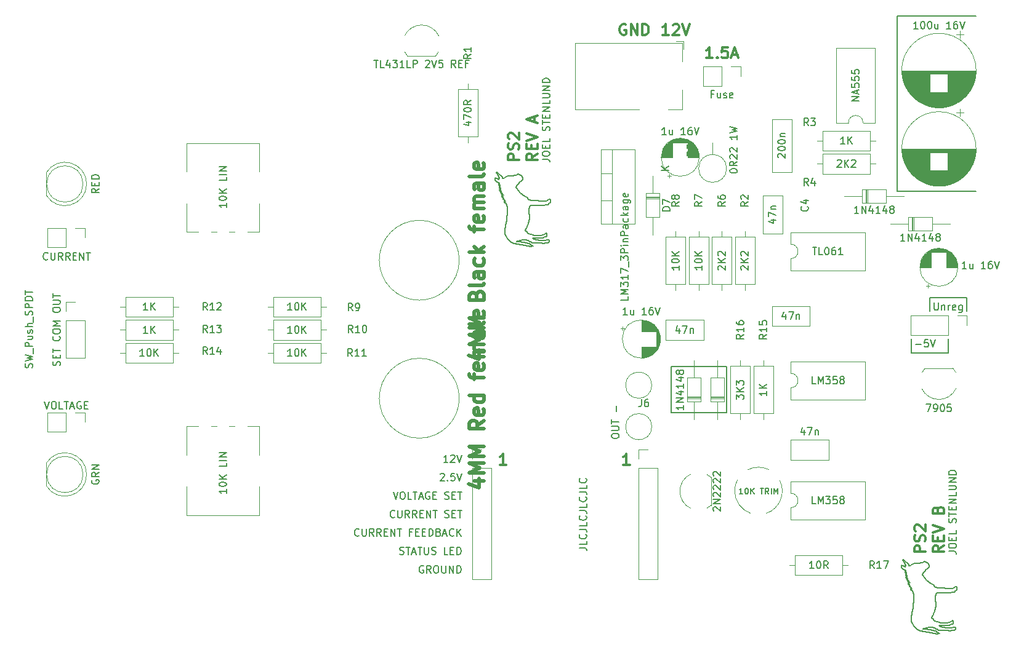
<source format=gbr>
G04 #@! TF.GenerationSoftware,KiCad,Pcbnew,(5.0.0)*
G04 #@! TF.CreationDate,2019-09-26T22:35:49+02:00*
G04 #@! TF.ProjectId,LM317 PSU,4C4D333137205053552E6B696361645F,rev?*
G04 #@! TF.SameCoordinates,Original*
G04 #@! TF.FileFunction,Legend,Top*
G04 #@! TF.FilePolarity,Positive*
%FSLAX46Y46*%
G04 Gerber Fmt 4.6, Leading zero omitted, Abs format (unit mm)*
G04 Created by KiCad (PCBNEW (5.0.0)) date 09/26/19 22:35:49*
%MOMM*%
%LPD*%
G01*
G04 APERTURE LIST*
%ADD10C,0.200000*%
%ADD11C,0.150000*%
%ADD12C,0.300000*%
%ADD13C,0.120000*%
%ADD14C,0.500000*%
G04 APERTURE END LIST*
D10*
X195260000Y-60640000D02*
X195260000Y-62545000D01*
X190180000Y-60640000D02*
X195260000Y-60640000D01*
X190180000Y-62545000D02*
X190180000Y-60640000D01*
D11*
X190791428Y-61362380D02*
X190791428Y-62171904D01*
X190839047Y-62267142D01*
X190886666Y-62314761D01*
X190981904Y-62362380D01*
X191172380Y-62362380D01*
X191267619Y-62314761D01*
X191315238Y-62267142D01*
X191362857Y-62171904D01*
X191362857Y-61362380D01*
X191839047Y-61695714D02*
X191839047Y-62362380D01*
X191839047Y-61790952D02*
X191886666Y-61743333D01*
X191981904Y-61695714D01*
X192124761Y-61695714D01*
X192220000Y-61743333D01*
X192267619Y-61838571D01*
X192267619Y-62362380D01*
X192743809Y-62362380D02*
X192743809Y-61695714D01*
X192743809Y-61886190D02*
X192791428Y-61790952D01*
X192839047Y-61743333D01*
X192934285Y-61695714D01*
X193029523Y-61695714D01*
X193743809Y-62314761D02*
X193648571Y-62362380D01*
X193458095Y-62362380D01*
X193362857Y-62314761D01*
X193315238Y-62219523D01*
X193315238Y-61838571D01*
X193362857Y-61743333D01*
X193458095Y-61695714D01*
X193648571Y-61695714D01*
X193743809Y-61743333D01*
X193791428Y-61838571D01*
X193791428Y-61933809D01*
X193315238Y-62029047D01*
X194648571Y-61695714D02*
X194648571Y-62505238D01*
X194600952Y-62600476D01*
X194553333Y-62648095D01*
X194458095Y-62695714D01*
X194315238Y-62695714D01*
X194220000Y-62648095D01*
X194648571Y-62314761D02*
X194553333Y-62362380D01*
X194362857Y-62362380D01*
X194267619Y-62314761D01*
X194220000Y-62267142D01*
X194172380Y-62171904D01*
X194172380Y-61886190D01*
X194220000Y-61790952D01*
X194267619Y-61743333D01*
X194362857Y-61695714D01*
X194553333Y-61695714D01*
X194648571Y-61743333D01*
D10*
X192720000Y-68260000D02*
X192720000Y-66355000D01*
X187640000Y-68260000D02*
X192720000Y-68260000D01*
X187640000Y-66355000D02*
X187640000Y-68260000D01*
D11*
X188259285Y-67061428D02*
X189021190Y-67061428D01*
X189973571Y-66442380D02*
X189497380Y-66442380D01*
X189449761Y-66918571D01*
X189497380Y-66870952D01*
X189592619Y-66823333D01*
X189830714Y-66823333D01*
X189925952Y-66870952D01*
X189973571Y-66918571D01*
X190021190Y-67013809D01*
X190021190Y-67251904D01*
X189973571Y-67347142D01*
X189925952Y-67394761D01*
X189830714Y-67442380D01*
X189592619Y-67442380D01*
X189497380Y-67394761D01*
X189449761Y-67347142D01*
X190306904Y-66442380D02*
X190640238Y-67442380D01*
X190973571Y-66442380D01*
X142007380Y-95104047D02*
X142721666Y-95104047D01*
X142864523Y-95151666D01*
X142959761Y-95246904D01*
X143007380Y-95389761D01*
X143007380Y-95485000D01*
X143007380Y-94151666D02*
X143007380Y-94627857D01*
X142007380Y-94627857D01*
X142912142Y-93246904D02*
X142959761Y-93294523D01*
X143007380Y-93437380D01*
X143007380Y-93532619D01*
X142959761Y-93675476D01*
X142864523Y-93770714D01*
X142769285Y-93818333D01*
X142578809Y-93865952D01*
X142435952Y-93865952D01*
X142245476Y-93818333D01*
X142150238Y-93770714D01*
X142055000Y-93675476D01*
X142007380Y-93532619D01*
X142007380Y-93437380D01*
X142055000Y-93294523D01*
X142102619Y-93246904D01*
X142007380Y-92532619D02*
X142721666Y-92532619D01*
X142864523Y-92580238D01*
X142959761Y-92675476D01*
X143007380Y-92818333D01*
X143007380Y-92913571D01*
X143007380Y-91580238D02*
X143007380Y-92056428D01*
X142007380Y-92056428D01*
X142912142Y-90675476D02*
X142959761Y-90723095D01*
X143007380Y-90865952D01*
X143007380Y-90961190D01*
X142959761Y-91104047D01*
X142864523Y-91199285D01*
X142769285Y-91246904D01*
X142578809Y-91294523D01*
X142435952Y-91294523D01*
X142245476Y-91246904D01*
X142150238Y-91199285D01*
X142055000Y-91104047D01*
X142007380Y-90961190D01*
X142007380Y-90865952D01*
X142055000Y-90723095D01*
X142102619Y-90675476D01*
X142007380Y-89961190D02*
X142721666Y-89961190D01*
X142864523Y-90008809D01*
X142959761Y-90104047D01*
X143007380Y-90246904D01*
X143007380Y-90342142D01*
X143007380Y-89008809D02*
X143007380Y-89485000D01*
X142007380Y-89485000D01*
X142912142Y-88104047D02*
X142959761Y-88151666D01*
X143007380Y-88294523D01*
X143007380Y-88389761D01*
X142959761Y-88532619D01*
X142864523Y-88627857D01*
X142769285Y-88675476D01*
X142578809Y-88723095D01*
X142435952Y-88723095D01*
X142245476Y-88675476D01*
X142150238Y-88627857D01*
X142055000Y-88532619D01*
X142007380Y-88389761D01*
X142007380Y-88294523D01*
X142055000Y-88151666D01*
X142102619Y-88104047D01*
X142007380Y-87389761D02*
X142721666Y-87389761D01*
X142864523Y-87437380D01*
X142959761Y-87532619D01*
X143007380Y-87675476D01*
X143007380Y-87770714D01*
X143007380Y-86437380D02*
X143007380Y-86913571D01*
X142007380Y-86913571D01*
X142912142Y-85532619D02*
X142959761Y-85580238D01*
X143007380Y-85723095D01*
X143007380Y-85818333D01*
X142959761Y-85961190D01*
X142864523Y-86056428D01*
X142769285Y-86104047D01*
X142578809Y-86151666D01*
X142435952Y-86151666D01*
X142245476Y-86104047D01*
X142150238Y-86056428D01*
X142055000Y-85961190D01*
X142007380Y-85818333D01*
X142007380Y-85723095D01*
X142055000Y-85580238D01*
X142102619Y-85532619D01*
D10*
X193740620Y-106229712D02*
X193744750Y-106158640D01*
X193714790Y-106316029D02*
X193740620Y-106229712D01*
X193666940Y-106390140D02*
X193714790Y-106316029D01*
X193618110Y-106435876D02*
X193666940Y-106390140D01*
X193599570Y-106447432D02*
X193618110Y-106435876D01*
X190826010Y-106124461D02*
X190900070Y-106158748D01*
X191051160Y-106243493D02*
X191074330Y-106257436D01*
X189274150Y-106250112D02*
X189295300Y-106241594D01*
X189281300Y-106261125D02*
X189268450Y-106256459D01*
X190981180Y-106202532D02*
X191051160Y-106243493D01*
X191934470Y-106456221D02*
X191985360Y-106456383D01*
X189830300Y-106082251D02*
X189951610Y-106056590D01*
X193327910Y-106452205D02*
X193380820Y-106461646D01*
X189951610Y-106056590D02*
X190060930Y-106040750D01*
X190753860Y-106098093D02*
X190826010Y-106124461D01*
X189374510Y-106267528D02*
X189315650Y-106264651D01*
X193210120Y-106461158D02*
X193271160Y-106450307D01*
X193105150Y-106493439D02*
X193127010Y-106485897D01*
X191187290Y-106325633D02*
X191275180Y-106375980D01*
X192253320Y-106459909D02*
X192462620Y-106467451D01*
X189378090Y-106214522D02*
X189525610Y-106167972D01*
X189329110Y-106230364D02*
X189378090Y-106214522D01*
X189548510Y-106272572D02*
X189460890Y-106270240D01*
X191426440Y-106434084D02*
X191515090Y-106447323D01*
X190382550Y-106040480D02*
X190411410Y-106042809D01*
X190269860Y-106033910D02*
X190354390Y-106038310D01*
X193127010Y-106485897D02*
X193147620Y-106479279D01*
X192462620Y-106467451D02*
X192626520Y-106479658D01*
X190411410Y-106042809D02*
X190497940Y-106050947D01*
X191275180Y-106375980D02*
X191350650Y-106411244D01*
X193588650Y-106454105D02*
X193599570Y-106447432D01*
X193554690Y-106471954D02*
X193588650Y-106454105D01*
X190497940Y-106050947D02*
X190594900Y-106062937D01*
X192969840Y-106524580D02*
X193038840Y-106514001D01*
X193515840Y-106481991D02*
X193554690Y-106471954D01*
X189525610Y-106167972D02*
X189690480Y-106118980D01*
X193147620Y-106479279D02*
X193210120Y-106461158D01*
X192790640Y-106502825D02*
X192887260Y-106518612D01*
X192052300Y-106456764D02*
X192253320Y-106459909D01*
X193271160Y-106450307D02*
X193327910Y-106452205D01*
X192758520Y-106497128D02*
X192790640Y-106502825D01*
X191350650Y-106411244D02*
X191426440Y-106434084D01*
X190354390Y-106038310D02*
X190382550Y-106040480D01*
X192887260Y-106518612D02*
X192969840Y-106524580D01*
X190678500Y-106078127D02*
X190753860Y-106098093D01*
X193415750Y-106469350D02*
X193468480Y-106479279D01*
X193468480Y-106479279D02*
X193515840Y-106481991D01*
X193398270Y-106465553D02*
X193415750Y-106469350D01*
X189690480Y-106118980D02*
X189830300Y-106082251D01*
X189295300Y-106241594D02*
X189320650Y-106233130D01*
X189460890Y-106270240D02*
X189374510Y-106267528D01*
X193380820Y-106461646D02*
X193398270Y-106465553D01*
X193038840Y-106514001D02*
X193105150Y-106493439D01*
X191781900Y-106455732D02*
X191934470Y-106456221D01*
X190164830Y-106033590D02*
X190269860Y-106033910D01*
X192725710Y-106491594D02*
X192758520Y-106497128D01*
X191629400Y-106453616D02*
X191781900Y-106455732D01*
X191074330Y-106257436D02*
X191102590Y-106274472D01*
X189320650Y-106233130D02*
X189329110Y-106230364D01*
X192626520Y-106479658D02*
X192725710Y-106491594D01*
X190060930Y-106040750D02*
X190164830Y-106033590D01*
X191515090Y-106447323D02*
X191629400Y-106453616D01*
X189577750Y-106273277D02*
X189548510Y-106272572D01*
X191985360Y-106456383D02*
X192052300Y-106456764D01*
X191102590Y-106274472D02*
X191187290Y-106325633D01*
X190900070Y-106158748D02*
X190981180Y-106202532D01*
X189268450Y-106256459D02*
X189274150Y-106250112D01*
X189315650Y-106264651D02*
X189281300Y-106261125D01*
X190594900Y-106062937D02*
X190678500Y-106078127D01*
X190630860Y-106461862D02*
X190578830Y-106454484D01*
X190687550Y-106467126D02*
X190630860Y-106461862D01*
X191152400Y-106607914D02*
X191126360Y-106590553D01*
X191227980Y-106725534D02*
X191218160Y-106721357D01*
X190728300Y-106469621D02*
X190687550Y-106467126D01*
X190809730Y-106488176D02*
X190814680Y-106486819D01*
X191160160Y-106614750D02*
X191152400Y-106607914D01*
X190755540Y-106470434D02*
X190741930Y-106470055D01*
X189939460Y-106329809D02*
X189920900Y-106322811D01*
X190091430Y-106372019D02*
X190007160Y-106351077D01*
X190181650Y-106390032D02*
X190091430Y-106372019D01*
X190287550Y-106404408D02*
X190267260Y-106402239D01*
X190780270Y-106497941D02*
X190802300Y-106490454D01*
X190775720Y-106511397D02*
X190769320Y-106504886D01*
X190824980Y-106475751D02*
X190796390Y-106472279D01*
X190959200Y-106547529D02*
X190919220Y-106541779D01*
X191187450Y-106643396D02*
X191167110Y-106621748D01*
X191198620Y-106660811D02*
X191187450Y-106643396D01*
X189920900Y-106322811D02*
X189863830Y-106305450D01*
X190245770Y-106399959D02*
X190181650Y-106390032D01*
X190868500Y-106533694D02*
X190826290Y-106525990D01*
X191266610Y-106742190D02*
X191237690Y-106729550D01*
X190267260Y-106402239D02*
X190245770Y-106399959D01*
X190798510Y-106519805D02*
X190792760Y-106517907D01*
X190007160Y-106351077D02*
X189956070Y-106335886D01*
X190426590Y-106423723D02*
X190348370Y-106412112D01*
X190802300Y-106490454D02*
X190809730Y-106488176D01*
X191194500Y-106671064D02*
X191198620Y-106660811D01*
X190792760Y-106517907D02*
X190775720Y-106511397D01*
X190919220Y-106541779D02*
X190868500Y-106533694D01*
X191167110Y-106621748D02*
X191160160Y-106614750D01*
X190972550Y-106549211D02*
X190959200Y-106547529D01*
X191168020Y-106694230D02*
X191163750Y-106684573D01*
X191189290Y-106707686D02*
X191168020Y-106694230D01*
X191237690Y-106729550D02*
X191227980Y-106725534D01*
X191338870Y-106776208D02*
X191305070Y-106759823D01*
X190578830Y-106454484D02*
X190548290Y-106448300D01*
X191218160Y-106721357D02*
X191189290Y-106707686D01*
X190829000Y-106480905D02*
X190824980Y-106475751D01*
X189606180Y-106274037D02*
X189577750Y-106273277D01*
X190348370Y-106412112D02*
X190287550Y-106404408D01*
X191176000Y-106678064D02*
X191180720Y-106676815D01*
X190492900Y-106435279D02*
X190426590Y-106423723D01*
X189691410Y-106278648D02*
X189606180Y-106274037D01*
X190988010Y-106550784D02*
X190972550Y-106549211D01*
X190814680Y-106486819D02*
X190829000Y-106480905D01*
X191305070Y-106759823D02*
X191266610Y-106742190D01*
X189783970Y-106288848D02*
X189691410Y-106278648D01*
X190741930Y-106470055D02*
X190728300Y-106469621D01*
X191034230Y-106558162D02*
X190988010Y-106550784D01*
X191163750Y-106684573D02*
X191172750Y-106678876D01*
X191126360Y-106590553D02*
X191084970Y-106571780D01*
X190538470Y-106445152D02*
X190527730Y-106442332D01*
X190796390Y-106472279D02*
X190755540Y-106470434D01*
X191180720Y-106676815D02*
X191194500Y-106671064D01*
X191172750Y-106678876D02*
X191176000Y-106678064D01*
X189863830Y-106305450D02*
X189783970Y-106288848D01*
X189956070Y-106335886D02*
X189939460Y-106329809D01*
X190804690Y-106521541D02*
X190798510Y-106519805D01*
X190769320Y-106504886D02*
X190780270Y-106497941D01*
X190527730Y-106442332D02*
X190492900Y-106435279D01*
X190548290Y-106448300D02*
X190538470Y-106445152D01*
X191084970Y-106571780D02*
X191034230Y-106558162D01*
X190826290Y-106525990D02*
X190804690Y-106521541D01*
X192038250Y-106045087D02*
X191960180Y-106028700D01*
X193351620Y-106070425D02*
X193225480Y-106083390D01*
X193726940Y-106048723D02*
X193714190Y-106022840D01*
X193518070Y-106033690D02*
X193492080Y-106041615D01*
X191866330Y-106002280D02*
X191775460Y-105967780D01*
X191488660Y-105798230D02*
X191548770Y-105793680D01*
X192935500Y-106103301D02*
X192923510Y-106105959D01*
X193009980Y-105663410D02*
X193084260Y-105639280D01*
X192923510Y-106105959D02*
X192910540Y-106108836D01*
X192064460Y-106049427D02*
X192038250Y-106045087D01*
X193581550Y-106015740D02*
X193533860Y-106029030D01*
X192894110Y-105760040D02*
X192905440Y-105744630D01*
X191776260Y-105796990D02*
X191815820Y-105798450D01*
X191662070Y-105913410D02*
X191607970Y-105884550D01*
X193741930Y-106135473D02*
X193740570Y-106123104D01*
X193110730Y-106085344D02*
X193037390Y-106090498D01*
X193165260Y-106083390D02*
X193110730Y-106085344D01*
X193668140Y-106001790D02*
X193630910Y-106004830D01*
X191499250Y-105823080D02*
X191479500Y-105810440D01*
X192577000Y-106105743D02*
X192451440Y-106096194D01*
X192791770Y-106114044D02*
X192692180Y-106111765D01*
X192905440Y-105744630D02*
X192946730Y-105703670D01*
X191815820Y-105798450D02*
X191857540Y-105799860D01*
X192451440Y-106096194D02*
X192320690Y-106083446D01*
X191607970Y-105884550D02*
X191545300Y-105849990D01*
X193169980Y-105631190D02*
X193183710Y-105631190D01*
X193084260Y-105639280D02*
X193148550Y-105631190D01*
X192320690Y-106083446D02*
X192189940Y-106067765D01*
X192512050Y-105816630D02*
X192848910Y-105823350D01*
X192946730Y-105703670D02*
X193009980Y-105663410D01*
X193037390Y-106090498D02*
X192972070Y-106097714D01*
X192354010Y-105813810D02*
X192472500Y-105816140D01*
X193735520Y-106085994D02*
X193726940Y-106048723D01*
X191657610Y-105793840D02*
X191776260Y-105796990D01*
X192169870Y-105809250D02*
X192354010Y-105813810D01*
X191545300Y-105849990D02*
X191499250Y-105823080D01*
X193740570Y-106123104D02*
X193735520Y-106085994D01*
X192692180Y-106111765D02*
X192577000Y-106105743D01*
X192472500Y-105816140D02*
X192512050Y-105816630D01*
X192095710Y-106054473D02*
X192064460Y-106049427D01*
X193148550Y-105631190D02*
X193169980Y-105631190D01*
X192848910Y-105823350D02*
X192894110Y-105760040D01*
X192972070Y-106097714D02*
X192935500Y-106103301D01*
X193714190Y-106022840D02*
X193695260Y-106007490D01*
X193225480Y-106083390D02*
X193183500Y-106083390D01*
X193630910Y-106004830D02*
X193581550Y-106015740D01*
X191982750Y-105803880D02*
X192169870Y-105809250D01*
X191857540Y-105799860D02*
X191982750Y-105803880D01*
X191476730Y-105807570D02*
X191488660Y-105798230D01*
X192870610Y-106112200D02*
X192791770Y-106114044D01*
X193744750Y-106158640D02*
X193741930Y-106135473D01*
X191476730Y-105807570D02*
X191476730Y-105807570D01*
X191703620Y-105934790D02*
X191680180Y-105922860D01*
X193183500Y-106083390D02*
X193165260Y-106083390D01*
X191548770Y-105793680D02*
X191657610Y-105793840D01*
X192910540Y-106108836D02*
X192870610Y-106112200D01*
X191479500Y-105810440D02*
X191476730Y-105807570D01*
X193695260Y-106007490D02*
X193668140Y-106001790D01*
X191680180Y-105922860D02*
X191662070Y-105913410D01*
X191775460Y-105967780D02*
X191703620Y-105934790D01*
X191960180Y-106028700D02*
X191866330Y-106002280D01*
X193492080Y-106041615D02*
X193351620Y-106070425D01*
X193533860Y-106029030D02*
X193518070Y-106033690D01*
X192189940Y-106067765D02*
X192095710Y-106054473D01*
X190934410Y-100499300D02*
X190904360Y-100484820D01*
X190883360Y-100469030D02*
X190868390Y-100450100D01*
X190868390Y-100450100D02*
X190856290Y-100426220D01*
X190904360Y-100484820D02*
X190883360Y-100469030D01*
X190976730Y-100514370D02*
X190934410Y-100499300D01*
X193681110Y-101035430D02*
X193681110Y-101030650D01*
X191110680Y-100553660D02*
X191091580Y-100548290D01*
X191129180Y-100558930D02*
X191110680Y-100553660D01*
X193568090Y-100553760D02*
X193546890Y-100565430D01*
X191184950Y-100574050D02*
X191129180Y-100558930D01*
X191482540Y-100619040D02*
X191392970Y-100611600D01*
X192168250Y-100646820D02*
X191980370Y-100639000D01*
X192697160Y-100688370D02*
X192592940Y-100676820D01*
X193846790Y-100946400D02*
X193852980Y-100940280D01*
X192399260Y-100660540D02*
X192168250Y-100646820D01*
X192948360Y-100717350D02*
X192768340Y-100699550D01*
X193546890Y-100565430D02*
X193483190Y-100600040D01*
X193764540Y-100992460D02*
X193795300Y-100980420D01*
X193795300Y-100980420D02*
X193826010Y-100962460D01*
X193681110Y-101024530D02*
X193696620Y-101006140D01*
X193727390Y-100996800D02*
X193737690Y-100996800D01*
X191392970Y-100611600D02*
X191318520Y-100602220D01*
X192592940Y-100676820D02*
X192399260Y-100660540D01*
X193897730Y-100581330D02*
X193889980Y-100508470D01*
X193142200Y-100717890D02*
X193129570Y-100718800D01*
X193224720Y-100707680D02*
X193180230Y-100714140D01*
X193872770Y-100433370D02*
X193868820Y-100429420D01*
X193901970Y-100647080D02*
X193897730Y-100581330D01*
X193104660Y-100720480D02*
X192948360Y-100717350D01*
X193696620Y-101006140D02*
X193727390Y-100996800D01*
X193309730Y-100683820D02*
X193266660Y-100698030D01*
X193357750Y-100663640D02*
X193309730Y-100683820D01*
X193843110Y-100423780D02*
X193790540Y-100439940D01*
X193737690Y-100996800D02*
X193744360Y-100996800D01*
X193414340Y-100636180D02*
X193357750Y-100663640D01*
X193701890Y-100481940D02*
X193601300Y-100535430D01*
X193744360Y-100996800D02*
X193764540Y-100992460D01*
X193681110Y-101030650D02*
X193681110Y-101024530D01*
X193675510Y-101049600D02*
X193681110Y-101035430D01*
X193601300Y-100535430D02*
X193568090Y-100553760D01*
X193889980Y-100508470D02*
X193880160Y-100456000D01*
X193906690Y-100789280D02*
X193904080Y-100699050D01*
X193660430Y-101076980D02*
X193675510Y-101049600D01*
X193880160Y-100456000D02*
X193872770Y-100433370D01*
X191034450Y-100531900D02*
X190976730Y-100514370D01*
X193180230Y-100714140D02*
X193142200Y-100717890D01*
X191980370Y-100639000D02*
X191917760Y-100637320D01*
X191737360Y-100631080D02*
X191594840Y-100625220D01*
X193129570Y-100718800D02*
X193104660Y-100720480D01*
X192768340Y-100699550D02*
X192731610Y-100693900D01*
X193266660Y-100698030D02*
X193224720Y-100707680D01*
X193904080Y-100699050D02*
X193902790Y-100669000D01*
X192731610Y-100693900D02*
X192697160Y-100688370D01*
X191091580Y-100548290D02*
X191034450Y-100531900D01*
X191251750Y-100589960D02*
X191184950Y-100574050D01*
X191318520Y-100602220D02*
X191251750Y-100589960D01*
X191594840Y-100625220D02*
X191482540Y-100619040D01*
X191872620Y-100635860D02*
X191737360Y-100631080D01*
X193902790Y-100669000D02*
X193901970Y-100647080D01*
X193826010Y-100962460D02*
X193846790Y-100946400D01*
X191917760Y-100637320D02*
X191872620Y-100635860D01*
X193864860Y-100425510D02*
X193843110Y-100423780D01*
X193868820Y-100429420D02*
X193864860Y-100425510D01*
X193852980Y-100940280D02*
X193861760Y-100931480D01*
X193885860Y-100902680D02*
X193902460Y-100859760D01*
X193483190Y-100600040D02*
X193414340Y-100636180D01*
X193790540Y-100439940D02*
X193701890Y-100481940D01*
X193902460Y-100859760D02*
X193906690Y-100789280D01*
X193861760Y-100931480D02*
X193885860Y-100902680D01*
X190958660Y-102205900D02*
X190947000Y-102006730D01*
X190559040Y-104496320D02*
X190574820Y-104472710D01*
X190990790Y-103431480D02*
X190993550Y-103416830D01*
X193598090Y-101158100D02*
X193611010Y-101143660D01*
X193552410Y-101195100D02*
X193598090Y-101158100D01*
X193280820Y-101186530D02*
X193311640Y-101194440D01*
X191000050Y-102456650D02*
X190993070Y-102423290D01*
X193321620Y-101197970D02*
X193343800Y-101205790D01*
X193488340Y-101220870D02*
X193552410Y-101195100D01*
X193167430Y-101227820D02*
X193207800Y-101203400D01*
X191035970Y-101437550D02*
X191035970Y-101340330D01*
X190574820Y-104472710D02*
X190618160Y-104398930D01*
X190990790Y-101674910D02*
X190995720Y-101659620D01*
X190466910Y-104688150D02*
X190471470Y-104652400D01*
X190979070Y-101712290D02*
X190990790Y-101674910D01*
X190982110Y-102369410D02*
X190958660Y-102205900D01*
X191018340Y-102557400D02*
X191000050Y-102456650D01*
X190680510Y-104280050D02*
X190743660Y-104145350D01*
X191031150Y-102675620D02*
X191018340Y-102557400D01*
X190743660Y-104145350D02*
X190805400Y-104000390D01*
X190548450Y-104512000D02*
X190559040Y-104496320D01*
X193413210Y-101221620D02*
X193488340Y-101220870D01*
X193311640Y-101194440D02*
X193321620Y-101197970D01*
X191590330Y-101294160D02*
X191891330Y-101284180D01*
X190805400Y-104000390D02*
X190863290Y-103850910D01*
X190618160Y-104398930D02*
X190680510Y-104280050D01*
X193246430Y-101187500D02*
X193280820Y-101186530D01*
X193207800Y-101203400D02*
X193246430Y-101187500D01*
X191019970Y-103128580D02*
X191025610Y-103025180D01*
X191025610Y-103025180D02*
X191026910Y-102990670D01*
X193059300Y-101301930D02*
X193154360Y-101236390D01*
X192641120Y-101290640D02*
X193059300Y-101301930D01*
X192540260Y-101287930D02*
X192641120Y-101290640D01*
X191891330Y-101284180D02*
X192237690Y-101283100D01*
X191389710Y-101307080D02*
X191590330Y-101294160D01*
X190957750Y-101828780D02*
X190979070Y-101712290D01*
X190914980Y-103702530D02*
X190958290Y-103560820D01*
X190993070Y-102423290D02*
X190982110Y-102369410D01*
X191000160Y-103363610D02*
X191010520Y-103257710D01*
X190993550Y-103416830D02*
X191000160Y-103363610D01*
X191033370Y-102809510D02*
X191031150Y-102675620D01*
X191035970Y-101340330D02*
X191323080Y-101313260D01*
X190958290Y-103560820D02*
X190983730Y-103464080D01*
X191032400Y-101485790D02*
X191035970Y-101449650D01*
X190471470Y-104652400D02*
X190488400Y-104610570D01*
X191035970Y-101449650D02*
X191035970Y-101437550D01*
X190995720Y-101659620D02*
X191008300Y-101612750D01*
X191010520Y-103257710D02*
X191019970Y-103128580D01*
X190947000Y-102006730D02*
X190957750Y-101828780D01*
X193638140Y-101109480D02*
X193660430Y-101076980D01*
X193618070Y-101135360D02*
X193638140Y-101109480D01*
X190488400Y-104610570D02*
X190517580Y-104559570D01*
X193611010Y-101143660D02*
X193618070Y-101135360D01*
X191323080Y-101313260D02*
X191389710Y-101307080D01*
X191026910Y-102990670D02*
X191029020Y-102945430D01*
X193343800Y-101205790D02*
X193413210Y-101221620D01*
X191029020Y-102945430D02*
X191033370Y-102809510D01*
X191022680Y-101546930D02*
X191032400Y-101485790D01*
X193154360Y-101236390D02*
X193167430Y-101227820D01*
X190983730Y-103464080D02*
X190990790Y-103431480D01*
X190517580Y-104559570D02*
X190548450Y-104512000D01*
X190863290Y-103850910D02*
X190914980Y-103702530D01*
X191008300Y-101612750D02*
X191022680Y-101546930D01*
X192237690Y-101283100D02*
X192540260Y-101287930D01*
X193267260Y-105142960D02*
X193257050Y-105150350D01*
X193264870Y-105617360D02*
X193299650Y-105592120D01*
X190875500Y-105197110D02*
X190787330Y-105065970D01*
X193320590Y-105104820D02*
X193295520Y-105122120D01*
X190687830Y-104942500D02*
X190629620Y-104881290D01*
X193409620Y-105362100D02*
X193409620Y-105346420D01*
X190742620Y-105006680D02*
X190687830Y-104942500D01*
X193409620Y-105325140D02*
X193403540Y-105261350D01*
X192752660Y-105397140D02*
X192677470Y-105405650D01*
X190787330Y-105065970D02*
X190776800Y-105050730D01*
X191187450Y-105269540D02*
X190875500Y-105197110D01*
X192913580Y-105346790D02*
X192833120Y-105378960D01*
X192989210Y-105308110D02*
X192913580Y-105346790D01*
X193224450Y-105171390D02*
X193162660Y-105209370D01*
X193375220Y-105500220D02*
X193396590Y-105457140D01*
X193089790Y-105252010D02*
X193033040Y-105284070D01*
X191220710Y-105277460D02*
X191187450Y-105269540D01*
X191450860Y-105338220D02*
X191320210Y-105302730D01*
X191948140Y-105464250D02*
X191790910Y-105441190D01*
X191646440Y-105398390D02*
X191626150Y-105391110D01*
X192115570Y-105467350D02*
X191948140Y-105464250D01*
X193346250Y-105088710D02*
X193339300Y-105093100D01*
X193409620Y-105346420D02*
X193409620Y-105325140D01*
X193183710Y-105631190D02*
X193225050Y-105628640D01*
X193162660Y-105209370D02*
X193089790Y-105252010D01*
X191681480Y-105411850D02*
X191646440Y-105398390D01*
X191790910Y-105441190D02*
X191681480Y-105411850D01*
X193368610Y-105114040D02*
X193353580Y-105088710D01*
X193033040Y-105284070D02*
X193014000Y-105294440D01*
X192315480Y-105446400D02*
X192290690Y-105450360D01*
X193014000Y-105294440D02*
X192989210Y-105308110D01*
X193388400Y-105177730D02*
X193368610Y-105114040D01*
X193257050Y-105150350D02*
X193224450Y-105171390D01*
X193274200Y-105137640D02*
X193267260Y-105142960D01*
X193339300Y-105093100D02*
X193320590Y-105104820D01*
X193353580Y-105088710D02*
X193348580Y-105088710D01*
X193396590Y-105457140D02*
X193406900Y-105409030D01*
X193295520Y-105122120D02*
X193274200Y-105137640D01*
X193330020Y-105559080D02*
X193339520Y-105547530D01*
X190474890Y-104720870D02*
X190466910Y-104688150D01*
X190563150Y-104820690D02*
X190528760Y-104789180D01*
X190495440Y-104753470D02*
X190474890Y-104720870D01*
X193225050Y-105628640D02*
X193264870Y-105617360D01*
X190589150Y-104842780D02*
X190574870Y-104830900D01*
X192290690Y-105450360D02*
X192247230Y-105456980D01*
X193348580Y-105088710D02*
X193346250Y-105088710D01*
X193406900Y-105409030D02*
X193409620Y-105362100D01*
X193339520Y-105547530D02*
X193349010Y-105536190D01*
X193299650Y-105592120D02*
X193330020Y-105559080D01*
X190528760Y-104789180D02*
X190495440Y-104753470D01*
X190574870Y-104830900D02*
X190563150Y-104820690D01*
X190629620Y-104881290D02*
X190589150Y-104842780D01*
X190776800Y-105050730D02*
X190742620Y-105006680D01*
X192247230Y-105456980D02*
X192115570Y-105467350D01*
X192833120Y-105378960D02*
X192752660Y-105397140D01*
X191320210Y-105302730D02*
X191220710Y-105277460D01*
X191564510Y-105371580D02*
X191450860Y-105338220D01*
X191626150Y-105391110D02*
X191564510Y-105371580D01*
X192677470Y-105405650D02*
X192652340Y-105407440D01*
X192627440Y-105409720D02*
X192471410Y-105426390D01*
X192471410Y-105426390D02*
X192315480Y-105446400D01*
X193349010Y-105536190D02*
X193375220Y-105500220D01*
X192652340Y-105407440D02*
X192627440Y-105409720D01*
X193403540Y-105261350D02*
X193388400Y-105177730D01*
X187748000Y-100987530D02*
X187772730Y-100994690D01*
X187832090Y-101073620D02*
X187858080Y-101093100D01*
X187844300Y-101003860D02*
X187839580Y-101012910D01*
X187818580Y-101028970D02*
X187813110Y-101033150D01*
X187727270Y-100977000D02*
X187748000Y-100987530D01*
X187912980Y-101166940D02*
X187912610Y-101183110D01*
X187839580Y-101012910D02*
X187823950Y-101025180D01*
X187907400Y-101160920D02*
X187912980Y-101166940D01*
X187825360Y-101071890D02*
X187832090Y-101073620D01*
X187898120Y-101163140D02*
X187907400Y-101160920D01*
X187895460Y-101164610D02*
X187898120Y-101163140D01*
X187892470Y-101166720D02*
X187895460Y-101164610D01*
X187823950Y-101025180D02*
X187818580Y-101028970D01*
X187870550Y-101132980D02*
X187870550Y-101140790D01*
X187877070Y-101164070D02*
X187892470Y-101166720D01*
X187870550Y-101140790D02*
X187877070Y-101164070D01*
X187870550Y-101123050D02*
X187870550Y-101132980D01*
X187791460Y-101057290D02*
X187800790Y-101064620D01*
X187797370Y-101046550D02*
X187791460Y-101057290D01*
X187813110Y-101033150D02*
X187797370Y-101046550D01*
X187808220Y-100997670D02*
X187831610Y-100999460D01*
X187858080Y-101093100D02*
X187870550Y-101123050D01*
X187819180Y-101070320D02*
X187825360Y-101071890D01*
X187800790Y-101064620D02*
X187819180Y-101070320D01*
X187831610Y-100999460D02*
X187844300Y-101003860D01*
X187800450Y-100997350D02*
X187808220Y-100997670D01*
X187793510Y-100997350D02*
X187800450Y-100997350D01*
X187772730Y-100994690D02*
X187793510Y-100997350D01*
X187684950Y-100725970D02*
X187680570Y-100725970D01*
X187638790Y-100534290D02*
X187627230Y-100543140D01*
X187640680Y-100599010D02*
X187662820Y-100612750D01*
X187682900Y-100775780D02*
X187687180Y-100776690D01*
X187655760Y-100823250D02*
X187587950Y-100859430D01*
X187663800Y-100818580D02*
X187655760Y-100823250D01*
X187593260Y-100674260D02*
X187618010Y-100678500D01*
X187655500Y-100764220D02*
X187675730Y-100774420D01*
X187653270Y-100732480D02*
X187645250Y-100747510D01*
X187706870Y-100711600D02*
X187706700Y-100718910D01*
X187700040Y-100703120D02*
X187706870Y-100711600D01*
X187627230Y-100543140D02*
X187611390Y-100548610D01*
X187649320Y-100681210D02*
X187670040Y-100686900D01*
X187632050Y-100678720D02*
X187649320Y-100681210D01*
X187603470Y-100493390D02*
X187623050Y-100502720D01*
X187626300Y-100678500D02*
X187632050Y-100678720D01*
X187597180Y-100665750D02*
X187593260Y-100674260D01*
X187606010Y-100549650D02*
X187601450Y-100550570D01*
X187599230Y-100664930D02*
X187597180Y-100665750D01*
X187601450Y-100550570D02*
X187588270Y-100555460D01*
X187641440Y-100524040D02*
X187638790Y-100534290D01*
X187711710Y-100964300D02*
X187727270Y-100977000D01*
X187702210Y-100950690D02*
X187711710Y-100964300D01*
X187705960Y-100925350D02*
X187699930Y-100937290D01*
X187588270Y-100555460D02*
X187586480Y-100563750D01*
X187611390Y-100548610D02*
X187606010Y-100549650D01*
X187699930Y-100937290D02*
X187702210Y-100950690D01*
X187717180Y-100917540D02*
X187705960Y-100925350D01*
X187670250Y-100641440D02*
X187667050Y-100642300D01*
X187667050Y-100642300D02*
X187662500Y-100644040D01*
X187587950Y-100859430D02*
X187671610Y-100861710D01*
X187721300Y-100915970D02*
X187717180Y-100917540D01*
X187698300Y-100724070D02*
X187684950Y-100725970D01*
X187729660Y-100912710D02*
X187721300Y-100915970D01*
X187706700Y-100718910D02*
X187698300Y-100724070D01*
X187670040Y-100686900D02*
X187687340Y-100694550D01*
X187601190Y-100576330D02*
X187624950Y-100590440D01*
X187618010Y-100678500D02*
X187626300Y-100678500D01*
X187677950Y-100626250D02*
X187679150Y-100635900D01*
X187662820Y-100612750D02*
X187677950Y-100626250D01*
X187603730Y-100663850D02*
X187599230Y-100664930D01*
X187671610Y-100861710D02*
X187685070Y-100861710D01*
X187624950Y-100590440D02*
X187633090Y-100594830D01*
X187680570Y-100725970D02*
X187673720Y-100725970D01*
X187701500Y-100790210D02*
X187687290Y-100803440D01*
X187645250Y-100747510D02*
X187655500Y-100764220D01*
X187752610Y-100897030D02*
X187729660Y-100912710D01*
X187679150Y-100635900D02*
X187670250Y-100641440D01*
X187753260Y-100879510D02*
X187752610Y-100897030D01*
X187725430Y-100866710D02*
X187753260Y-100879510D01*
X187685070Y-100861710D02*
X187725430Y-100866710D01*
X187623050Y-100502720D02*
X187635970Y-100513190D01*
X187687290Y-100803440D02*
X187663800Y-100818580D01*
X187577910Y-100486170D02*
X187603470Y-100493390D01*
X187662500Y-100644040D02*
X187633150Y-100654510D01*
X187687180Y-100776690D02*
X187699610Y-100781640D01*
X187633150Y-100654510D02*
X187603730Y-100663850D01*
X187673720Y-100725970D02*
X187653270Y-100732480D01*
X187687340Y-100694550D02*
X187700040Y-100703120D01*
X187633090Y-100594830D02*
X187640680Y-100599010D01*
X187635970Y-100513190D02*
X187641440Y-100524040D01*
X187586480Y-100563750D02*
X187601190Y-100576330D01*
X187675730Y-100774420D02*
X187682900Y-100775780D01*
X187699610Y-100781640D02*
X187701500Y-100790210D01*
X187226940Y-99703570D02*
X187267520Y-99729220D01*
X187235250Y-99661620D02*
X187206980Y-99661900D01*
X187159770Y-99549690D02*
X187163640Y-99558110D01*
X187160710Y-99548180D02*
X187159770Y-99549690D01*
X187088390Y-99500760D02*
X187090610Y-99504720D01*
X187109870Y-99520230D02*
X187131020Y-99527830D01*
X187189400Y-99672530D02*
X187201010Y-99685010D01*
X187275890Y-99663470D02*
X187265730Y-99662930D01*
X187310660Y-99662980D02*
X187284510Y-99663850D01*
X187258730Y-99595870D02*
X187288150Y-99605040D01*
X187083550Y-99487580D02*
X187086480Y-99497940D01*
X187158690Y-99533800D02*
X187162110Y-99545790D01*
X187143230Y-99527830D02*
X187158690Y-99533800D01*
X187346040Y-99651040D02*
X187333980Y-99658580D01*
X187097440Y-99489530D02*
X187094300Y-99488230D01*
X187317870Y-99617360D02*
X187337680Y-99629660D01*
X187416770Y-99819390D02*
X187443580Y-99837140D01*
X187336820Y-99771000D02*
X187377070Y-99795080D01*
X187191520Y-99665150D02*
X187189400Y-99672530D01*
X187138080Y-99527830D02*
X187143230Y-99527830D01*
X187265730Y-99662930D02*
X187235250Y-99661620D01*
X187162110Y-99545790D02*
X187160710Y-99548180D01*
X187086480Y-99497940D02*
X187088390Y-99500760D01*
X187333980Y-99658580D02*
X187310660Y-99662980D01*
X187248820Y-99593370D02*
X187258730Y-99595870D01*
X187288150Y-99605040D02*
X187317870Y-99617360D01*
X187090610Y-99504720D02*
X187109870Y-99520230D01*
X187456870Y-99864370D02*
X187442550Y-99869040D01*
X187462510Y-99858350D02*
X187456870Y-99864370D01*
X187458440Y-99849720D02*
X187462510Y-99858350D01*
X187206980Y-99661900D02*
X187191520Y-99665150D01*
X187239050Y-99591040D02*
X187248820Y-99593370D01*
X187267520Y-99729220D02*
X187309410Y-99754610D01*
X187443580Y-99837140D02*
X187458440Y-99849720D01*
X187201010Y-99685010D02*
X187226940Y-99703570D01*
X187210230Y-99582190D02*
X187239050Y-99591040D01*
X187094300Y-99488230D02*
X187083550Y-99487580D01*
X187163640Y-99558110D02*
X187181000Y-99569930D01*
X187284510Y-99663850D02*
X187275890Y-99663470D01*
X187131020Y-99527830D02*
X187138080Y-99527830D01*
X187347120Y-99641110D02*
X187346040Y-99651040D01*
X187377070Y-99795080D02*
X187416770Y-99819390D01*
X187323410Y-99762970D02*
X187336820Y-99771000D01*
X187309410Y-99754610D02*
X187323410Y-99762970D01*
X187181000Y-99569930D02*
X187210230Y-99582190D01*
X187337680Y-99629660D02*
X187347120Y-99641110D01*
X186886290Y-98737150D02*
X186891930Y-98743390D01*
X186870290Y-98717660D02*
X186886290Y-98737150D01*
X186911250Y-98775500D02*
X186904960Y-98773760D01*
X186869360Y-98691570D02*
X186862800Y-98701870D01*
X186884230Y-98762430D02*
X186874570Y-98759610D01*
X186884440Y-98684300D02*
X186869360Y-98691570D01*
X186898550Y-98769970D02*
X186884230Y-98762430D01*
X186903160Y-98772730D02*
X186898550Y-98769970D01*
X186895460Y-98747350D02*
X186905440Y-98759760D01*
X186904960Y-98773760D02*
X186903160Y-98772730D01*
X186911950Y-98770830D02*
X186911250Y-98775500D01*
X186905440Y-98759760D02*
X186911950Y-98770830D01*
X186862800Y-98701870D02*
X186870290Y-98717660D01*
X186891930Y-98743390D02*
X186895460Y-98747350D01*
X187022190Y-99013940D02*
X187045900Y-99032440D01*
X187041020Y-99188690D02*
X187030820Y-99188690D01*
X187037110Y-99298120D02*
X187045470Y-99304100D01*
X187012650Y-99279510D02*
X187037110Y-99298120D01*
X186939790Y-99131030D02*
X186922370Y-99120870D01*
X187054320Y-99160110D02*
X187068090Y-99178550D01*
X186968700Y-98847330D02*
X187059140Y-98915150D01*
X187019150Y-99051220D02*
X187011720Y-99053070D01*
X186864750Y-98928660D02*
X186966520Y-98982970D01*
X186961910Y-98921930D02*
X186864750Y-98928660D01*
X186913300Y-98804530D02*
X186938650Y-98825040D01*
X186913470Y-99120870D02*
X186904190Y-99128690D01*
X186916620Y-99120870D02*
X186913470Y-99120870D01*
X187030820Y-99188690D02*
X187000270Y-99178550D01*
X186873430Y-98763400D02*
X186880000Y-98772790D01*
X186966430Y-99154730D02*
X186962450Y-99150230D01*
X186904190Y-99128690D02*
X186915690Y-99149410D01*
X187000270Y-99178550D02*
X186970390Y-99159290D01*
X187029250Y-99135580D02*
X187054320Y-99160110D01*
X186922370Y-99120870D02*
X186916620Y-99120870D01*
X187068090Y-99178550D02*
X187063260Y-99186800D01*
X186893510Y-98786790D02*
X186913300Y-98804530D01*
X187027680Y-99256620D02*
X187022840Y-99256620D01*
X187022840Y-99256620D02*
X187017640Y-99256620D01*
X187059140Y-98915150D02*
X186961910Y-98921930D01*
X186992570Y-99330940D02*
X186974230Y-99331870D01*
X187113290Y-99351620D02*
X187036410Y-99338050D01*
X186998540Y-99265080D02*
X187012650Y-99279510D01*
X187045150Y-99247890D02*
X187042160Y-99254720D01*
X186948020Y-99179100D02*
X186985080Y-99205680D01*
X187011720Y-99053070D02*
X186955140Y-99066620D01*
X187030760Y-99234650D02*
X187045150Y-99247890D01*
X186985080Y-99205680D02*
X186998000Y-99213600D01*
X186874570Y-98759610D02*
X186873430Y-98763400D01*
X186966520Y-98982970D02*
X186980520Y-98990510D01*
X187046550Y-99188690D02*
X187041020Y-99188690D01*
X186880000Y-98772790D02*
X186893510Y-98786790D01*
X186938650Y-98825040D02*
X186961050Y-98841960D01*
X187045900Y-99032440D02*
X187041180Y-99043730D01*
X187042160Y-99254720D02*
X187027680Y-99256620D01*
X186961050Y-98841960D02*
X186968700Y-98847330D01*
X187025450Y-99336150D02*
X186992570Y-99330940D01*
X187036410Y-99338050D02*
X187025450Y-99336150D01*
X187063260Y-99186800D02*
X187046550Y-99188690D01*
X187045470Y-99304100D02*
X187113290Y-99351620D01*
X186970390Y-99159290D02*
X186966430Y-99154730D01*
X187041180Y-99043730D02*
X187019150Y-99051220D01*
X187017640Y-99256620D02*
X187002180Y-99258360D01*
X187002180Y-99258360D02*
X186998540Y-99265080D01*
X187006300Y-99218650D02*
X187030760Y-99234650D01*
X186998000Y-99213600D02*
X187006300Y-99218650D01*
X186915690Y-99149410D02*
X186948020Y-99179100D01*
X186962450Y-99150230D02*
X186939790Y-99131030D01*
X187020680Y-99127660D02*
X187029250Y-99135580D01*
X186955140Y-99066620D02*
X187020680Y-99127660D01*
X186980520Y-98990510D02*
X187022190Y-99013940D01*
X186737260Y-98152510D02*
X186808540Y-98182890D01*
X186655330Y-98107210D02*
X186737260Y-98152510D01*
X186485360Y-97990030D02*
X186569180Y-98051600D01*
X186410430Y-97926980D02*
X186485360Y-97990030D01*
X186320540Y-97828460D02*
X186350860Y-97866860D01*
X186313210Y-97814180D02*
X186320540Y-97828460D01*
X186350860Y-97866860D02*
X186410430Y-97926980D01*
X186569180Y-98051600D02*
X186655330Y-98107210D01*
X186849070Y-98194010D02*
X186862580Y-98194010D01*
X186808540Y-98182890D02*
X186849070Y-98194010D01*
X186822970Y-98359370D02*
X186821620Y-98366760D01*
X186917870Y-98233030D02*
X186921290Y-98239210D01*
X186835450Y-98310550D02*
X186837680Y-98316080D01*
X186821620Y-98429960D02*
X186803610Y-98425350D01*
X187008900Y-98702920D02*
X187007590Y-98713980D01*
X186836540Y-98290920D02*
X186835450Y-98310550D01*
X186862580Y-98194010D02*
X186870500Y-98194010D01*
X186958940Y-98628150D02*
X186991970Y-98672750D01*
X186924370Y-98587030D02*
X186958940Y-98628150D01*
X186839360Y-98320640D02*
X186839360Y-98341800D01*
X186863720Y-98519040D02*
X186899950Y-98560280D01*
X186801330Y-98440870D02*
X186825520Y-98473150D01*
X186934790Y-98481180D02*
X186909080Y-98469680D01*
X186887430Y-98426820D02*
X186895570Y-98432400D01*
X186951070Y-98486550D02*
X186934790Y-98481180D01*
X186932340Y-98267960D02*
X186926650Y-98283910D01*
X186926650Y-98283910D02*
X186901910Y-98288850D01*
X186894430Y-98207300D02*
X186917870Y-98233030D01*
X186942220Y-98467290D02*
X186954870Y-98479390D01*
X186866970Y-98448460D02*
X186845930Y-98439230D01*
X186924710Y-98678440D02*
X186895300Y-98680120D01*
X186919760Y-98449710D02*
X186942220Y-98467290D01*
X186825520Y-98473150D02*
X186863720Y-98519040D01*
X186889650Y-98682350D02*
X186884440Y-98684300D01*
X186899950Y-98560280D02*
X186912330Y-98573790D01*
X186882590Y-98456390D02*
X186873910Y-98451720D01*
X186955790Y-98694290D02*
X186952970Y-98691420D01*
X186912330Y-98573790D02*
X186924370Y-98587030D01*
X186793840Y-98427730D02*
X186801330Y-98440870D01*
X186795580Y-98425570D02*
X186794760Y-98426820D01*
X186803610Y-98425350D02*
X186795580Y-98425570D01*
X186845930Y-98439230D02*
X186821620Y-98429960D01*
X186895570Y-98432400D02*
X186919760Y-98449710D01*
X186924820Y-98245980D02*
X186932340Y-98267960D01*
X186870500Y-98194010D02*
X186894430Y-98207300D01*
X186832900Y-98381890D02*
X186855580Y-98402570D01*
X186895300Y-98680120D02*
X186889650Y-98682350D01*
X186949550Y-98688040D02*
X186924710Y-98678440D01*
X186952970Y-98691420D02*
X186949550Y-98688040D01*
X186824120Y-98359000D02*
X186822970Y-98359370D01*
X186977540Y-98706980D02*
X186955790Y-98694290D01*
X186873910Y-98451720D02*
X186866970Y-98448460D01*
X186855580Y-98402570D02*
X186879290Y-98421010D01*
X186821620Y-98366760D02*
X186832900Y-98381890D01*
X186901910Y-98288850D02*
X186867190Y-98286140D01*
X186921290Y-98239210D02*
X186924820Y-98245980D01*
X186999790Y-98713980D02*
X186977540Y-98706980D01*
X187007220Y-98713980D02*
X186999790Y-98713980D01*
X187007590Y-98713980D02*
X187007220Y-98713980D01*
X186991970Y-98672750D02*
X187008900Y-98702920D01*
X186909080Y-98469680D02*
X186882590Y-98456390D01*
X186794760Y-98426820D02*
X186793840Y-98427730D01*
X186957800Y-98485900D02*
X186951070Y-98486550D01*
X186954870Y-98479390D02*
X186957800Y-98485900D01*
X186879290Y-98421010D02*
X186887430Y-98426820D01*
X186851250Y-98283860D02*
X186836540Y-98290920D01*
X186839360Y-98341800D02*
X186828080Y-98357320D01*
X186855800Y-98284400D02*
X186851250Y-98283860D01*
X186828080Y-98357320D02*
X186824120Y-98359000D01*
X186867190Y-98286140D02*
X186855800Y-98284400D01*
X186837680Y-98316080D02*
X186839360Y-98320640D01*
X187910590Y-105696400D02*
X188021440Y-105872450D01*
X188704480Y-106422855D02*
X188730260Y-106438046D01*
X188547370Y-106341746D02*
X188595710Y-106371965D01*
X188427250Y-106260094D02*
X188489690Y-106303389D01*
X188364640Y-106214901D02*
X188427250Y-106260094D01*
X188257160Y-106131297D02*
X188269210Y-106141496D01*
X188134830Y-106014600D02*
X188224660Y-106104441D01*
X188747940Y-106449439D02*
X188777250Y-106465878D01*
X188738720Y-106443254D02*
X188747940Y-106449439D01*
X188646270Y-106395186D02*
X188654730Y-106397193D01*
X188224660Y-106104441D02*
X188257160Y-106131297D01*
X188903220Y-106506133D02*
X188955620Y-106515302D01*
X188269210Y-106141496D02*
X188306370Y-106170955D01*
X188306370Y-106170955D02*
X188364640Y-106214901D01*
X188021440Y-105872450D02*
X188134830Y-106014600D01*
X188654730Y-106397193D02*
X188675360Y-106406850D01*
X188856010Y-106498266D02*
X188878200Y-106503801D01*
X188818090Y-106484812D02*
X188856010Y-106498266D01*
X188675360Y-106406850D02*
X188704480Y-106422855D01*
X188885690Y-106504289D02*
X188903220Y-106506133D01*
X188878200Y-106503801D02*
X188885690Y-106504289D01*
X188777250Y-106465878D02*
X188818090Y-106484812D01*
X188730260Y-106438046D02*
X188738720Y-106443254D01*
X188489690Y-106303389D02*
X188547370Y-106341746D01*
X188643770Y-106397247D02*
X188646000Y-106395782D01*
X188595710Y-106371965D02*
X188630110Y-106391008D01*
X188646000Y-106395782D02*
X188646270Y-106395186D01*
X188630110Y-106391008D02*
X188643770Y-106397247D01*
X188001410Y-101706280D02*
X187998220Y-101822260D01*
X187922970Y-101268550D02*
X187927040Y-101268550D01*
X187657660Y-105106610D02*
X187664720Y-105158910D01*
X188003640Y-101436150D02*
X188004890Y-101498430D01*
X187653000Y-105044600D02*
X187657660Y-105106610D01*
X187947930Y-101319010D02*
X187944550Y-101335180D01*
X187896700Y-103350320D02*
X187884610Y-103440540D01*
X187946790Y-101349120D02*
X187956650Y-101356720D01*
X187931260Y-103008470D02*
X187914120Y-103194180D01*
X187905010Y-101216860D02*
X187901320Y-101238120D01*
X187947650Y-102799650D02*
X187931260Y-103008470D01*
X187988070Y-102098260D02*
X187976510Y-102338110D01*
X187997140Y-101860900D02*
X187995180Y-101920250D01*
X187908480Y-101203290D02*
X187906750Y-101209860D01*
X187954700Y-101293400D02*
X187951400Y-101308930D01*
X187970050Y-101359000D02*
X187974570Y-101359000D01*
X187956650Y-101356720D02*
X187970050Y-101359000D01*
X187796010Y-105477970D02*
X187823080Y-105533370D01*
X187751640Y-104049370D02*
X187707150Y-104254940D01*
X187648330Y-104739320D02*
X187646480Y-104910210D01*
X187768830Y-103981390D02*
X187751640Y-104049370D01*
X187994300Y-101372290D02*
X188000160Y-101395620D01*
X187944550Y-101335180D02*
X187946790Y-101349120D01*
X187784730Y-105455300D02*
X187796010Y-105477970D01*
X187995180Y-101920250D02*
X187988070Y-102098260D01*
X187751210Y-105387050D02*
X187784730Y-105455300D01*
X187649950Y-104986440D02*
X187653000Y-105044600D01*
X187976510Y-102338110D02*
X187962900Y-102574050D01*
X187977330Y-101359000D02*
X187985790Y-101361600D01*
X187667370Y-104504720D02*
X187648330Y-104739320D01*
X187707150Y-104254940D02*
X187667370Y-104504720D01*
X187962900Y-102574050D02*
X187947650Y-102799650D01*
X187998220Y-101822260D02*
X187997140Y-101860900D01*
X188004080Y-101586970D02*
X188001410Y-101706280D01*
X187833440Y-103703890D02*
X187801650Y-103845600D01*
X188000160Y-101395620D02*
X188003640Y-101436150D01*
X187951400Y-101308930D02*
X187949660Y-101313800D01*
X188004890Y-101498430D02*
X188004080Y-101586970D01*
X187931160Y-101268550D02*
X187943580Y-101271220D01*
X187823080Y-105533370D02*
X187910590Y-105696400D01*
X187717400Y-105315480D02*
X187751210Y-105387050D01*
X187692870Y-105257480D02*
X187717400Y-105315480D01*
X187910820Y-101265790D02*
X187922970Y-101268550D01*
X187801650Y-103845600D02*
X187777340Y-103947540D01*
X187985790Y-101361600D02*
X187994300Y-101372290D01*
X187949660Y-101313800D02*
X187947930Y-101319010D01*
X187943580Y-101271220D02*
X187952750Y-101279300D01*
X187927040Y-101268550D02*
X187931160Y-101268550D01*
X187912610Y-101183110D02*
X187908480Y-101203290D01*
X187675900Y-105207250D02*
X187692870Y-105257480D01*
X187664720Y-105158910D02*
X187675900Y-105207250D01*
X187649040Y-104967010D02*
X187649950Y-104986440D01*
X187777340Y-103947540D02*
X187768830Y-103981390D01*
X187974570Y-101359000D02*
X187977330Y-101359000D01*
X187914120Y-103194180D02*
X187896700Y-103350320D01*
X187646480Y-104910210D02*
X187649040Y-104967010D01*
X187860620Y-103573190D02*
X187833440Y-103703890D01*
X187875330Y-103496210D02*
X187860620Y-103573190D01*
X187884610Y-103440540D02*
X187879570Y-103470430D01*
X187901320Y-101238120D02*
X187902450Y-101256190D01*
X187879570Y-103470430D02*
X187875330Y-103496210D01*
X187952750Y-101279300D02*
X187954700Y-101293400D01*
X187902450Y-101256190D02*
X187910820Y-101265790D01*
X187906750Y-101209860D02*
X187905010Y-101216860D01*
X189771820Y-97108290D02*
X189765790Y-97108290D01*
X186634770Y-96796190D02*
X186619300Y-96785290D01*
X186676440Y-96826190D02*
X186634770Y-96796190D01*
X189867140Y-97148330D02*
X189825360Y-97127500D01*
X186800680Y-96917290D02*
X186676440Y-96826190D01*
X187325900Y-97451290D02*
X187305340Y-97403710D01*
X186939080Y-97022890D02*
X186800680Y-96917290D01*
X189188590Y-97120500D02*
X189014390Y-97169710D01*
X187052360Y-97115400D02*
X186939080Y-97022890D01*
X187213870Y-97270940D02*
X187143120Y-97197220D01*
X187601300Y-97475920D02*
X187487320Y-97527890D01*
X189625610Y-97058480D02*
X189523820Y-97008690D01*
X189760040Y-97108290D02*
X189742950Y-97104390D01*
X189523820Y-97008690D02*
X189245770Y-97101400D01*
X189708390Y-97093600D02*
X189667540Y-97077750D01*
X187143120Y-97197220D02*
X187052360Y-97115400D01*
X187267090Y-97338930D02*
X187213870Y-97270940D01*
X187376250Y-97569390D02*
X187374020Y-97567110D01*
X187704000Y-97426110D02*
X187601300Y-97475920D01*
X189910480Y-97173780D02*
X189899910Y-97167050D01*
X187333610Y-97476080D02*
X187331110Y-97467660D01*
X187342230Y-97501040D02*
X187333610Y-97476080D01*
X189742950Y-97104390D02*
X189708390Y-97093600D01*
X187365340Y-97554150D02*
X187354220Y-97530980D01*
X187407660Y-97559900D02*
X187376250Y-97569390D01*
X189667540Y-97077750D02*
X189635910Y-97063640D01*
X187487320Y-97527890D02*
X187407660Y-97559900D01*
X188334750Y-97239320D02*
X188086110Y-97232540D01*
X189635910Y-97063640D02*
X189625610Y-97058480D01*
X189765790Y-97108290D02*
X189760040Y-97108290D01*
X189789940Y-97113440D02*
X189771820Y-97108290D01*
X189969620Y-97215610D02*
X189925620Y-97183650D01*
X189899910Y-97167050D02*
X189867140Y-97148330D01*
X189825360Y-97127500D02*
X189789940Y-97113440D01*
X186539830Y-96882090D02*
X186550140Y-96890290D01*
X186525510Y-96870590D02*
X186539830Y-96882090D01*
X186485620Y-96832190D02*
X186525510Y-96870590D01*
X186454160Y-96790190D02*
X186485620Y-96832190D01*
X186443470Y-96757790D02*
X186454160Y-96790190D01*
X188086110Y-97232540D02*
X187737950Y-97408910D01*
X186451610Y-96736590D02*
X186443470Y-96757790D01*
X189925620Y-97183650D02*
X189910480Y-97173780D01*
X186476730Y-96728290D02*
X186451610Y-96736590D01*
X186516870Y-96734290D02*
X186476730Y-96728290D01*
X186570200Y-96756390D02*
X186516870Y-96734290D01*
X186619300Y-96785290D02*
X186570200Y-96756390D01*
X187737950Y-97408910D02*
X187704000Y-97426110D01*
X187305340Y-97403710D02*
X187267090Y-97338930D01*
X189245770Y-97101400D02*
X189188590Y-97120500D01*
X187374020Y-97567110D02*
X187371750Y-97564890D01*
X187371750Y-97564890D02*
X187365340Y-97554150D01*
X188576290Y-97235900D02*
X188395080Y-97240510D01*
X189014390Y-97169710D02*
X188797040Y-97213600D01*
X187331110Y-97467660D02*
X187325900Y-97451290D01*
X187354220Y-97530980D02*
X187342230Y-97501040D01*
X188395080Y-97240510D02*
X188334750Y-97239320D01*
X188797040Y-97213600D02*
X188576290Y-97235900D01*
X189402940Y-98430940D02*
X189440540Y-98394690D01*
X190201610Y-99897360D02*
X190095330Y-99832300D01*
X189342890Y-99002870D02*
X189328620Y-98981550D01*
X190040430Y-97322970D02*
X190009070Y-97258900D01*
X190075470Y-97427030D02*
X190067270Y-97400890D01*
X190100860Y-97514760D02*
X190082300Y-97448790D01*
X189270680Y-98584580D02*
X189300730Y-98545530D01*
X190082300Y-97448790D02*
X190075470Y-97427030D01*
X190120660Y-97678160D02*
X190122140Y-97643550D01*
X189690160Y-98069780D02*
X189742520Y-98010360D01*
X190095330Y-99832300D02*
X189997080Y-99754890D01*
X190846900Y-100403220D02*
X190843910Y-100395460D01*
X189502290Y-98334150D02*
X189552300Y-98275980D01*
X189466370Y-98371640D02*
X189502290Y-98334150D01*
X190532340Y-100070210D02*
X190390680Y-99991320D01*
X189349940Y-98487410D02*
X189402940Y-98430940D01*
X189261510Y-98598150D02*
X189270680Y-98584580D01*
X189909400Y-99674650D02*
X189880910Y-99647140D01*
X189253750Y-98609650D02*
X189261510Y-98598150D01*
X189880910Y-99647140D02*
X189841520Y-99609320D01*
X190306590Y-99951180D02*
X190201610Y-99897360D01*
X190116370Y-97586150D02*
X190100860Y-97514760D01*
X190122140Y-97643550D02*
X190116370Y-97586150D01*
X189876520Y-97947000D02*
X189898070Y-97940970D01*
X189841520Y-99609320D02*
X189726570Y-99492460D01*
X189997080Y-99754890D02*
X189909400Y-99674650D01*
X190114480Y-97710890D02*
X190118390Y-97689290D01*
X190843910Y-100395460D02*
X190832580Y-100365400D01*
X189217180Y-98797960D02*
X189202970Y-98755600D01*
X189202970Y-98755600D02*
X189201180Y-98718860D01*
X190087900Y-97772850D02*
X190114480Y-97710890D01*
X190856290Y-100426220D02*
X190846900Y-100403220D01*
X190032180Y-97848690D02*
X190087900Y-97772850D01*
X189898070Y-97940970D02*
X189959090Y-97909290D01*
X189857210Y-97952210D02*
X189876520Y-97947000D01*
X189453730Y-98383360D02*
X189466370Y-98371640D01*
X189594080Y-99343690D02*
X189470440Y-99185610D01*
X189300730Y-98545530D02*
X189349940Y-98487410D01*
X189286250Y-98917150D02*
X189244640Y-98850320D01*
X189328620Y-98981550D02*
X189286250Y-98917150D01*
X189231290Y-98644580D02*
X189253750Y-98609650D01*
X189470440Y-99185610D02*
X189373870Y-99049150D01*
X190780760Y-100281960D02*
X190677730Y-100174150D01*
X189742520Y-98010360D02*
X189800790Y-97972980D01*
X189632330Y-98161790D02*
X189645840Y-98138290D01*
X189645840Y-98138290D02*
X189690160Y-98069780D01*
X189552300Y-98275980D02*
X189597720Y-98216150D01*
X189244640Y-98850320D02*
X189217180Y-98797960D01*
X189440540Y-98394690D02*
X189453730Y-98383360D01*
X190009070Y-97258900D02*
X189969620Y-97215610D01*
X190832580Y-100365400D02*
X190780760Y-100281960D01*
X190390680Y-99991320D02*
X190342020Y-99968150D01*
X189800790Y-97972980D02*
X189857210Y-97952210D01*
X190677730Y-100174150D02*
X190532340Y-100070210D01*
X189201180Y-98718860D02*
X189210940Y-98683330D01*
X190067270Y-97400890D02*
X190040430Y-97322970D01*
X189210940Y-98683330D02*
X189231290Y-98644580D01*
X189624510Y-98175890D02*
X189632330Y-98161790D01*
X190118390Y-97689290D02*
X190120660Y-97678160D01*
X189373870Y-99049150D02*
X189342890Y-99002870D01*
X190342020Y-99968150D02*
X190306590Y-99951180D01*
X189726570Y-99492460D02*
X189594080Y-99343690D01*
X189597720Y-98216150D02*
X189624510Y-98175890D01*
X189959090Y-97909290D02*
X190032180Y-97848690D01*
X186550140Y-96890290D02*
X186579000Y-96917290D01*
X186754680Y-97551710D02*
X186759070Y-97568900D01*
X186662440Y-97028290D02*
X186666400Y-97038090D01*
X186799760Y-97336600D02*
X186808980Y-97356610D01*
X186756460Y-97542710D02*
X186754680Y-97551710D01*
X186831330Y-97730150D02*
X186831330Y-97730150D01*
X186865140Y-97561690D02*
X186860790Y-97558170D01*
X186294610Y-97773010D02*
X186307620Y-97804470D01*
X186860790Y-97558170D02*
X186856070Y-97554100D01*
X186799590Y-97564460D02*
X186778820Y-97549150D01*
X186758580Y-97245780D02*
X186789440Y-97313920D01*
X186280120Y-97723750D02*
X186294610Y-97773010D01*
X186266440Y-97632330D02*
X186270400Y-97671010D01*
X186781800Y-97620010D02*
X186786080Y-97628370D01*
X186349720Y-97524410D02*
X186266120Y-97510860D01*
X186773390Y-97707790D02*
X186710180Y-97678330D01*
X186895460Y-97571120D02*
X186890640Y-97576330D01*
X186687230Y-97087030D02*
X186719510Y-97159400D01*
X186803610Y-97663420D02*
X186818040Y-97694550D01*
X186850110Y-97575690D02*
X186854010Y-97583070D01*
X186834430Y-97540150D02*
X186838820Y-97553160D01*
X186266120Y-97510860D02*
X186266120Y-97619410D01*
X186710180Y-97678330D02*
X186651650Y-97649580D01*
X186854010Y-97583070D02*
X186883410Y-97639600D01*
X186786080Y-97628370D02*
X186790580Y-97637050D01*
X186270400Y-97671010D02*
X186280120Y-97723750D01*
X186266120Y-97619410D02*
X186266440Y-97632330D01*
X186883410Y-97639600D02*
X186826830Y-97587620D01*
X186398660Y-97538300D02*
X186361610Y-97526690D01*
X186549050Y-97599120D02*
X186468160Y-97564290D01*
X186890640Y-97576330D02*
X186878910Y-97571460D01*
X186836480Y-97416830D02*
X186863940Y-97478730D01*
X186646330Y-97000390D02*
X186662440Y-97028290D01*
X186815820Y-97725860D02*
X186773390Y-97707790D01*
X186361610Y-97526690D02*
X186349720Y-97524410D01*
X186611760Y-97629010D02*
X186549050Y-97599120D01*
X186790580Y-97637050D02*
X186803610Y-97663420D01*
X186838820Y-97553160D02*
X186850110Y-97575690D01*
X186468160Y-97564290D02*
X186398660Y-97538300D01*
X186820150Y-97581710D02*
X186799590Y-97564460D01*
X186632330Y-97639710D02*
X186611760Y-97629010D01*
X186651650Y-97649580D02*
X186632330Y-97639710D01*
X186878910Y-97571460D02*
X186865140Y-97561690D01*
X186666400Y-97038090D02*
X186670900Y-97049480D01*
X186719510Y-97159400D02*
X186758580Y-97245780D01*
X186579000Y-96917290D02*
X186615830Y-96958490D01*
X186831330Y-97730150D02*
X186815820Y-97725860D01*
X186831330Y-97727160D02*
X186831330Y-97730150D01*
X186841520Y-97542370D02*
X186834430Y-97540150D01*
X186882590Y-97523980D02*
X186892970Y-97554260D01*
X186827750Y-97718100D02*
X186831330Y-97727160D01*
X186818040Y-97694550D02*
X186827750Y-97718100D01*
X186759070Y-97568900D02*
X186769540Y-97594460D01*
X186615830Y-96958490D02*
X186646330Y-97000390D01*
X186863940Y-97478730D02*
X186882590Y-97523980D01*
X186856070Y-97554100D02*
X186841520Y-97542370D01*
X186892970Y-97554260D02*
X186895460Y-97571120D01*
X186670900Y-97049480D02*
X186687230Y-97087030D01*
X186769540Y-97594460D02*
X186781800Y-97620010D01*
X186764500Y-97541890D02*
X186756460Y-97542710D01*
X186778820Y-97549150D02*
X186764500Y-97541890D01*
X186808980Y-97356610D02*
X186836480Y-97416830D01*
X186789440Y-97313920D02*
X186799760Y-97336600D01*
X186826830Y-97587620D02*
X186820150Y-97581710D01*
X187453400Y-100438100D02*
X187463590Y-100448850D01*
X187452000Y-100352710D02*
X187419820Y-100376850D01*
X187429640Y-100432140D02*
X187435550Y-100432140D01*
X187511020Y-100316190D02*
X187489430Y-100330790D01*
X187531410Y-100296390D02*
X187531410Y-100298350D01*
X187476020Y-100262100D02*
X187504830Y-100276640D01*
X187531410Y-100294480D02*
X187531410Y-100296390D01*
X187400940Y-100424480D02*
X187422430Y-100432140D01*
X187489430Y-100330790D02*
X187470110Y-100342500D01*
X187524260Y-100288640D02*
X187531410Y-100294480D01*
X187504830Y-100276640D02*
X187524260Y-100288640D01*
X187554910Y-100482430D02*
X187577910Y-100486170D01*
X187547260Y-100481830D02*
X187554910Y-100482430D01*
X187463590Y-100454860D02*
X187470270Y-100462140D01*
X187463590Y-100346190D02*
X187452000Y-100352710D01*
X187531410Y-100298350D02*
X187525890Y-100304210D01*
X187470110Y-100342500D02*
X187463590Y-100346190D01*
X187470270Y-100462140D02*
X187488450Y-100470540D01*
X187422430Y-100432140D02*
X187429640Y-100432140D01*
X187419820Y-100376850D02*
X187398270Y-100404460D01*
X187539180Y-100481070D02*
X187547260Y-100481830D01*
X187515090Y-100477280D02*
X187539180Y-100481070D01*
X187488450Y-100470540D02*
X187515090Y-100477280D01*
X187463590Y-100452430D02*
X187463590Y-100454860D01*
X187398270Y-100404460D02*
X187400940Y-100424480D01*
X187525890Y-100304210D02*
X187511020Y-100316190D01*
X187463590Y-100448850D02*
X187463590Y-100452430D01*
X187435550Y-100432140D02*
X187453400Y-100438100D01*
X187409230Y-100063480D02*
X187415040Y-100067050D01*
X187294820Y-99929300D02*
X187273770Y-99918140D01*
X187271330Y-99891710D02*
X187277680Y-99898760D01*
X187357910Y-100132160D02*
X187375930Y-100147190D01*
X187284890Y-100080460D02*
X187303980Y-100096030D01*
X187401800Y-100058820D02*
X187409230Y-100063480D01*
X187203510Y-99889430D02*
X187204330Y-99895180D01*
X187218430Y-99910650D02*
X187242730Y-99933220D01*
X187330140Y-100113290D02*
X187337190Y-100117790D01*
X187268290Y-100057620D02*
X187272950Y-100067390D01*
X187280870Y-100051280D02*
X187270890Y-100051980D01*
X187369090Y-100085290D02*
X187330140Y-100071460D01*
X187411510Y-100090660D02*
X187405820Y-100091260D01*
X187345930Y-100018230D02*
X187380160Y-100043730D01*
X187209480Y-99889430D02*
X187203510Y-99889430D01*
X187353300Y-99877660D02*
X187318860Y-99873050D01*
X187309520Y-99989580D02*
X187345930Y-100018230D01*
X187260040Y-99910970D02*
X187227540Y-99896820D01*
X187273770Y-99918140D02*
X187266830Y-99914330D01*
X187228410Y-99842010D02*
X187271330Y-99891710D01*
X187277680Y-99898760D02*
X187296660Y-99920080D01*
X187442550Y-99869040D02*
X187426050Y-99872610D01*
X187426050Y-99872610D02*
X187420580Y-99873710D01*
X187317270Y-100064830D02*
X187298340Y-100056370D01*
X187355040Y-100190220D02*
X187386570Y-100218050D01*
X187377660Y-100160760D02*
X187370890Y-100160760D01*
X187266830Y-99914330D02*
X187260040Y-99910970D01*
X187274150Y-99960400D02*
X187309520Y-99989580D01*
X187272950Y-100067390D02*
X187284890Y-100080460D01*
X187380160Y-100043730D02*
X187401800Y-100058820D01*
X187203510Y-99889430D02*
X187203510Y-99889430D01*
X187412760Y-99875540D02*
X187388620Y-99878040D01*
X187298340Y-100056370D02*
X187280870Y-100051280D01*
X187405820Y-100091260D02*
X187369090Y-100085290D01*
X187416890Y-100090660D02*
X187411510Y-100090660D01*
X187388620Y-99878040D02*
X187353300Y-99877660D01*
X187204330Y-99895180D02*
X187218430Y-99910650D01*
X187449820Y-100250330D02*
X187476020Y-100262100D01*
X187323410Y-100109280D02*
X187330140Y-100113290D01*
X187289440Y-99864640D02*
X187228410Y-99842010D01*
X187420580Y-99873710D02*
X187412760Y-99875540D01*
X187440980Y-100246690D02*
X187449820Y-100250330D01*
X187426870Y-100240780D02*
X187440980Y-100246690D01*
X187386570Y-100218050D02*
X187426870Y-100240780D01*
X187433050Y-100089960D02*
X187416890Y-100090660D01*
X187303980Y-100096030D02*
X187323410Y-100109280D01*
X187350650Y-100169110D02*
X187355040Y-100190220D01*
X187375930Y-100147190D02*
X187382930Y-100157180D01*
X187440000Y-100086430D02*
X187433050Y-100089960D01*
X187296500Y-99867460D02*
X187289440Y-99864640D01*
X187227540Y-99896820D02*
X187209480Y-99889430D01*
X187415040Y-100067050D02*
X187432140Y-100078230D01*
X187370890Y-100160760D02*
X187350650Y-100169110D01*
X187296660Y-99920080D02*
X187304640Y-99931910D01*
X187337190Y-100117790D02*
X187357910Y-100132160D01*
X187242730Y-99933220D02*
X187274150Y-99960400D01*
X187378970Y-100160760D02*
X187377660Y-100160760D01*
X187304640Y-99931910D02*
X187294820Y-99929300D01*
X187323410Y-100068040D02*
X187317270Y-100064830D01*
X187270890Y-100051980D02*
X187268290Y-100057620D01*
X187382930Y-100157180D02*
X187378970Y-100160760D01*
X187432140Y-100078230D02*
X187440000Y-100086430D01*
X187318860Y-99873050D02*
X187296500Y-99867460D01*
X187330140Y-100071460D02*
X187323410Y-100068040D01*
X186307620Y-97804470D02*
X186313210Y-97814180D01*
X186313210Y-97814180D02*
X186313210Y-97814180D01*
X191515580Y-106902347D02*
X191537160Y-106895782D01*
X191387110Y-106802629D02*
X191369300Y-106792537D01*
X191452000Y-106835994D02*
X191417870Y-106818905D01*
X191477220Y-106848257D02*
X191452000Y-106835994D01*
X191485680Y-106852216D02*
X191477220Y-106848257D01*
X191537160Y-106895782D02*
X191544440Y-106887590D01*
X191051590Y-106917755D02*
X191088870Y-106925133D01*
X191508300Y-106904192D02*
X191515580Y-106902347D01*
X190885040Y-106910268D02*
X190896110Y-106903486D01*
X190977440Y-106905928D02*
X191033090Y-106914500D01*
X190896110Y-106903486D02*
X190926390Y-106901098D01*
X191033090Y-106914500D02*
X191051590Y-106917755D01*
X190883190Y-106915910D02*
X190884330Y-106913252D01*
X190926390Y-106901098D02*
X190977440Y-106905928D01*
X190845870Y-106918080D02*
X190872080Y-106920468D01*
X190806110Y-106905982D02*
X190845870Y-106918080D01*
X191469840Y-106913849D02*
X191508300Y-106904192D01*
X190872080Y-106920468D02*
X190883190Y-106915910D01*
X191357480Y-106785593D02*
X191338870Y-106776208D01*
X191417870Y-106818905D02*
X191387110Y-106802629D01*
X191278220Y-106936418D02*
X191469840Y-106913849D01*
X191544440Y-106887590D02*
X191527940Y-106874677D01*
X190884330Y-106913252D02*
X190885040Y-106910268D01*
X191363610Y-106788903D02*
X191357480Y-106785593D01*
X191527940Y-106874677D02*
X191496320Y-106857696D01*
X191369300Y-106792537D02*
X191363610Y-106788903D01*
X191496320Y-106857696D02*
X191485680Y-106852216D01*
X191088870Y-106925133D02*
X191278220Y-106936418D01*
X189524040Y-106651262D02*
X189521000Y-106648875D01*
X189030070Y-106532826D02*
X189098970Y-106554202D01*
X189324330Y-106601402D02*
X189335570Y-106606611D01*
X189528430Y-106665639D02*
X189531860Y-106660214D01*
X190380480Y-106775827D02*
X190428930Y-106785702D01*
X190569660Y-106838544D02*
X190592230Y-106842884D01*
X189543620Y-106639814D02*
X189579970Y-106650014D01*
X190511180Y-106813914D02*
X190518570Y-106818037D01*
X189579970Y-106650014D02*
X189689460Y-106679582D01*
X190320800Y-106770457D02*
X190334860Y-106771000D01*
X189487090Y-106660811D02*
X189512800Y-106665693D01*
X189161730Y-106581818D02*
X189190590Y-106595815D01*
X189218000Y-106584801D02*
X189215770Y-106581058D01*
X189222010Y-106597605D02*
X189218000Y-106584801D01*
X189505160Y-106631676D02*
X189517150Y-106632707D01*
X189209200Y-106563914D02*
X189222610Y-106560766D01*
X189506730Y-106637047D02*
X189505160Y-106631676D01*
X189413520Y-106638133D02*
X189453290Y-106651425D01*
X190029620Y-106741594D02*
X190051160Y-106744253D01*
X189222610Y-106560766D02*
X189259660Y-106572811D01*
X189909190Y-106726023D02*
X189999470Y-106738230D01*
X189213710Y-106602651D02*
X189222010Y-106597605D01*
X190051160Y-106744253D02*
X190116050Y-106751630D01*
X189190590Y-106595815D02*
X189213710Y-106602651D01*
X190518570Y-106818037D02*
X190541620Y-106828671D01*
X190766230Y-106889869D02*
X190806110Y-106905982D01*
X190753200Y-106883901D02*
X190766230Y-106889869D01*
X190116050Y-106751630D02*
X190202540Y-106760529D01*
X190740940Y-106878204D02*
X190753200Y-106883901D01*
X189139590Y-106569990D02*
X189152460Y-106576609D01*
X189517150Y-106632707D02*
X189537070Y-106637861D01*
X190703510Y-106862633D02*
X190740940Y-106878204D01*
X189308330Y-106593916D02*
X189324330Y-106601402D01*
X190659340Y-106847225D02*
X190703510Y-106862633D01*
X190541620Y-106828671D02*
X190569660Y-106838544D01*
X189215770Y-106581058D02*
X189213330Y-106577314D01*
X189259660Y-106572811D02*
X189308330Y-106593916D01*
X189999470Y-106738230D02*
X190029620Y-106741594D01*
X190625330Y-106839466D02*
X190659340Y-106847225D01*
X190278820Y-106767364D02*
X190320800Y-106770457D01*
X189537070Y-106637861D02*
X189543620Y-106639814D01*
X189152460Y-106576609D02*
X189161730Y-106581818D01*
X189098970Y-106554202D02*
X189139590Y-106569990D01*
X189335570Y-106606611D02*
X189369840Y-106621259D01*
X189521000Y-106648875D02*
X189517260Y-106646108D01*
X189453290Y-106651425D02*
X189487090Y-106660811D01*
X190609540Y-106838762D02*
X190625330Y-106839466D01*
X190606180Y-106840986D02*
X190609540Y-106838762D01*
X190603410Y-106842668D02*
X190606180Y-106840986D01*
X189803550Y-106706818D02*
X189909190Y-106726023D01*
X190592230Y-106842884D02*
X190603410Y-106842668D01*
X190502340Y-106809519D02*
X190511180Y-106813914D01*
X190474400Y-106798994D02*
X190502340Y-106809519D01*
X189517260Y-106646108D02*
X189506730Y-106637047D01*
X188955620Y-106515302D02*
X189030070Y-106532826D01*
X189689460Y-106679582D02*
X189803550Y-106706818D01*
X190428930Y-106785702D02*
X190474400Y-106798994D01*
X189369840Y-106621259D02*
X189413520Y-106638133D01*
X189213330Y-106577314D02*
X189209200Y-106563914D01*
X190346250Y-106771487D02*
X190380480Y-106775827D01*
X190334860Y-106771000D02*
X190346250Y-106771487D01*
X189531860Y-106660214D02*
X189524040Y-106651262D01*
X189512800Y-106665693D02*
X189528430Y-106665639D01*
X190202540Y-106760529D02*
X190278820Y-106767364D01*
X187192440Y-99464790D02*
X187181370Y-99478730D01*
X187192440Y-99460120D02*
X187192440Y-99464790D01*
X187181370Y-99478730D02*
X187155120Y-99491800D01*
X187192440Y-99458180D02*
X187192440Y-99460120D01*
X187102760Y-99493110D02*
X187097440Y-99489530D01*
X187123710Y-99496430D02*
X187102760Y-99493110D01*
X187155120Y-99491800D02*
X187123710Y-99496430D01*
X187083550Y-99419000D02*
X187107430Y-99426710D01*
X187186410Y-99452320D02*
X187192440Y-99458180D01*
X186994520Y-99363390D02*
X187000270Y-99369730D01*
X186977870Y-99343800D02*
X186994520Y-99363390D01*
X187145680Y-99435010D02*
X187170090Y-99443470D01*
X187170090Y-99443470D02*
X187186410Y-99452320D01*
X186974230Y-99331870D02*
X186977870Y-99343800D01*
X187123160Y-99429690D02*
X187145680Y-99435010D01*
X187115570Y-99428500D02*
X187123160Y-99429690D01*
X187000270Y-99369730D02*
X187005000Y-99375000D01*
X187051110Y-99405050D02*
X187083550Y-99419000D01*
X187022080Y-99388190D02*
X187051110Y-99405050D01*
X187107430Y-99426710D02*
X187115570Y-99428500D01*
X187005000Y-99375000D02*
X187022080Y-99388190D01*
X137860620Y-52889712D02*
X137864750Y-52818640D01*
X137834790Y-52976029D02*
X137860620Y-52889712D01*
X137786940Y-53050140D02*
X137834790Y-52976029D01*
X137738110Y-53095876D02*
X137786940Y-53050140D01*
X137719570Y-53107432D02*
X137738110Y-53095876D01*
X134946010Y-52784461D02*
X135020070Y-52818748D01*
X135171160Y-52903493D02*
X135194330Y-52917436D01*
X133394150Y-52910112D02*
X133415300Y-52901594D01*
X133401300Y-52921125D02*
X133388450Y-52916459D01*
X135101180Y-52862532D02*
X135171160Y-52903493D01*
X136054470Y-53116221D02*
X136105360Y-53116383D01*
X133950300Y-52742251D02*
X134071610Y-52716590D01*
X137447910Y-53112205D02*
X137500820Y-53121646D01*
X134071610Y-52716590D02*
X134180930Y-52700750D01*
X134873860Y-52758093D02*
X134946010Y-52784461D01*
X133494510Y-52927528D02*
X133435650Y-52924651D01*
X137330120Y-53121158D02*
X137391160Y-53110307D01*
X137225150Y-53153439D02*
X137247010Y-53145897D01*
X135307290Y-52985633D02*
X135395180Y-53035980D01*
X136373320Y-53119909D02*
X136582620Y-53127451D01*
X133498090Y-52874522D02*
X133645610Y-52827972D01*
X133449110Y-52890364D02*
X133498090Y-52874522D01*
X133668510Y-52932572D02*
X133580890Y-52930240D01*
X135546440Y-53094084D02*
X135635090Y-53107323D01*
X134502550Y-52700480D02*
X134531410Y-52702809D01*
X134389860Y-52693910D02*
X134474390Y-52698310D01*
X137247010Y-53145897D02*
X137267620Y-53139279D01*
X136582620Y-53127451D02*
X136746520Y-53139658D01*
X134531410Y-52702809D02*
X134617940Y-52710947D01*
X135395180Y-53035980D02*
X135470650Y-53071244D01*
X137708650Y-53114105D02*
X137719570Y-53107432D01*
X137674690Y-53131954D02*
X137708650Y-53114105D01*
X134617940Y-52710947D02*
X134714900Y-52722937D01*
X137089840Y-53184580D02*
X137158840Y-53174001D01*
X137635840Y-53141991D02*
X137674690Y-53131954D01*
X133645610Y-52827972D02*
X133810480Y-52778980D01*
X137267620Y-53139279D02*
X137330120Y-53121158D01*
X136910640Y-53162825D02*
X137007260Y-53178612D01*
X136172300Y-53116764D02*
X136373320Y-53119909D01*
X137391160Y-53110307D02*
X137447910Y-53112205D01*
X136878520Y-53157128D02*
X136910640Y-53162825D01*
X135470650Y-53071244D02*
X135546440Y-53094084D01*
X134474390Y-52698310D02*
X134502550Y-52700480D01*
X137007260Y-53178612D02*
X137089840Y-53184580D01*
X134798500Y-52738127D02*
X134873860Y-52758093D01*
X137535750Y-53129350D02*
X137588480Y-53139279D01*
X137588480Y-53139279D02*
X137635840Y-53141991D01*
X137518270Y-53125553D02*
X137535750Y-53129350D01*
X133810480Y-52778980D02*
X133950300Y-52742251D01*
X133415300Y-52901594D02*
X133440650Y-52893130D01*
X133580890Y-52930240D02*
X133494510Y-52927528D01*
X137500820Y-53121646D02*
X137518270Y-53125553D01*
X137158840Y-53174001D02*
X137225150Y-53153439D01*
X135901900Y-53115732D02*
X136054470Y-53116221D01*
X134284830Y-52693590D02*
X134389860Y-52693910D01*
X136845710Y-53151594D02*
X136878520Y-53157128D01*
X135749400Y-53113616D02*
X135901900Y-53115732D01*
X135194330Y-52917436D02*
X135222590Y-52934472D01*
X133440650Y-52893130D02*
X133449110Y-52890364D01*
X136746520Y-53139658D02*
X136845710Y-53151594D01*
X134180930Y-52700750D02*
X134284830Y-52693590D01*
X135635090Y-53107323D02*
X135749400Y-53113616D01*
X133697750Y-52933277D02*
X133668510Y-52932572D01*
X136105360Y-53116383D02*
X136172300Y-53116764D01*
X135222590Y-52934472D02*
X135307290Y-52985633D01*
X135020070Y-52818748D02*
X135101180Y-52862532D01*
X133388450Y-52916459D02*
X133394150Y-52910112D01*
X133435650Y-52924651D02*
X133401300Y-52921125D01*
X134714900Y-52722937D02*
X134798500Y-52738127D01*
X134750860Y-53121862D02*
X134698830Y-53114484D01*
X134807550Y-53127126D02*
X134750860Y-53121862D01*
X135272400Y-53267914D02*
X135246360Y-53250553D01*
X135347980Y-53385534D02*
X135338160Y-53381357D01*
X134848300Y-53129621D02*
X134807550Y-53127126D01*
X134929730Y-53148176D02*
X134934680Y-53146819D01*
X135280160Y-53274750D02*
X135272400Y-53267914D01*
X134875540Y-53130434D02*
X134861930Y-53130055D01*
X134059460Y-52989809D02*
X134040900Y-52982811D01*
X134211430Y-53032019D02*
X134127160Y-53011077D01*
X134301650Y-53050032D02*
X134211430Y-53032019D01*
X134407550Y-53064408D02*
X134387260Y-53062239D01*
X134900270Y-53157941D02*
X134922300Y-53150454D01*
X134895720Y-53171397D02*
X134889320Y-53164886D01*
X134944980Y-53135751D02*
X134916390Y-53132279D01*
X135079200Y-53207529D02*
X135039220Y-53201779D01*
X135307450Y-53303396D02*
X135287110Y-53281748D01*
X135318620Y-53320811D02*
X135307450Y-53303396D01*
X134040900Y-52982811D02*
X133983830Y-52965450D01*
X134365770Y-53059959D02*
X134301650Y-53050032D01*
X134988500Y-53193694D02*
X134946290Y-53185990D01*
X135386610Y-53402190D02*
X135357690Y-53389550D01*
X134387260Y-53062239D02*
X134365770Y-53059959D01*
X134918510Y-53179805D02*
X134912760Y-53177907D01*
X134127160Y-53011077D02*
X134076070Y-52995886D01*
X134546590Y-53083723D02*
X134468370Y-53072112D01*
X134922300Y-53150454D02*
X134929730Y-53148176D01*
X135314500Y-53331064D02*
X135318620Y-53320811D01*
X134912760Y-53177907D02*
X134895720Y-53171397D01*
X135039220Y-53201779D02*
X134988500Y-53193694D01*
X135287110Y-53281748D02*
X135280160Y-53274750D01*
X135092550Y-53209211D02*
X135079200Y-53207529D01*
X135288020Y-53354230D02*
X135283750Y-53344573D01*
X135309290Y-53367686D02*
X135288020Y-53354230D01*
X135357690Y-53389550D02*
X135347980Y-53385534D01*
X135458870Y-53436208D02*
X135425070Y-53419823D01*
X134698830Y-53114484D02*
X134668290Y-53108300D01*
X135338160Y-53381357D02*
X135309290Y-53367686D01*
X134949000Y-53140905D02*
X134944980Y-53135751D01*
X133726180Y-52934037D02*
X133697750Y-52933277D01*
X134468370Y-53072112D02*
X134407550Y-53064408D01*
X135296000Y-53338064D02*
X135300720Y-53336815D01*
X134612900Y-53095279D02*
X134546590Y-53083723D01*
X133811410Y-52938648D02*
X133726180Y-52934037D01*
X135108010Y-53210784D02*
X135092550Y-53209211D01*
X134934680Y-53146819D02*
X134949000Y-53140905D01*
X135425070Y-53419823D02*
X135386610Y-53402190D01*
X133903970Y-52948848D02*
X133811410Y-52938648D01*
X134861930Y-53130055D02*
X134848300Y-53129621D01*
X135154230Y-53218162D02*
X135108010Y-53210784D01*
X135283750Y-53344573D02*
X135292750Y-53338876D01*
X135246360Y-53250553D02*
X135204970Y-53231780D01*
X134658470Y-53105152D02*
X134647730Y-53102332D01*
X134916390Y-53132279D02*
X134875540Y-53130434D01*
X135300720Y-53336815D02*
X135314500Y-53331064D01*
X135292750Y-53338876D02*
X135296000Y-53338064D01*
X133983830Y-52965450D02*
X133903970Y-52948848D01*
X134076070Y-52995886D02*
X134059460Y-52989809D01*
X134924690Y-53181541D02*
X134918510Y-53179805D01*
X134889320Y-53164886D02*
X134900270Y-53157941D01*
X134647730Y-53102332D02*
X134612900Y-53095279D01*
X134668290Y-53108300D02*
X134658470Y-53105152D01*
X135204970Y-53231780D02*
X135154230Y-53218162D01*
X134946290Y-53185990D02*
X134924690Y-53181541D01*
X136158250Y-52705087D02*
X136080180Y-52688700D01*
X137471620Y-52730425D02*
X137345480Y-52743390D01*
X137846940Y-52708723D02*
X137834190Y-52682840D01*
X137638070Y-52693690D02*
X137612080Y-52701615D01*
X135986330Y-52662280D02*
X135895460Y-52627780D01*
X135608660Y-52458230D02*
X135668770Y-52453680D01*
X137055500Y-52763301D02*
X137043510Y-52765959D01*
X137129980Y-52323410D02*
X137204260Y-52299280D01*
X137043510Y-52765959D02*
X137030540Y-52768836D01*
X136184460Y-52709427D02*
X136158250Y-52705087D01*
X137701550Y-52675740D02*
X137653860Y-52689030D01*
X137014110Y-52420040D02*
X137025440Y-52404630D01*
X135896260Y-52456990D02*
X135935820Y-52458450D01*
X135782070Y-52573410D02*
X135727970Y-52544550D01*
X137861930Y-52795473D02*
X137860570Y-52783104D01*
X137230730Y-52745344D02*
X137157390Y-52750498D01*
X137285260Y-52743390D02*
X137230730Y-52745344D01*
X137788140Y-52661790D02*
X137750910Y-52664830D01*
X135619250Y-52483080D02*
X135599500Y-52470440D01*
X136697000Y-52765743D02*
X136571440Y-52756194D01*
X136911770Y-52774044D02*
X136812180Y-52771765D01*
X137025440Y-52404630D02*
X137066730Y-52363670D01*
X135935820Y-52458450D02*
X135977540Y-52459860D01*
X136571440Y-52756194D02*
X136440690Y-52743446D01*
X135727970Y-52544550D02*
X135665300Y-52509990D01*
X137289980Y-52291190D02*
X137303710Y-52291190D01*
X137204260Y-52299280D02*
X137268550Y-52291190D01*
X136440690Y-52743446D02*
X136309940Y-52727765D01*
X136632050Y-52476630D02*
X136968910Y-52483350D01*
X137066730Y-52363670D02*
X137129980Y-52323410D01*
X137157390Y-52750498D02*
X137092070Y-52757714D01*
X136474010Y-52473810D02*
X136592500Y-52476140D01*
X137855520Y-52745994D02*
X137846940Y-52708723D01*
X135777610Y-52453840D02*
X135896260Y-52456990D01*
X136289870Y-52469250D02*
X136474010Y-52473810D01*
X135665300Y-52509990D02*
X135619250Y-52483080D01*
X137860570Y-52783104D02*
X137855520Y-52745994D01*
X136812180Y-52771765D02*
X136697000Y-52765743D01*
X136592500Y-52476140D02*
X136632050Y-52476630D01*
X136215710Y-52714473D02*
X136184460Y-52709427D01*
X137268550Y-52291190D02*
X137289980Y-52291190D01*
X136968910Y-52483350D02*
X137014110Y-52420040D01*
X137092070Y-52757714D02*
X137055500Y-52763301D01*
X137834190Y-52682840D02*
X137815260Y-52667490D01*
X137345480Y-52743390D02*
X137303500Y-52743390D01*
X137750910Y-52664830D02*
X137701550Y-52675740D01*
X136102750Y-52463880D02*
X136289870Y-52469250D01*
X135977540Y-52459860D02*
X136102750Y-52463880D01*
X135596730Y-52467570D02*
X135608660Y-52458230D01*
X136990610Y-52772200D02*
X136911770Y-52774044D01*
X137864750Y-52818640D02*
X137861930Y-52795473D01*
X135596730Y-52467570D02*
X135596730Y-52467570D01*
X135823620Y-52594790D02*
X135800180Y-52582860D01*
X137303500Y-52743390D02*
X137285260Y-52743390D01*
X135668770Y-52453680D02*
X135777610Y-52453840D01*
X137030540Y-52768836D02*
X136990610Y-52772200D01*
X135599500Y-52470440D02*
X135596730Y-52467570D01*
X137815260Y-52667490D02*
X137788140Y-52661790D01*
X135800180Y-52582860D02*
X135782070Y-52573410D01*
X135895460Y-52627780D02*
X135823620Y-52594790D01*
X136080180Y-52688700D02*
X135986330Y-52662280D01*
X137612080Y-52701615D02*
X137471620Y-52730425D01*
X137653860Y-52689030D02*
X137638070Y-52693690D01*
X136309940Y-52727765D02*
X136215710Y-52714473D01*
X135054410Y-47159300D02*
X135024360Y-47144820D01*
X135003360Y-47129030D02*
X134988390Y-47110100D01*
X134988390Y-47110100D02*
X134976290Y-47086220D01*
X135024360Y-47144820D02*
X135003360Y-47129030D01*
X135096730Y-47174370D02*
X135054410Y-47159300D01*
X137801110Y-47695430D02*
X137801110Y-47690650D01*
X135230680Y-47213660D02*
X135211580Y-47208290D01*
X135249180Y-47218930D02*
X135230680Y-47213660D01*
X137688090Y-47213760D02*
X137666890Y-47225430D01*
X135304950Y-47234050D02*
X135249180Y-47218930D01*
X135602540Y-47279040D02*
X135512970Y-47271600D01*
X136288250Y-47306820D02*
X136100370Y-47299000D01*
X136817160Y-47348370D02*
X136712940Y-47336820D01*
X137966790Y-47606400D02*
X137972980Y-47600280D01*
X136519260Y-47320540D02*
X136288250Y-47306820D01*
X137068360Y-47377350D02*
X136888340Y-47359550D01*
X137666890Y-47225430D02*
X137603190Y-47260040D01*
X137884540Y-47652460D02*
X137915300Y-47640420D01*
X137915300Y-47640420D02*
X137946010Y-47622460D01*
X137801110Y-47684530D02*
X137816620Y-47666140D01*
X137847390Y-47656800D02*
X137857690Y-47656800D01*
X135512970Y-47271600D02*
X135438520Y-47262220D01*
X136712940Y-47336820D02*
X136519260Y-47320540D01*
X138017730Y-47241330D02*
X138009980Y-47168470D01*
X137262200Y-47377890D02*
X137249570Y-47378800D01*
X137344720Y-47367680D02*
X137300230Y-47374140D01*
X137992770Y-47093370D02*
X137988820Y-47089420D01*
X138021970Y-47307080D02*
X138017730Y-47241330D01*
X137224660Y-47380480D02*
X137068360Y-47377350D01*
X137816620Y-47666140D02*
X137847390Y-47656800D01*
X137429730Y-47343820D02*
X137386660Y-47358030D01*
X137477750Y-47323640D02*
X137429730Y-47343820D01*
X137963110Y-47083780D02*
X137910540Y-47099940D01*
X137857690Y-47656800D02*
X137864360Y-47656800D01*
X137534340Y-47296180D02*
X137477750Y-47323640D01*
X137821890Y-47141940D02*
X137721300Y-47195430D01*
X137864360Y-47656800D02*
X137884540Y-47652460D01*
X137801110Y-47690650D02*
X137801110Y-47684530D01*
X137795510Y-47709600D02*
X137801110Y-47695430D01*
X137721300Y-47195430D02*
X137688090Y-47213760D01*
X138009980Y-47168470D02*
X138000160Y-47116000D01*
X138026690Y-47449280D02*
X138024080Y-47359050D01*
X137780430Y-47736980D02*
X137795510Y-47709600D01*
X138000160Y-47116000D02*
X137992770Y-47093370D01*
X135154450Y-47191900D02*
X135096730Y-47174370D01*
X137300230Y-47374140D02*
X137262200Y-47377890D01*
X136100370Y-47299000D02*
X136037760Y-47297320D01*
X135857360Y-47291080D02*
X135714840Y-47285220D01*
X137249570Y-47378800D02*
X137224660Y-47380480D01*
X136888340Y-47359550D02*
X136851610Y-47353900D01*
X137386660Y-47358030D02*
X137344720Y-47367680D01*
X138024080Y-47359050D02*
X138022790Y-47329000D01*
X136851610Y-47353900D02*
X136817160Y-47348370D01*
X135211580Y-47208290D02*
X135154450Y-47191900D01*
X135371750Y-47249960D02*
X135304950Y-47234050D01*
X135438520Y-47262220D02*
X135371750Y-47249960D01*
X135714840Y-47285220D02*
X135602540Y-47279040D01*
X135992620Y-47295860D02*
X135857360Y-47291080D01*
X138022790Y-47329000D02*
X138021970Y-47307080D01*
X137946010Y-47622460D02*
X137966790Y-47606400D01*
X136037760Y-47297320D02*
X135992620Y-47295860D01*
X137984860Y-47085510D02*
X137963110Y-47083780D01*
X137988820Y-47089420D02*
X137984860Y-47085510D01*
X137972980Y-47600280D02*
X137981760Y-47591480D01*
X138005860Y-47562680D02*
X138022460Y-47519760D01*
X137603190Y-47260040D02*
X137534340Y-47296180D01*
X137910540Y-47099940D02*
X137821890Y-47141940D01*
X138022460Y-47519760D02*
X138026690Y-47449280D01*
X137981760Y-47591480D02*
X138005860Y-47562680D01*
X135078660Y-48865900D02*
X135067000Y-48666730D01*
X134679040Y-51156320D02*
X134694820Y-51132710D01*
X135110790Y-50091480D02*
X135113550Y-50076830D01*
X137718090Y-47818100D02*
X137731010Y-47803660D01*
X137672410Y-47855100D02*
X137718090Y-47818100D01*
X137400820Y-47846530D02*
X137431640Y-47854440D01*
X135120050Y-49116650D02*
X135113070Y-49083290D01*
X137441620Y-47857970D02*
X137463800Y-47865790D01*
X137608340Y-47880870D02*
X137672410Y-47855100D01*
X137287430Y-47887820D02*
X137327800Y-47863400D01*
X135155970Y-48097550D02*
X135155970Y-48000330D01*
X134694820Y-51132710D02*
X134738160Y-51058930D01*
X135110790Y-48334910D02*
X135115720Y-48319620D01*
X134586910Y-51348150D02*
X134591470Y-51312400D01*
X135099070Y-48372290D02*
X135110790Y-48334910D01*
X135102110Y-49029410D02*
X135078660Y-48865900D01*
X135138340Y-49217400D02*
X135120050Y-49116650D01*
X134800510Y-50940050D02*
X134863660Y-50805350D01*
X135151150Y-49335620D02*
X135138340Y-49217400D01*
X134863660Y-50805350D02*
X134925400Y-50660390D01*
X134668450Y-51172000D02*
X134679040Y-51156320D01*
X137533210Y-47881620D02*
X137608340Y-47880870D01*
X137431640Y-47854440D02*
X137441620Y-47857970D01*
X135710330Y-47954160D02*
X136011330Y-47944180D01*
X134925400Y-50660390D02*
X134983290Y-50510910D01*
X134738160Y-51058930D02*
X134800510Y-50940050D01*
X137366430Y-47847500D02*
X137400820Y-47846530D01*
X137327800Y-47863400D02*
X137366430Y-47847500D01*
X135139970Y-49788580D02*
X135145610Y-49685180D01*
X135145610Y-49685180D02*
X135146910Y-49650670D01*
X137179300Y-47961930D02*
X137274360Y-47896390D01*
X136761120Y-47950640D02*
X137179300Y-47961930D01*
X136660260Y-47947930D02*
X136761120Y-47950640D01*
X136011330Y-47944180D02*
X136357690Y-47943100D01*
X135509710Y-47967080D02*
X135710330Y-47954160D01*
X135077750Y-48488780D02*
X135099070Y-48372290D01*
X135034980Y-50362530D02*
X135078290Y-50220820D01*
X135113070Y-49083290D02*
X135102110Y-49029410D01*
X135120160Y-50023610D02*
X135130520Y-49917710D01*
X135113550Y-50076830D02*
X135120160Y-50023610D01*
X135153370Y-49469510D02*
X135151150Y-49335620D01*
X135155970Y-48000330D02*
X135443080Y-47973260D01*
X135078290Y-50220820D02*
X135103730Y-50124080D01*
X135152400Y-48145790D02*
X135155970Y-48109650D01*
X134591470Y-51312400D02*
X134608400Y-51270570D01*
X135155970Y-48109650D02*
X135155970Y-48097550D01*
X135115720Y-48319620D02*
X135128300Y-48272750D01*
X135130520Y-49917710D02*
X135139970Y-49788580D01*
X135067000Y-48666730D02*
X135077750Y-48488780D01*
X137758140Y-47769480D02*
X137780430Y-47736980D01*
X137738070Y-47795360D02*
X137758140Y-47769480D01*
X134608400Y-51270570D02*
X134637580Y-51219570D01*
X137731010Y-47803660D02*
X137738070Y-47795360D01*
X135443080Y-47973260D02*
X135509710Y-47967080D01*
X135146910Y-49650670D02*
X135149020Y-49605430D01*
X137463800Y-47865790D02*
X137533210Y-47881620D01*
X135149020Y-49605430D02*
X135153370Y-49469510D01*
X135142680Y-48206930D02*
X135152400Y-48145790D01*
X137274360Y-47896390D02*
X137287430Y-47887820D01*
X135103730Y-50124080D02*
X135110790Y-50091480D01*
X134637580Y-51219570D02*
X134668450Y-51172000D01*
X134983290Y-50510910D02*
X135034980Y-50362530D01*
X135128300Y-48272750D02*
X135142680Y-48206930D01*
X136357690Y-47943100D02*
X136660260Y-47947930D01*
X137387260Y-51802960D02*
X137377050Y-51810350D01*
X137384870Y-52277360D02*
X137419650Y-52252120D01*
X134995500Y-51857110D02*
X134907330Y-51725970D01*
X137440590Y-51764820D02*
X137415520Y-51782120D01*
X134807830Y-51602500D02*
X134749620Y-51541290D01*
X137529620Y-52022100D02*
X137529620Y-52006420D01*
X134862620Y-51666680D02*
X134807830Y-51602500D01*
X137529620Y-51985140D02*
X137523540Y-51921350D01*
X136872660Y-52057140D02*
X136797470Y-52065650D01*
X134907330Y-51725970D02*
X134896800Y-51710730D01*
X135307450Y-51929540D02*
X134995500Y-51857110D01*
X137033580Y-52006790D02*
X136953120Y-52038960D01*
X137109210Y-51968110D02*
X137033580Y-52006790D01*
X137344450Y-51831390D02*
X137282660Y-51869370D01*
X137495220Y-52160220D02*
X137516590Y-52117140D01*
X137209790Y-51912010D02*
X137153040Y-51944070D01*
X135340710Y-51937460D02*
X135307450Y-51929540D01*
X135570860Y-51998220D02*
X135440210Y-51962730D01*
X136068140Y-52124250D02*
X135910910Y-52101190D01*
X135766440Y-52058390D02*
X135746150Y-52051110D01*
X136235570Y-52127350D02*
X136068140Y-52124250D01*
X137466250Y-51748710D02*
X137459300Y-51753100D01*
X137529620Y-52006420D02*
X137529620Y-51985140D01*
X137303710Y-52291190D02*
X137345050Y-52288640D01*
X137282660Y-51869370D02*
X137209790Y-51912010D01*
X135801480Y-52071850D02*
X135766440Y-52058390D01*
X135910910Y-52101190D02*
X135801480Y-52071850D01*
X137488610Y-51774040D02*
X137473580Y-51748710D01*
X137153040Y-51944070D02*
X137134000Y-51954440D01*
X136435480Y-52106400D02*
X136410690Y-52110360D01*
X137134000Y-51954440D02*
X137109210Y-51968110D01*
X137508400Y-51837730D02*
X137488610Y-51774040D01*
X137377050Y-51810350D02*
X137344450Y-51831390D01*
X137394200Y-51797640D02*
X137387260Y-51802960D01*
X137459300Y-51753100D02*
X137440590Y-51764820D01*
X137473580Y-51748710D02*
X137468580Y-51748710D01*
X137516590Y-52117140D02*
X137526900Y-52069030D01*
X137415520Y-51782120D02*
X137394200Y-51797640D01*
X137450020Y-52219080D02*
X137459520Y-52207530D01*
X134594890Y-51380870D02*
X134586910Y-51348150D01*
X134683150Y-51480690D02*
X134648760Y-51449180D01*
X134615440Y-51413470D02*
X134594890Y-51380870D01*
X137345050Y-52288640D02*
X137384870Y-52277360D01*
X134709150Y-51502780D02*
X134694870Y-51490900D01*
X136410690Y-52110360D02*
X136367230Y-52116980D01*
X137468580Y-51748710D02*
X137466250Y-51748710D01*
X137526900Y-52069030D02*
X137529620Y-52022100D01*
X137459520Y-52207530D02*
X137469010Y-52196190D01*
X137419650Y-52252120D02*
X137450020Y-52219080D01*
X134648760Y-51449180D02*
X134615440Y-51413470D01*
X134694870Y-51490900D02*
X134683150Y-51480690D01*
X134749620Y-51541290D02*
X134709150Y-51502780D01*
X134896800Y-51710730D02*
X134862620Y-51666680D01*
X136367230Y-52116980D02*
X136235570Y-52127350D01*
X136953120Y-52038960D02*
X136872660Y-52057140D01*
X135440210Y-51962730D02*
X135340710Y-51937460D01*
X135684510Y-52031580D02*
X135570860Y-51998220D01*
X135746150Y-52051110D02*
X135684510Y-52031580D01*
X136797470Y-52065650D02*
X136772340Y-52067440D01*
X136747440Y-52069720D02*
X136591410Y-52086390D01*
X136591410Y-52086390D02*
X136435480Y-52106400D01*
X137469010Y-52196190D02*
X137495220Y-52160220D01*
X136772340Y-52067440D02*
X136747440Y-52069720D01*
X137523540Y-51921350D02*
X137508400Y-51837730D01*
X131868000Y-47647530D02*
X131892730Y-47654690D01*
X131952090Y-47733620D02*
X131978080Y-47753100D01*
X131964300Y-47663860D02*
X131959580Y-47672910D01*
X131938580Y-47688970D02*
X131933110Y-47693150D01*
X131847270Y-47637000D02*
X131868000Y-47647530D01*
X132032980Y-47826940D02*
X132032610Y-47843110D01*
X131959580Y-47672910D02*
X131943950Y-47685180D01*
X132027400Y-47820920D02*
X132032980Y-47826940D01*
X131945360Y-47731890D02*
X131952090Y-47733620D01*
X132018120Y-47823140D02*
X132027400Y-47820920D01*
X132015460Y-47824610D02*
X132018120Y-47823140D01*
X132012470Y-47826720D02*
X132015460Y-47824610D01*
X131943950Y-47685180D02*
X131938580Y-47688970D01*
X131990550Y-47792980D02*
X131990550Y-47800790D01*
X131997070Y-47824070D02*
X132012470Y-47826720D01*
X131990550Y-47800790D02*
X131997070Y-47824070D01*
X131990550Y-47783050D02*
X131990550Y-47792980D01*
X131911460Y-47717290D02*
X131920790Y-47724620D01*
X131917370Y-47706550D02*
X131911460Y-47717290D01*
X131933110Y-47693150D02*
X131917370Y-47706550D01*
X131928220Y-47657670D02*
X131951610Y-47659460D01*
X131978080Y-47753100D02*
X131990550Y-47783050D01*
X131939180Y-47730320D02*
X131945360Y-47731890D01*
X131920790Y-47724620D02*
X131939180Y-47730320D01*
X131951610Y-47659460D02*
X131964300Y-47663860D01*
X131920450Y-47657350D02*
X131928220Y-47657670D01*
X131913510Y-47657350D02*
X131920450Y-47657350D01*
X131892730Y-47654690D02*
X131913510Y-47657350D01*
X131804950Y-47385970D02*
X131800570Y-47385970D01*
X131758790Y-47194290D02*
X131747230Y-47203140D01*
X131760680Y-47259010D02*
X131782820Y-47272750D01*
X131802900Y-47435780D02*
X131807180Y-47436690D01*
X131775760Y-47483250D02*
X131707950Y-47519430D01*
X131783800Y-47478580D02*
X131775760Y-47483250D01*
X131713260Y-47334260D02*
X131738010Y-47338500D01*
X131775500Y-47424220D02*
X131795730Y-47434420D01*
X131773270Y-47392480D02*
X131765250Y-47407510D01*
X131826870Y-47371600D02*
X131826700Y-47378910D01*
X131820040Y-47363120D02*
X131826870Y-47371600D01*
X131747230Y-47203140D02*
X131731390Y-47208610D01*
X131769320Y-47341210D02*
X131790040Y-47346900D01*
X131752050Y-47338720D02*
X131769320Y-47341210D01*
X131723470Y-47153390D02*
X131743050Y-47162720D01*
X131746300Y-47338500D02*
X131752050Y-47338720D01*
X131717180Y-47325750D02*
X131713260Y-47334260D01*
X131726010Y-47209650D02*
X131721450Y-47210570D01*
X131719230Y-47324930D02*
X131717180Y-47325750D01*
X131721450Y-47210570D02*
X131708270Y-47215460D01*
X131761440Y-47184040D02*
X131758790Y-47194290D01*
X131831710Y-47624300D02*
X131847270Y-47637000D01*
X131822210Y-47610690D02*
X131831710Y-47624300D01*
X131825960Y-47585350D02*
X131819930Y-47597290D01*
X131708270Y-47215460D02*
X131706480Y-47223750D01*
X131731390Y-47208610D02*
X131726010Y-47209650D01*
X131819930Y-47597290D02*
X131822210Y-47610690D01*
X131837180Y-47577540D02*
X131825960Y-47585350D01*
X131790250Y-47301440D02*
X131787050Y-47302300D01*
X131787050Y-47302300D02*
X131782500Y-47304040D01*
X131707950Y-47519430D02*
X131791610Y-47521710D01*
X131841300Y-47575970D02*
X131837180Y-47577540D01*
X131818300Y-47384070D02*
X131804950Y-47385970D01*
X131849660Y-47572710D02*
X131841300Y-47575970D01*
X131826700Y-47378910D02*
X131818300Y-47384070D01*
X131790040Y-47346900D02*
X131807340Y-47354550D01*
X131721190Y-47236330D02*
X131744950Y-47250440D01*
X131738010Y-47338500D02*
X131746300Y-47338500D01*
X131797950Y-47286250D02*
X131799150Y-47295900D01*
X131782820Y-47272750D02*
X131797950Y-47286250D01*
X131723730Y-47323850D02*
X131719230Y-47324930D01*
X131791610Y-47521710D02*
X131805070Y-47521710D01*
X131744950Y-47250440D02*
X131753090Y-47254830D01*
X131800570Y-47385970D02*
X131793720Y-47385970D01*
X131821500Y-47450210D02*
X131807290Y-47463440D01*
X131765250Y-47407510D02*
X131775500Y-47424220D01*
X131872610Y-47557030D02*
X131849660Y-47572710D01*
X131799150Y-47295900D02*
X131790250Y-47301440D01*
X131873260Y-47539510D02*
X131872610Y-47557030D01*
X131845430Y-47526710D02*
X131873260Y-47539510D01*
X131805070Y-47521710D02*
X131845430Y-47526710D01*
X131743050Y-47162720D02*
X131755970Y-47173190D01*
X131807290Y-47463440D02*
X131783800Y-47478580D01*
X131697910Y-47146170D02*
X131723470Y-47153390D01*
X131782500Y-47304040D02*
X131753150Y-47314510D01*
X131807180Y-47436690D02*
X131819610Y-47441640D01*
X131753150Y-47314510D02*
X131723730Y-47323850D01*
X131793720Y-47385970D02*
X131773270Y-47392480D01*
X131807340Y-47354550D02*
X131820040Y-47363120D01*
X131753090Y-47254830D02*
X131760680Y-47259010D01*
X131755970Y-47173190D02*
X131761440Y-47184040D01*
X131706480Y-47223750D02*
X131721190Y-47236330D01*
X131795730Y-47434420D02*
X131802900Y-47435780D01*
X131819610Y-47441640D02*
X131821500Y-47450210D01*
X131346940Y-46363570D02*
X131387520Y-46389220D01*
X131355250Y-46321620D02*
X131326980Y-46321900D01*
X131279770Y-46209690D02*
X131283640Y-46218110D01*
X131280710Y-46208180D02*
X131279770Y-46209690D01*
X131208390Y-46160760D02*
X131210610Y-46164720D01*
X131229870Y-46180230D02*
X131251020Y-46187830D01*
X131309400Y-46332530D02*
X131321010Y-46345010D01*
X131395890Y-46323470D02*
X131385730Y-46322930D01*
X131430660Y-46322980D02*
X131404510Y-46323850D01*
X131378730Y-46255870D02*
X131408150Y-46265040D01*
X131203550Y-46147580D02*
X131206480Y-46157940D01*
X131278690Y-46193800D02*
X131282110Y-46205790D01*
X131263230Y-46187830D02*
X131278690Y-46193800D01*
X131466040Y-46311040D02*
X131453980Y-46318580D01*
X131217440Y-46149530D02*
X131214300Y-46148230D01*
X131437870Y-46277360D02*
X131457680Y-46289660D01*
X131536770Y-46479390D02*
X131563580Y-46497140D01*
X131456820Y-46431000D02*
X131497070Y-46455080D01*
X131311520Y-46325150D02*
X131309400Y-46332530D01*
X131258080Y-46187830D02*
X131263230Y-46187830D01*
X131385730Y-46322930D02*
X131355250Y-46321620D01*
X131282110Y-46205790D02*
X131280710Y-46208180D01*
X131206480Y-46157940D02*
X131208390Y-46160760D01*
X131453980Y-46318580D02*
X131430660Y-46322980D01*
X131368820Y-46253370D02*
X131378730Y-46255870D01*
X131408150Y-46265040D02*
X131437870Y-46277360D01*
X131210610Y-46164720D02*
X131229870Y-46180230D01*
X131576870Y-46524370D02*
X131562550Y-46529040D01*
X131582510Y-46518350D02*
X131576870Y-46524370D01*
X131578440Y-46509720D02*
X131582510Y-46518350D01*
X131326980Y-46321900D02*
X131311520Y-46325150D01*
X131359050Y-46251040D02*
X131368820Y-46253370D01*
X131387520Y-46389220D02*
X131429410Y-46414610D01*
X131563580Y-46497140D02*
X131578440Y-46509720D01*
X131321010Y-46345010D02*
X131346940Y-46363570D01*
X131330230Y-46242190D02*
X131359050Y-46251040D01*
X131214300Y-46148230D02*
X131203550Y-46147580D01*
X131283640Y-46218110D02*
X131301000Y-46229930D01*
X131404510Y-46323850D02*
X131395890Y-46323470D01*
X131251020Y-46187830D02*
X131258080Y-46187830D01*
X131467120Y-46301110D02*
X131466040Y-46311040D01*
X131497070Y-46455080D02*
X131536770Y-46479390D01*
X131443410Y-46422970D02*
X131456820Y-46431000D01*
X131429410Y-46414610D02*
X131443410Y-46422970D01*
X131301000Y-46229930D02*
X131330230Y-46242190D01*
X131457680Y-46289660D02*
X131467120Y-46301110D01*
X131006290Y-45397150D02*
X131011930Y-45403390D01*
X130990290Y-45377660D02*
X131006290Y-45397150D01*
X131031250Y-45435500D02*
X131024960Y-45433760D01*
X130989360Y-45351570D02*
X130982800Y-45361870D01*
X131004230Y-45422430D02*
X130994570Y-45419610D01*
X131004440Y-45344300D02*
X130989360Y-45351570D01*
X131018550Y-45429970D02*
X131004230Y-45422430D01*
X131023160Y-45432730D02*
X131018550Y-45429970D01*
X131015460Y-45407350D02*
X131025440Y-45419760D01*
X131024960Y-45433760D02*
X131023160Y-45432730D01*
X131031950Y-45430830D02*
X131031250Y-45435500D01*
X131025440Y-45419760D02*
X131031950Y-45430830D01*
X130982800Y-45361870D02*
X130990290Y-45377660D01*
X131011930Y-45403390D02*
X131015460Y-45407350D01*
X131142190Y-45673940D02*
X131165900Y-45692440D01*
X131161020Y-45848690D02*
X131150820Y-45848690D01*
X131157110Y-45958120D02*
X131165470Y-45964100D01*
X131132650Y-45939510D02*
X131157110Y-45958120D01*
X131059790Y-45791030D02*
X131042370Y-45780870D01*
X131174320Y-45820110D02*
X131188090Y-45838550D01*
X131088700Y-45507330D02*
X131179140Y-45575150D01*
X131139150Y-45711220D02*
X131131720Y-45713070D01*
X130984750Y-45588660D02*
X131086520Y-45642970D01*
X131081910Y-45581930D02*
X130984750Y-45588660D01*
X131033300Y-45464530D02*
X131058650Y-45485040D01*
X131033470Y-45780870D02*
X131024190Y-45788690D01*
X131036620Y-45780870D02*
X131033470Y-45780870D01*
X131150820Y-45848690D02*
X131120270Y-45838550D01*
X130993430Y-45423400D02*
X131000000Y-45432790D01*
X131086430Y-45814730D02*
X131082450Y-45810230D01*
X131024190Y-45788690D02*
X131035690Y-45809410D01*
X131120270Y-45838550D02*
X131090390Y-45819290D01*
X131149250Y-45795580D02*
X131174320Y-45820110D01*
X131042370Y-45780870D02*
X131036620Y-45780870D01*
X131188090Y-45838550D02*
X131183260Y-45846800D01*
X131013510Y-45446790D02*
X131033300Y-45464530D01*
X131147680Y-45916620D02*
X131142840Y-45916620D01*
X131142840Y-45916620D02*
X131137640Y-45916620D01*
X131179140Y-45575150D02*
X131081910Y-45581930D01*
X131112570Y-45990940D02*
X131094230Y-45991870D01*
X131233290Y-46011620D02*
X131156410Y-45998050D01*
X131118540Y-45925080D02*
X131132650Y-45939510D01*
X131165150Y-45907890D02*
X131162160Y-45914720D01*
X131068020Y-45839100D02*
X131105080Y-45865680D01*
X131131720Y-45713070D02*
X131075140Y-45726620D01*
X131150760Y-45894650D02*
X131165150Y-45907890D01*
X131105080Y-45865680D02*
X131118000Y-45873600D01*
X130994570Y-45419610D02*
X130993430Y-45423400D01*
X131086520Y-45642970D02*
X131100520Y-45650510D01*
X131166550Y-45848690D02*
X131161020Y-45848690D01*
X131000000Y-45432790D02*
X131013510Y-45446790D01*
X131058650Y-45485040D02*
X131081050Y-45501960D01*
X131165900Y-45692440D02*
X131161180Y-45703730D01*
X131162160Y-45914720D02*
X131147680Y-45916620D01*
X131081050Y-45501960D02*
X131088700Y-45507330D01*
X131145450Y-45996150D02*
X131112570Y-45990940D01*
X131156410Y-45998050D02*
X131145450Y-45996150D01*
X131183260Y-45846800D02*
X131166550Y-45848690D01*
X131165470Y-45964100D02*
X131233290Y-46011620D01*
X131090390Y-45819290D02*
X131086430Y-45814730D01*
X131161180Y-45703730D02*
X131139150Y-45711220D01*
X131137640Y-45916620D02*
X131122180Y-45918360D01*
X131122180Y-45918360D02*
X131118540Y-45925080D01*
X131126300Y-45878650D02*
X131150760Y-45894650D01*
X131118000Y-45873600D02*
X131126300Y-45878650D01*
X131035690Y-45809410D02*
X131068020Y-45839100D01*
X131082450Y-45810230D02*
X131059790Y-45791030D01*
X131140680Y-45787660D02*
X131149250Y-45795580D01*
X131075140Y-45726620D02*
X131140680Y-45787660D01*
X131100520Y-45650510D02*
X131142190Y-45673940D01*
X130857260Y-44812510D02*
X130928540Y-44842890D01*
X130775330Y-44767210D02*
X130857260Y-44812510D01*
X130605360Y-44650030D02*
X130689180Y-44711600D01*
X130530430Y-44586980D02*
X130605360Y-44650030D01*
X130440540Y-44488460D02*
X130470860Y-44526860D01*
X130433210Y-44474180D02*
X130440540Y-44488460D01*
X130470860Y-44526860D02*
X130530430Y-44586980D01*
X130689180Y-44711600D02*
X130775330Y-44767210D01*
X130969070Y-44854010D02*
X130982580Y-44854010D01*
X130928540Y-44842890D02*
X130969070Y-44854010D01*
X130942970Y-45019370D02*
X130941620Y-45026760D01*
X131037870Y-44893030D02*
X131041290Y-44899210D01*
X130955450Y-44970550D02*
X130957680Y-44976080D01*
X130941620Y-45089960D02*
X130923610Y-45085350D01*
X131128900Y-45362920D02*
X131127590Y-45373980D01*
X130956540Y-44950920D02*
X130955450Y-44970550D01*
X130982580Y-44854010D02*
X130990500Y-44854010D01*
X131078940Y-45288150D02*
X131111970Y-45332750D01*
X131044370Y-45247030D02*
X131078940Y-45288150D01*
X130959360Y-44980640D02*
X130959360Y-45001800D01*
X130983720Y-45179040D02*
X131019950Y-45220280D01*
X130921330Y-45100870D02*
X130945520Y-45133150D01*
X131054790Y-45141180D02*
X131029080Y-45129680D01*
X131007430Y-45086820D02*
X131015570Y-45092400D01*
X131071070Y-45146550D02*
X131054790Y-45141180D01*
X131052340Y-44927960D02*
X131046650Y-44943910D01*
X131046650Y-44943910D02*
X131021910Y-44948850D01*
X131014430Y-44867300D02*
X131037870Y-44893030D01*
X131062220Y-45127290D02*
X131074870Y-45139390D01*
X130986970Y-45108460D02*
X130965930Y-45099230D01*
X131044710Y-45338440D02*
X131015300Y-45340120D01*
X131039760Y-45109710D02*
X131062220Y-45127290D01*
X130945520Y-45133150D02*
X130983720Y-45179040D01*
X131009650Y-45342350D02*
X131004440Y-45344300D01*
X131019950Y-45220280D02*
X131032330Y-45233790D01*
X131002590Y-45116390D02*
X130993910Y-45111720D01*
X131075790Y-45354290D02*
X131072970Y-45351420D01*
X131032330Y-45233790D02*
X131044370Y-45247030D01*
X130913840Y-45087730D02*
X130921330Y-45100870D01*
X130915580Y-45085570D02*
X130914760Y-45086820D01*
X130923610Y-45085350D02*
X130915580Y-45085570D01*
X130965930Y-45099230D02*
X130941620Y-45089960D01*
X131015570Y-45092400D02*
X131039760Y-45109710D01*
X131044820Y-44905980D02*
X131052340Y-44927960D01*
X130990500Y-44854010D02*
X131014430Y-44867300D01*
X130952900Y-45041890D02*
X130975580Y-45062570D01*
X131015300Y-45340120D02*
X131009650Y-45342350D01*
X131069550Y-45348040D02*
X131044710Y-45338440D01*
X131072970Y-45351420D02*
X131069550Y-45348040D01*
X130944120Y-45019000D02*
X130942970Y-45019370D01*
X131097540Y-45366980D02*
X131075790Y-45354290D01*
X130993910Y-45111720D02*
X130986970Y-45108460D01*
X130975580Y-45062570D02*
X130999290Y-45081010D01*
X130941620Y-45026760D02*
X130952900Y-45041890D01*
X131021910Y-44948850D02*
X130987190Y-44946140D01*
X131041290Y-44899210D02*
X131044820Y-44905980D01*
X131119790Y-45373980D02*
X131097540Y-45366980D01*
X131127220Y-45373980D02*
X131119790Y-45373980D01*
X131127590Y-45373980D02*
X131127220Y-45373980D01*
X131111970Y-45332750D02*
X131128900Y-45362920D01*
X131029080Y-45129680D02*
X131002590Y-45116390D01*
X130914760Y-45086820D02*
X130913840Y-45087730D01*
X131077800Y-45145900D02*
X131071070Y-45146550D01*
X131074870Y-45139390D02*
X131077800Y-45145900D01*
X130999290Y-45081010D02*
X131007430Y-45086820D01*
X130971250Y-44943860D02*
X130956540Y-44950920D01*
X130959360Y-45001800D02*
X130948080Y-45017320D01*
X130975800Y-44944400D02*
X130971250Y-44943860D01*
X130948080Y-45017320D02*
X130944120Y-45019000D01*
X130987190Y-44946140D02*
X130975800Y-44944400D01*
X130957680Y-44976080D02*
X130959360Y-44980640D01*
X132030590Y-52356400D02*
X132141440Y-52532450D01*
X132824480Y-53082855D02*
X132850260Y-53098046D01*
X132667370Y-53001746D02*
X132715710Y-53031965D01*
X132547250Y-52920094D02*
X132609690Y-52963389D01*
X132484640Y-52874901D02*
X132547250Y-52920094D01*
X132377160Y-52791297D02*
X132389210Y-52801496D01*
X132254830Y-52674600D02*
X132344660Y-52764441D01*
X132867940Y-53109439D02*
X132897250Y-53125878D01*
X132858720Y-53103254D02*
X132867940Y-53109439D01*
X132766270Y-53055186D02*
X132774730Y-53057193D01*
X132344660Y-52764441D02*
X132377160Y-52791297D01*
X133023220Y-53166133D02*
X133075620Y-53175302D01*
X132389210Y-52801496D02*
X132426370Y-52830955D01*
X132426370Y-52830955D02*
X132484640Y-52874901D01*
X132141440Y-52532450D02*
X132254830Y-52674600D01*
X132774730Y-53057193D02*
X132795360Y-53066850D01*
X132976010Y-53158266D02*
X132998200Y-53163801D01*
X132938090Y-53144812D02*
X132976010Y-53158266D01*
X132795360Y-53066850D02*
X132824480Y-53082855D01*
X133005690Y-53164289D02*
X133023220Y-53166133D01*
X132998200Y-53163801D02*
X133005690Y-53164289D01*
X132897250Y-53125878D02*
X132938090Y-53144812D01*
X132850260Y-53098046D02*
X132858720Y-53103254D01*
X132609690Y-52963389D02*
X132667370Y-53001746D01*
X132763770Y-53057247D02*
X132766000Y-53055782D01*
X132715710Y-53031965D02*
X132750110Y-53051008D01*
X132766000Y-53055782D02*
X132766270Y-53055186D01*
X132750110Y-53051008D02*
X132763770Y-53057247D01*
X132121410Y-48366280D02*
X132118220Y-48482260D01*
X132042970Y-47928550D02*
X132047040Y-47928550D01*
X131777660Y-51766610D02*
X131784720Y-51818910D01*
X132123640Y-48096150D02*
X132124890Y-48158430D01*
X131773000Y-51704600D02*
X131777660Y-51766610D01*
X132067930Y-47979010D02*
X132064550Y-47995180D01*
X132016700Y-50010320D02*
X132004610Y-50100540D01*
X132066790Y-48009120D02*
X132076650Y-48016720D01*
X132051260Y-49668470D02*
X132034120Y-49854180D01*
X132025010Y-47876860D02*
X132021320Y-47898120D01*
X132067650Y-49459650D02*
X132051260Y-49668470D01*
X132108070Y-48758260D02*
X132096510Y-48998110D01*
X132117140Y-48520900D02*
X132115180Y-48580250D01*
X132028480Y-47863290D02*
X132026750Y-47869860D01*
X132074700Y-47953400D02*
X132071400Y-47968930D01*
X132090050Y-48019000D02*
X132094570Y-48019000D01*
X132076650Y-48016720D02*
X132090050Y-48019000D01*
X131916010Y-52137970D02*
X131943080Y-52193370D01*
X131871640Y-50709370D02*
X131827150Y-50914940D01*
X131768330Y-51399320D02*
X131766480Y-51570210D01*
X131888830Y-50641390D02*
X131871640Y-50709370D01*
X132114300Y-48032290D02*
X132120160Y-48055620D01*
X132064550Y-47995180D02*
X132066790Y-48009120D01*
X131904730Y-52115300D02*
X131916010Y-52137970D01*
X132115180Y-48580250D02*
X132108070Y-48758260D01*
X131871210Y-52047050D02*
X131904730Y-52115300D01*
X131769950Y-51646440D02*
X131773000Y-51704600D01*
X132096510Y-48998110D02*
X132082900Y-49234050D01*
X132097330Y-48019000D02*
X132105790Y-48021600D01*
X131787370Y-51164720D02*
X131768330Y-51399320D01*
X131827150Y-50914940D02*
X131787370Y-51164720D01*
X132082900Y-49234050D02*
X132067650Y-49459650D01*
X132118220Y-48482260D02*
X132117140Y-48520900D01*
X132124080Y-48246970D02*
X132121410Y-48366280D01*
X131953440Y-50363890D02*
X131921650Y-50505600D01*
X132120160Y-48055620D02*
X132123640Y-48096150D01*
X132071400Y-47968930D02*
X132069660Y-47973800D01*
X132124890Y-48158430D02*
X132124080Y-48246970D01*
X132051160Y-47928550D02*
X132063580Y-47931220D01*
X131943080Y-52193370D02*
X132030590Y-52356400D01*
X131837400Y-51975480D02*
X131871210Y-52047050D01*
X131812870Y-51917480D02*
X131837400Y-51975480D01*
X132030820Y-47925790D02*
X132042970Y-47928550D01*
X131921650Y-50505600D02*
X131897340Y-50607540D01*
X132105790Y-48021600D02*
X132114300Y-48032290D01*
X132069660Y-47973800D02*
X132067930Y-47979010D01*
X132063580Y-47931220D02*
X132072750Y-47939300D01*
X132047040Y-47928550D02*
X132051160Y-47928550D01*
X132032610Y-47843110D02*
X132028480Y-47863290D01*
X131795900Y-51867250D02*
X131812870Y-51917480D01*
X131784720Y-51818910D02*
X131795900Y-51867250D01*
X131769040Y-51627010D02*
X131769950Y-51646440D01*
X131897340Y-50607540D02*
X131888830Y-50641390D01*
X132094570Y-48019000D02*
X132097330Y-48019000D01*
X132034120Y-49854180D02*
X132016700Y-50010320D01*
X131766480Y-51570210D02*
X131769040Y-51627010D01*
X131980620Y-50233190D02*
X131953440Y-50363890D01*
X131995330Y-50156210D02*
X131980620Y-50233190D01*
X132004610Y-50100540D02*
X131999570Y-50130430D01*
X132021320Y-47898120D02*
X132022450Y-47916190D01*
X131999570Y-50130430D02*
X131995330Y-50156210D01*
X132072750Y-47939300D02*
X132074700Y-47953400D01*
X132022450Y-47916190D02*
X132030820Y-47925790D01*
X132026750Y-47869860D02*
X132025010Y-47876860D01*
X133891820Y-43768290D02*
X133885790Y-43768290D01*
X130754770Y-43456190D02*
X130739300Y-43445290D01*
X130796440Y-43486190D02*
X130754770Y-43456190D01*
X133987140Y-43808330D02*
X133945360Y-43787500D01*
X130920680Y-43577290D02*
X130796440Y-43486190D01*
X131445900Y-44111290D02*
X131425340Y-44063710D01*
X131059080Y-43682890D02*
X130920680Y-43577290D01*
X133308590Y-43780500D02*
X133134390Y-43829710D01*
X131172360Y-43775400D02*
X131059080Y-43682890D01*
X131333870Y-43930940D02*
X131263120Y-43857220D01*
X131721300Y-44135920D02*
X131607320Y-44187890D01*
X133745610Y-43718480D02*
X133643820Y-43668690D01*
X133880040Y-43768290D02*
X133862950Y-43764390D01*
X133643820Y-43668690D02*
X133365770Y-43761400D01*
X133828390Y-43753600D02*
X133787540Y-43737750D01*
X131263120Y-43857220D02*
X131172360Y-43775400D01*
X131387090Y-43998930D02*
X131333870Y-43930940D01*
X131496250Y-44229390D02*
X131494020Y-44227110D01*
X131824000Y-44086110D02*
X131721300Y-44135920D01*
X134030480Y-43833780D02*
X134019910Y-43827050D01*
X131453610Y-44136080D02*
X131451110Y-44127660D01*
X131462230Y-44161040D02*
X131453610Y-44136080D01*
X133862950Y-43764390D02*
X133828390Y-43753600D01*
X131485340Y-44214150D02*
X131474220Y-44190980D01*
X131527660Y-44219900D02*
X131496250Y-44229390D01*
X133787540Y-43737750D02*
X133755910Y-43723640D01*
X131607320Y-44187890D02*
X131527660Y-44219900D01*
X132454750Y-43899320D02*
X132206110Y-43892540D01*
X133755910Y-43723640D02*
X133745610Y-43718480D01*
X133885790Y-43768290D02*
X133880040Y-43768290D01*
X133909940Y-43773440D02*
X133891820Y-43768290D01*
X134089620Y-43875610D02*
X134045620Y-43843650D01*
X134019910Y-43827050D02*
X133987140Y-43808330D01*
X133945360Y-43787500D02*
X133909940Y-43773440D01*
X130659830Y-43542090D02*
X130670140Y-43550290D01*
X130645510Y-43530590D02*
X130659830Y-43542090D01*
X130605620Y-43492190D02*
X130645510Y-43530590D01*
X130574160Y-43450190D02*
X130605620Y-43492190D01*
X130563470Y-43417790D02*
X130574160Y-43450190D01*
X132206110Y-43892540D02*
X131857950Y-44068910D01*
X130571610Y-43396590D02*
X130563470Y-43417790D01*
X134045620Y-43843650D02*
X134030480Y-43833780D01*
X130596730Y-43388290D02*
X130571610Y-43396590D01*
X130636870Y-43394290D02*
X130596730Y-43388290D01*
X130690200Y-43416390D02*
X130636870Y-43394290D01*
X130739300Y-43445290D02*
X130690200Y-43416390D01*
X131857950Y-44068910D02*
X131824000Y-44086110D01*
X131425340Y-44063710D02*
X131387090Y-43998930D01*
X133365770Y-43761400D02*
X133308590Y-43780500D01*
X131494020Y-44227110D02*
X131491750Y-44224890D01*
X131491750Y-44224890D02*
X131485340Y-44214150D01*
X132696290Y-43895900D02*
X132515080Y-43900510D01*
X133134390Y-43829710D02*
X132917040Y-43873600D01*
X131451110Y-44127660D02*
X131445900Y-44111290D01*
X131474220Y-44190980D02*
X131462230Y-44161040D01*
X132515080Y-43900510D02*
X132454750Y-43899320D01*
X132917040Y-43873600D02*
X132696290Y-43895900D01*
X133522940Y-45090940D02*
X133560540Y-45054690D01*
X134321610Y-46557360D02*
X134215330Y-46492300D01*
X133462890Y-45662870D02*
X133448620Y-45641550D01*
X134160430Y-43982970D02*
X134129070Y-43918900D01*
X134195470Y-44087030D02*
X134187270Y-44060890D01*
X134220860Y-44174760D02*
X134202300Y-44108790D01*
X133390680Y-45244580D02*
X133420730Y-45205530D01*
X134202300Y-44108790D02*
X134195470Y-44087030D01*
X134240660Y-44338160D02*
X134242140Y-44303550D01*
X133810160Y-44729780D02*
X133862520Y-44670360D01*
X134215330Y-46492300D02*
X134117080Y-46414890D01*
X134966900Y-47063220D02*
X134963910Y-47055460D01*
X133622290Y-44994150D02*
X133672300Y-44935980D01*
X133586370Y-45031640D02*
X133622290Y-44994150D01*
X134652340Y-46730210D02*
X134510680Y-46651320D01*
X133469940Y-45147410D02*
X133522940Y-45090940D01*
X133381510Y-45258150D02*
X133390680Y-45244580D01*
X134029400Y-46334650D02*
X134000910Y-46307140D01*
X133373750Y-45269650D02*
X133381510Y-45258150D01*
X134000910Y-46307140D02*
X133961520Y-46269320D01*
X134426590Y-46611180D02*
X134321610Y-46557360D01*
X134236370Y-44246150D02*
X134220860Y-44174760D01*
X134242140Y-44303550D02*
X134236370Y-44246150D01*
X133996520Y-44607000D02*
X134018070Y-44600970D01*
X133961520Y-46269320D02*
X133846570Y-46152460D01*
X134117080Y-46414890D02*
X134029400Y-46334650D01*
X134234480Y-44370890D02*
X134238390Y-44349290D01*
X134963910Y-47055460D02*
X134952580Y-47025400D01*
X133337180Y-45457960D02*
X133322970Y-45415600D01*
X133322970Y-45415600D02*
X133321180Y-45378860D01*
X134207900Y-44432850D02*
X134234480Y-44370890D01*
X134976290Y-47086220D02*
X134966900Y-47063220D01*
X134152180Y-44508690D02*
X134207900Y-44432850D01*
X134018070Y-44600970D02*
X134079090Y-44569290D01*
X133977210Y-44612210D02*
X133996520Y-44607000D01*
X133573730Y-45043360D02*
X133586370Y-45031640D01*
X133714080Y-46003690D02*
X133590440Y-45845610D01*
X133420730Y-45205530D02*
X133469940Y-45147410D01*
X133406250Y-45577150D02*
X133364640Y-45510320D01*
X133448620Y-45641550D02*
X133406250Y-45577150D01*
X133351290Y-45304580D02*
X133373750Y-45269650D01*
X133590440Y-45845610D02*
X133493870Y-45709150D01*
X134900760Y-46941960D02*
X134797730Y-46834150D01*
X133862520Y-44670360D02*
X133920790Y-44632980D01*
X133752330Y-44821790D02*
X133765840Y-44798290D01*
X133765840Y-44798290D02*
X133810160Y-44729780D01*
X133672300Y-44935980D02*
X133717720Y-44876150D01*
X133364640Y-45510320D02*
X133337180Y-45457960D01*
X133560540Y-45054690D02*
X133573730Y-45043360D01*
X134129070Y-43918900D02*
X134089620Y-43875610D01*
X134952580Y-47025400D02*
X134900760Y-46941960D01*
X134510680Y-46651320D02*
X134462020Y-46628150D01*
X133920790Y-44632980D02*
X133977210Y-44612210D01*
X134797730Y-46834150D02*
X134652340Y-46730210D01*
X133321180Y-45378860D02*
X133330940Y-45343330D01*
X134187270Y-44060890D02*
X134160430Y-43982970D01*
X133330940Y-45343330D02*
X133351290Y-45304580D01*
X133744510Y-44835890D02*
X133752330Y-44821790D01*
X134238390Y-44349290D02*
X134240660Y-44338160D01*
X133493870Y-45709150D02*
X133462890Y-45662870D01*
X134462020Y-46628150D02*
X134426590Y-46611180D01*
X133846570Y-46152460D02*
X133714080Y-46003690D01*
X133717720Y-44876150D02*
X133744510Y-44835890D01*
X134079090Y-44569290D02*
X134152180Y-44508690D01*
X130670140Y-43550290D02*
X130699000Y-43577290D01*
X130874680Y-44211710D02*
X130879070Y-44228900D01*
X130782440Y-43688290D02*
X130786400Y-43698090D01*
X130919760Y-43996600D02*
X130928980Y-44016610D01*
X130876460Y-44202710D02*
X130874680Y-44211710D01*
X130951330Y-44390150D02*
X130951330Y-44390150D01*
X130985140Y-44221690D02*
X130980790Y-44218170D01*
X130414610Y-44433010D02*
X130427620Y-44464470D01*
X130980790Y-44218170D02*
X130976070Y-44214100D01*
X130919590Y-44224460D02*
X130898820Y-44209150D01*
X130878580Y-43905780D02*
X130909440Y-43973920D01*
X130400120Y-44383750D02*
X130414610Y-44433010D01*
X130386440Y-44292330D02*
X130390400Y-44331010D01*
X130901800Y-44280010D02*
X130906080Y-44288370D01*
X130469720Y-44184410D02*
X130386120Y-44170860D01*
X130893390Y-44367790D02*
X130830180Y-44338330D01*
X131015460Y-44231120D02*
X131010640Y-44236330D01*
X130807230Y-43747030D02*
X130839510Y-43819400D01*
X130923610Y-44323420D02*
X130938040Y-44354550D01*
X130970110Y-44235690D02*
X130974010Y-44243070D01*
X130954430Y-44200150D02*
X130958820Y-44213160D01*
X130386120Y-44170860D02*
X130386120Y-44279410D01*
X130830180Y-44338330D02*
X130771650Y-44309580D01*
X130974010Y-44243070D02*
X131003410Y-44299600D01*
X130906080Y-44288370D02*
X130910580Y-44297050D01*
X130390400Y-44331010D02*
X130400120Y-44383750D01*
X130386120Y-44279410D02*
X130386440Y-44292330D01*
X131003410Y-44299600D02*
X130946830Y-44247620D01*
X130518660Y-44198300D02*
X130481610Y-44186690D01*
X130669050Y-44259120D02*
X130588160Y-44224290D01*
X131010640Y-44236330D02*
X130998910Y-44231460D01*
X130956480Y-44076830D02*
X130983940Y-44138730D01*
X130766330Y-43660390D02*
X130782440Y-43688290D01*
X130935820Y-44385860D02*
X130893390Y-44367790D01*
X130481610Y-44186690D02*
X130469720Y-44184410D01*
X130731760Y-44289010D02*
X130669050Y-44259120D01*
X130910580Y-44297050D02*
X130923610Y-44323420D01*
X130958820Y-44213160D02*
X130970110Y-44235690D01*
X130588160Y-44224290D02*
X130518660Y-44198300D01*
X130940150Y-44241710D02*
X130919590Y-44224460D01*
X130752330Y-44299710D02*
X130731760Y-44289010D01*
X130771650Y-44309580D02*
X130752330Y-44299710D01*
X130998910Y-44231460D02*
X130985140Y-44221690D01*
X130786400Y-43698090D02*
X130790900Y-43709480D01*
X130839510Y-43819400D02*
X130878580Y-43905780D01*
X130699000Y-43577290D02*
X130735830Y-43618490D01*
X130951330Y-44390150D02*
X130935820Y-44385860D01*
X130951330Y-44387160D02*
X130951330Y-44390150D01*
X130961520Y-44202370D02*
X130954430Y-44200150D01*
X131002590Y-44183980D02*
X131012970Y-44214260D01*
X130947750Y-44378100D02*
X130951330Y-44387160D01*
X130938040Y-44354550D02*
X130947750Y-44378100D01*
X130879070Y-44228900D02*
X130889540Y-44254460D01*
X130735830Y-43618490D02*
X130766330Y-43660390D01*
X130983940Y-44138730D02*
X131002590Y-44183980D01*
X130976070Y-44214100D02*
X130961520Y-44202370D01*
X131012970Y-44214260D02*
X131015460Y-44231120D01*
X130790900Y-43709480D02*
X130807230Y-43747030D01*
X130889540Y-44254460D02*
X130901800Y-44280010D01*
X130884500Y-44201890D02*
X130876460Y-44202710D01*
X130898820Y-44209150D02*
X130884500Y-44201890D01*
X130928980Y-44016610D02*
X130956480Y-44076830D01*
X130909440Y-43973920D02*
X130919760Y-43996600D01*
X130946830Y-44247620D02*
X130940150Y-44241710D01*
X131573400Y-47098100D02*
X131583590Y-47108850D01*
X131572000Y-47012710D02*
X131539820Y-47036850D01*
X131549640Y-47092140D02*
X131555550Y-47092140D01*
X131631020Y-46976190D02*
X131609430Y-46990790D01*
X131651410Y-46956390D02*
X131651410Y-46958350D01*
X131596020Y-46922100D02*
X131624830Y-46936640D01*
X131651410Y-46954480D02*
X131651410Y-46956390D01*
X131520940Y-47084480D02*
X131542430Y-47092140D01*
X131609430Y-46990790D02*
X131590110Y-47002500D01*
X131644260Y-46948640D02*
X131651410Y-46954480D01*
X131624830Y-46936640D02*
X131644260Y-46948640D01*
X131674910Y-47142430D02*
X131697910Y-47146170D01*
X131667260Y-47141830D02*
X131674910Y-47142430D01*
X131583590Y-47114860D02*
X131590270Y-47122140D01*
X131583590Y-47006190D02*
X131572000Y-47012710D01*
X131651410Y-46958350D02*
X131645890Y-46964210D01*
X131590110Y-47002500D02*
X131583590Y-47006190D01*
X131590270Y-47122140D02*
X131608450Y-47130540D01*
X131542430Y-47092140D02*
X131549640Y-47092140D01*
X131539820Y-47036850D02*
X131518270Y-47064460D01*
X131659180Y-47141070D02*
X131667260Y-47141830D01*
X131635090Y-47137280D02*
X131659180Y-47141070D01*
X131608450Y-47130540D02*
X131635090Y-47137280D01*
X131583590Y-47112430D02*
X131583590Y-47114860D01*
X131518270Y-47064460D02*
X131520940Y-47084480D01*
X131645890Y-46964210D02*
X131631020Y-46976190D01*
X131583590Y-47108850D02*
X131583590Y-47112430D01*
X131555550Y-47092140D02*
X131573400Y-47098100D01*
X131529230Y-46723480D02*
X131535040Y-46727050D01*
X131414820Y-46589300D02*
X131393770Y-46578140D01*
X131391330Y-46551710D02*
X131397680Y-46558760D01*
X131477910Y-46792160D02*
X131495930Y-46807190D01*
X131404890Y-46740460D02*
X131423980Y-46756030D01*
X131521800Y-46718820D02*
X131529230Y-46723480D01*
X131323510Y-46549430D02*
X131324330Y-46555180D01*
X131338430Y-46570650D02*
X131362730Y-46593220D01*
X131450140Y-46773290D02*
X131457190Y-46777790D01*
X131388290Y-46717620D02*
X131392950Y-46727390D01*
X131400870Y-46711280D02*
X131390890Y-46711980D01*
X131489090Y-46745290D02*
X131450140Y-46731460D01*
X131531510Y-46750660D02*
X131525820Y-46751260D01*
X131465930Y-46678230D02*
X131500160Y-46703730D01*
X131329480Y-46549430D02*
X131323510Y-46549430D01*
X131473300Y-46537660D02*
X131438860Y-46533050D01*
X131429520Y-46649580D02*
X131465930Y-46678230D01*
X131380040Y-46570970D02*
X131347540Y-46556820D01*
X131393770Y-46578140D02*
X131386830Y-46574330D01*
X131348410Y-46502010D02*
X131391330Y-46551710D01*
X131397680Y-46558760D02*
X131416660Y-46580080D01*
X131562550Y-46529040D02*
X131546050Y-46532610D01*
X131546050Y-46532610D02*
X131540580Y-46533710D01*
X131437270Y-46724830D02*
X131418340Y-46716370D01*
X131475040Y-46850220D02*
X131506570Y-46878050D01*
X131497660Y-46820760D02*
X131490890Y-46820760D01*
X131386830Y-46574330D02*
X131380040Y-46570970D01*
X131394150Y-46620400D02*
X131429520Y-46649580D01*
X131392950Y-46727390D02*
X131404890Y-46740460D01*
X131500160Y-46703730D02*
X131521800Y-46718820D01*
X131323510Y-46549430D02*
X131323510Y-46549430D01*
X131532760Y-46535540D02*
X131508620Y-46538040D01*
X131418340Y-46716370D02*
X131400870Y-46711280D01*
X131525820Y-46751260D02*
X131489090Y-46745290D01*
X131536890Y-46750660D02*
X131531510Y-46750660D01*
X131508620Y-46538040D02*
X131473300Y-46537660D01*
X131324330Y-46555180D02*
X131338430Y-46570650D01*
X131569820Y-46910330D02*
X131596020Y-46922100D01*
X131443410Y-46769280D02*
X131450140Y-46773290D01*
X131409440Y-46524640D02*
X131348410Y-46502010D01*
X131540580Y-46533710D02*
X131532760Y-46535540D01*
X131560980Y-46906690D02*
X131569820Y-46910330D01*
X131546870Y-46900780D02*
X131560980Y-46906690D01*
X131506570Y-46878050D02*
X131546870Y-46900780D01*
X131553050Y-46749960D02*
X131536890Y-46750660D01*
X131423980Y-46756030D02*
X131443410Y-46769280D01*
X131470650Y-46829110D02*
X131475040Y-46850220D01*
X131495930Y-46807190D02*
X131502930Y-46817180D01*
X131560000Y-46746430D02*
X131553050Y-46749960D01*
X131416500Y-46527460D02*
X131409440Y-46524640D01*
X131347540Y-46556820D02*
X131329480Y-46549430D01*
X131535040Y-46727050D02*
X131552140Y-46738230D01*
X131490890Y-46820760D02*
X131470650Y-46829110D01*
X131416660Y-46580080D02*
X131424640Y-46591910D01*
X131457190Y-46777790D02*
X131477910Y-46792160D01*
X131362730Y-46593220D02*
X131394150Y-46620400D01*
X131498970Y-46820760D02*
X131497660Y-46820760D01*
X131424640Y-46591910D02*
X131414820Y-46589300D01*
X131443410Y-46728040D02*
X131437270Y-46724830D01*
X131390890Y-46711980D02*
X131388290Y-46717620D01*
X131502930Y-46817180D02*
X131498970Y-46820760D01*
X131552140Y-46738230D02*
X131560000Y-46746430D01*
X131438860Y-46533050D02*
X131416500Y-46527460D01*
X131450140Y-46731460D02*
X131443410Y-46728040D01*
X130427620Y-44464470D02*
X130433210Y-44474180D01*
X130433210Y-44474180D02*
X130433210Y-44474180D01*
X135635580Y-53562347D02*
X135657160Y-53555782D01*
X135507110Y-53462629D02*
X135489300Y-53452537D01*
X135572000Y-53495994D02*
X135537870Y-53478905D01*
X135597220Y-53508257D02*
X135572000Y-53495994D01*
X135605680Y-53512216D02*
X135597220Y-53508257D01*
X135657160Y-53555782D02*
X135664440Y-53547590D01*
X135171590Y-53577755D02*
X135208870Y-53585133D01*
X135628300Y-53564192D02*
X135635580Y-53562347D01*
X135005040Y-53570268D02*
X135016110Y-53563486D01*
X135097440Y-53565928D02*
X135153090Y-53574500D01*
X135016110Y-53563486D02*
X135046390Y-53561098D01*
X135153090Y-53574500D02*
X135171590Y-53577755D01*
X135003190Y-53575910D02*
X135004330Y-53573252D01*
X135046390Y-53561098D02*
X135097440Y-53565928D01*
X134965870Y-53578080D02*
X134992080Y-53580468D01*
X134926110Y-53565982D02*
X134965870Y-53578080D01*
X135589840Y-53573849D02*
X135628300Y-53564192D01*
X134992080Y-53580468D02*
X135003190Y-53575910D01*
X135477480Y-53445593D02*
X135458870Y-53436208D01*
X135537870Y-53478905D02*
X135507110Y-53462629D01*
X135398220Y-53596418D02*
X135589840Y-53573849D01*
X135664440Y-53547590D02*
X135647940Y-53534677D01*
X135004330Y-53573252D02*
X135005040Y-53570268D01*
X135483610Y-53448903D02*
X135477480Y-53445593D01*
X135647940Y-53534677D02*
X135616320Y-53517696D01*
X135489300Y-53452537D02*
X135483610Y-53448903D01*
X135616320Y-53517696D02*
X135605680Y-53512216D01*
X135208870Y-53585133D02*
X135398220Y-53596418D01*
X133644040Y-53311262D02*
X133641000Y-53308875D01*
X133150070Y-53192826D02*
X133218970Y-53214202D01*
X133444330Y-53261402D02*
X133455570Y-53266611D01*
X133648430Y-53325639D02*
X133651860Y-53320214D01*
X134500480Y-53435827D02*
X134548930Y-53445702D01*
X134689660Y-53498544D02*
X134712230Y-53502884D01*
X133663620Y-53299814D02*
X133699970Y-53310014D01*
X134631180Y-53473914D02*
X134638570Y-53478037D01*
X133699970Y-53310014D02*
X133809460Y-53339582D01*
X134440800Y-53430457D02*
X134454860Y-53431000D01*
X133607090Y-53320811D02*
X133632800Y-53325693D01*
X133281730Y-53241818D02*
X133310590Y-53255815D01*
X133338000Y-53244801D02*
X133335770Y-53241058D01*
X133342010Y-53257605D02*
X133338000Y-53244801D01*
X133625160Y-53291676D02*
X133637150Y-53292707D01*
X133329200Y-53223914D02*
X133342610Y-53220766D01*
X133626730Y-53297047D02*
X133625160Y-53291676D01*
X133533520Y-53298133D02*
X133573290Y-53311425D01*
X134149620Y-53401594D02*
X134171160Y-53404253D01*
X133342610Y-53220766D02*
X133379660Y-53232811D01*
X134029190Y-53386023D02*
X134119470Y-53398230D01*
X133333710Y-53262651D02*
X133342010Y-53257605D01*
X134171160Y-53404253D02*
X134236050Y-53411630D01*
X133310590Y-53255815D02*
X133333710Y-53262651D01*
X134638570Y-53478037D02*
X134661620Y-53488671D01*
X134886230Y-53549869D02*
X134926110Y-53565982D01*
X134873200Y-53543901D02*
X134886230Y-53549869D01*
X134236050Y-53411630D02*
X134322540Y-53420529D01*
X134860940Y-53538204D02*
X134873200Y-53543901D01*
X133259590Y-53229990D02*
X133272460Y-53236609D01*
X133637150Y-53292707D02*
X133657070Y-53297861D01*
X134823510Y-53522633D02*
X134860940Y-53538204D01*
X133428330Y-53253916D02*
X133444330Y-53261402D01*
X134779340Y-53507225D02*
X134823510Y-53522633D01*
X134661620Y-53488671D02*
X134689660Y-53498544D01*
X133335770Y-53241058D02*
X133333330Y-53237314D01*
X133379660Y-53232811D02*
X133428330Y-53253916D01*
X134119470Y-53398230D02*
X134149620Y-53401594D01*
X134745330Y-53499466D02*
X134779340Y-53507225D01*
X134398820Y-53427364D02*
X134440800Y-53430457D01*
X133657070Y-53297861D02*
X133663620Y-53299814D01*
X133272460Y-53236609D02*
X133281730Y-53241818D01*
X133218970Y-53214202D02*
X133259590Y-53229990D01*
X133455570Y-53266611D02*
X133489840Y-53281259D01*
X133641000Y-53308875D02*
X133637260Y-53306108D01*
X133573290Y-53311425D02*
X133607090Y-53320811D01*
X134729540Y-53498762D02*
X134745330Y-53499466D01*
X134726180Y-53500986D02*
X134729540Y-53498762D01*
X134723410Y-53502668D02*
X134726180Y-53500986D01*
X133923550Y-53366818D02*
X134029190Y-53386023D01*
X134712230Y-53502884D02*
X134723410Y-53502668D01*
X134622340Y-53469519D02*
X134631180Y-53473914D01*
X134594400Y-53458994D02*
X134622340Y-53469519D01*
X133637260Y-53306108D02*
X133626730Y-53297047D01*
X133075620Y-53175302D02*
X133150070Y-53192826D01*
X133809460Y-53339582D02*
X133923550Y-53366818D01*
X134548930Y-53445702D02*
X134594400Y-53458994D01*
X133489840Y-53281259D02*
X133533520Y-53298133D01*
X133333330Y-53237314D02*
X133329200Y-53223914D01*
X134466250Y-53431487D02*
X134500480Y-53435827D01*
X134454860Y-53431000D02*
X134466250Y-53431487D01*
X133651860Y-53320214D02*
X133644040Y-53311262D01*
X133632800Y-53325693D02*
X133648430Y-53325639D01*
X134322540Y-53420529D02*
X134398820Y-53427364D01*
X131312440Y-46124790D02*
X131301370Y-46138730D01*
X131312440Y-46120120D02*
X131312440Y-46124790D01*
X131301370Y-46138730D02*
X131275120Y-46151800D01*
X131312440Y-46118180D02*
X131312440Y-46120120D01*
X131222760Y-46153110D02*
X131217440Y-46149530D01*
X131243710Y-46156430D02*
X131222760Y-46153110D01*
X131275120Y-46151800D02*
X131243710Y-46156430D01*
X131203550Y-46079000D02*
X131227430Y-46086710D01*
X131306410Y-46112320D02*
X131312440Y-46118180D01*
X131114520Y-46023390D02*
X131120270Y-46029730D01*
X131097870Y-46003800D02*
X131114520Y-46023390D01*
X131265680Y-46095010D02*
X131290090Y-46103470D01*
X131290090Y-46103470D02*
X131306410Y-46112320D01*
X131094230Y-45991870D02*
X131097870Y-46003800D01*
X131243160Y-46089690D02*
X131265680Y-46095010D01*
X131235570Y-46088500D02*
X131243160Y-46089690D01*
X131120270Y-46029730D02*
X131125000Y-46035000D01*
X131171110Y-46065050D02*
X131203550Y-46079000D01*
X131142080Y-46048190D02*
X131171110Y-46065050D01*
X131227430Y-46086710D02*
X131235570Y-46088500D01*
X131125000Y-46035000D02*
X131142080Y-46048190D01*
D11*
X136927380Y-41603690D02*
X137641666Y-41603690D01*
X137784523Y-41651309D01*
X137879761Y-41746547D01*
X137927380Y-41889404D01*
X137927380Y-41984642D01*
X136927380Y-40937023D02*
X136927380Y-40746547D01*
X136975000Y-40651309D01*
X137070238Y-40556071D01*
X137260714Y-40508452D01*
X137594047Y-40508452D01*
X137784523Y-40556071D01*
X137879761Y-40651309D01*
X137927380Y-40746547D01*
X137927380Y-40937023D01*
X137879761Y-41032261D01*
X137784523Y-41127500D01*
X137594047Y-41175119D01*
X137260714Y-41175119D01*
X137070238Y-41127500D01*
X136975000Y-41032261D01*
X136927380Y-40937023D01*
X137403571Y-40079880D02*
X137403571Y-39746547D01*
X137927380Y-39603690D02*
X137927380Y-40079880D01*
X136927380Y-40079880D01*
X136927380Y-39603690D01*
X137927380Y-38698928D02*
X137927380Y-39175119D01*
X136927380Y-39175119D01*
X137879761Y-37651309D02*
X137927380Y-37508452D01*
X137927380Y-37270357D01*
X137879761Y-37175119D01*
X137832142Y-37127500D01*
X137736904Y-37079880D01*
X137641666Y-37079880D01*
X137546428Y-37127500D01*
X137498809Y-37175119D01*
X137451190Y-37270357D01*
X137403571Y-37460833D01*
X137355952Y-37556071D01*
X137308333Y-37603690D01*
X137213095Y-37651309D01*
X137117857Y-37651309D01*
X137022619Y-37603690D01*
X136975000Y-37556071D01*
X136927380Y-37460833D01*
X136927380Y-37222738D01*
X136975000Y-37079880D01*
X136927380Y-36794166D02*
X136927380Y-36222738D01*
X137927380Y-36508452D02*
X136927380Y-36508452D01*
X137403571Y-35889404D02*
X137403571Y-35556071D01*
X137927380Y-35413214D02*
X137927380Y-35889404D01*
X136927380Y-35889404D01*
X136927380Y-35413214D01*
X137927380Y-34984642D02*
X136927380Y-34984642D01*
X137927380Y-34413214D01*
X136927380Y-34413214D01*
X137927380Y-33460833D02*
X137927380Y-33937023D01*
X136927380Y-33937023D01*
X136927380Y-33127500D02*
X137736904Y-33127500D01*
X137832142Y-33079880D01*
X137879761Y-33032261D01*
X137927380Y-32937023D01*
X137927380Y-32746547D01*
X137879761Y-32651309D01*
X137832142Y-32603690D01*
X137736904Y-32556071D01*
X136927380Y-32556071D01*
X137927380Y-32079880D02*
X136927380Y-32079880D01*
X137927380Y-31508452D01*
X136927380Y-31508452D01*
X137927380Y-31032261D02*
X136927380Y-31032261D01*
X136927380Y-30794166D01*
X136975000Y-30651309D01*
X137070238Y-30556071D01*
X137165476Y-30508452D01*
X137355952Y-30460833D01*
X137498809Y-30460833D01*
X137689285Y-30508452D01*
X137784523Y-30556071D01*
X137879761Y-30651309D01*
X137927380Y-30794166D01*
X137927380Y-31032261D01*
X192807380Y-95578690D02*
X193521666Y-95578690D01*
X193664523Y-95626309D01*
X193759761Y-95721547D01*
X193807380Y-95864404D01*
X193807380Y-95959642D01*
X192807380Y-94912023D02*
X192807380Y-94721547D01*
X192855000Y-94626309D01*
X192950238Y-94531071D01*
X193140714Y-94483452D01*
X193474047Y-94483452D01*
X193664523Y-94531071D01*
X193759761Y-94626309D01*
X193807380Y-94721547D01*
X193807380Y-94912023D01*
X193759761Y-95007261D01*
X193664523Y-95102500D01*
X193474047Y-95150119D01*
X193140714Y-95150119D01*
X192950238Y-95102500D01*
X192855000Y-95007261D01*
X192807380Y-94912023D01*
X193283571Y-94054880D02*
X193283571Y-93721547D01*
X193807380Y-93578690D02*
X193807380Y-94054880D01*
X192807380Y-94054880D01*
X192807380Y-93578690D01*
X193807380Y-92673928D02*
X193807380Y-93150119D01*
X192807380Y-93150119D01*
X193759761Y-91626309D02*
X193807380Y-91483452D01*
X193807380Y-91245357D01*
X193759761Y-91150119D01*
X193712142Y-91102500D01*
X193616904Y-91054880D01*
X193521666Y-91054880D01*
X193426428Y-91102500D01*
X193378809Y-91150119D01*
X193331190Y-91245357D01*
X193283571Y-91435833D01*
X193235952Y-91531071D01*
X193188333Y-91578690D01*
X193093095Y-91626309D01*
X192997857Y-91626309D01*
X192902619Y-91578690D01*
X192855000Y-91531071D01*
X192807380Y-91435833D01*
X192807380Y-91197738D01*
X192855000Y-91054880D01*
X192807380Y-90769166D02*
X192807380Y-90197738D01*
X193807380Y-90483452D02*
X192807380Y-90483452D01*
X193283571Y-89864404D02*
X193283571Y-89531071D01*
X193807380Y-89388214D02*
X193807380Y-89864404D01*
X192807380Y-89864404D01*
X192807380Y-89388214D01*
X193807380Y-88959642D02*
X192807380Y-88959642D01*
X193807380Y-88388214D01*
X192807380Y-88388214D01*
X193807380Y-87435833D02*
X193807380Y-87912023D01*
X192807380Y-87912023D01*
X192807380Y-87102500D02*
X193616904Y-87102500D01*
X193712142Y-87054880D01*
X193759761Y-87007261D01*
X193807380Y-86912023D01*
X193807380Y-86721547D01*
X193759761Y-86626309D01*
X193712142Y-86578690D01*
X193616904Y-86531071D01*
X192807380Y-86531071D01*
X193807380Y-86054880D02*
X192807380Y-86054880D01*
X193807380Y-85483452D01*
X192807380Y-85483452D01*
X193807380Y-85007261D02*
X192807380Y-85007261D01*
X192807380Y-84769166D01*
X192855000Y-84626309D01*
X192950238Y-84531071D01*
X193045476Y-84483452D01*
X193235952Y-84435833D01*
X193378809Y-84435833D01*
X193569285Y-84483452D01*
X193664523Y-84531071D01*
X193759761Y-84626309D01*
X193807380Y-84769166D01*
X193807380Y-85007261D01*
D12*
X133708571Y-41672857D02*
X132208571Y-41672857D01*
X132208571Y-41101428D01*
X132280000Y-40958571D01*
X132351428Y-40887142D01*
X132494285Y-40815714D01*
X132708571Y-40815714D01*
X132851428Y-40887142D01*
X132922857Y-40958571D01*
X132994285Y-41101428D01*
X132994285Y-41672857D01*
X133637142Y-40244285D02*
X133708571Y-40030000D01*
X133708571Y-39672857D01*
X133637142Y-39530000D01*
X133565714Y-39458571D01*
X133422857Y-39387142D01*
X133280000Y-39387142D01*
X133137142Y-39458571D01*
X133065714Y-39530000D01*
X132994285Y-39672857D01*
X132922857Y-39958571D01*
X132851428Y-40101428D01*
X132780000Y-40172857D01*
X132637142Y-40244285D01*
X132494285Y-40244285D01*
X132351428Y-40172857D01*
X132280000Y-40101428D01*
X132208571Y-39958571D01*
X132208571Y-39601428D01*
X132280000Y-39387142D01*
X132351428Y-38815714D02*
X132280000Y-38744285D01*
X132208571Y-38601428D01*
X132208571Y-38244285D01*
X132280000Y-38101428D01*
X132351428Y-38030000D01*
X132494285Y-37958571D01*
X132637142Y-37958571D01*
X132851428Y-38030000D01*
X133708571Y-38887142D01*
X133708571Y-37958571D01*
X136248571Y-40815714D02*
X135534285Y-41315714D01*
X136248571Y-41672857D02*
X134748571Y-41672857D01*
X134748571Y-41101428D01*
X134820000Y-40958571D01*
X134891428Y-40887142D01*
X135034285Y-40815714D01*
X135248571Y-40815714D01*
X135391428Y-40887142D01*
X135462857Y-40958571D01*
X135534285Y-41101428D01*
X135534285Y-41672857D01*
X135462857Y-40172857D02*
X135462857Y-39672857D01*
X136248571Y-39458571D02*
X136248571Y-40172857D01*
X134748571Y-40172857D01*
X134748571Y-39458571D01*
X134748571Y-39030000D02*
X136248571Y-38530000D01*
X134748571Y-38030000D01*
X135820000Y-36458571D02*
X135820000Y-35744285D01*
X136248571Y-36601428D02*
X134748571Y-36101428D01*
X136248571Y-35601428D01*
X192128571Y-94790714D02*
X191414285Y-95290714D01*
X192128571Y-95647857D02*
X190628571Y-95647857D01*
X190628571Y-95076428D01*
X190700000Y-94933571D01*
X190771428Y-94862142D01*
X190914285Y-94790714D01*
X191128571Y-94790714D01*
X191271428Y-94862142D01*
X191342857Y-94933571D01*
X191414285Y-95076428D01*
X191414285Y-95647857D01*
X191342857Y-94147857D02*
X191342857Y-93647857D01*
X192128571Y-93433571D02*
X192128571Y-94147857D01*
X190628571Y-94147857D01*
X190628571Y-93433571D01*
X190628571Y-93005000D02*
X192128571Y-92505000D01*
X190628571Y-92005000D01*
X191342857Y-89862142D02*
X191414285Y-89647857D01*
X191485714Y-89576428D01*
X191628571Y-89505000D01*
X191842857Y-89505000D01*
X191985714Y-89576428D01*
X192057142Y-89647857D01*
X192128571Y-89790714D01*
X192128571Y-90362142D01*
X190628571Y-90362142D01*
X190628571Y-89862142D01*
X190700000Y-89719285D01*
X190771428Y-89647857D01*
X190914285Y-89576428D01*
X191057142Y-89576428D01*
X191200000Y-89647857D01*
X191271428Y-89719285D01*
X191342857Y-89862142D01*
X191342857Y-90362142D01*
X189588571Y-95647857D02*
X188088571Y-95647857D01*
X188088571Y-95076428D01*
X188160000Y-94933571D01*
X188231428Y-94862142D01*
X188374285Y-94790714D01*
X188588571Y-94790714D01*
X188731428Y-94862142D01*
X188802857Y-94933571D01*
X188874285Y-95076428D01*
X188874285Y-95647857D01*
X189517142Y-94219285D02*
X189588571Y-94005000D01*
X189588571Y-93647857D01*
X189517142Y-93505000D01*
X189445714Y-93433571D01*
X189302857Y-93362142D01*
X189160000Y-93362142D01*
X189017142Y-93433571D01*
X188945714Y-93505000D01*
X188874285Y-93647857D01*
X188802857Y-93933571D01*
X188731428Y-94076428D01*
X188660000Y-94147857D01*
X188517142Y-94219285D01*
X188374285Y-94219285D01*
X188231428Y-94147857D01*
X188160000Y-94076428D01*
X188088571Y-93933571D01*
X188088571Y-93576428D01*
X188160000Y-93362142D01*
X188231428Y-92790714D02*
X188160000Y-92719285D01*
X188088571Y-92576428D01*
X188088571Y-92219285D01*
X188160000Y-92076428D01*
X188231428Y-92005000D01*
X188374285Y-91933571D01*
X188517142Y-91933571D01*
X188731428Y-92005000D01*
X189588571Y-92862142D01*
X189588571Y-91933571D01*
D10*
X185735000Y-21905000D02*
X196530000Y-21905000D01*
X185735000Y-46035000D02*
X196530000Y-46035000D01*
X185735000Y-21905000D02*
X185735000Y-46035000D01*
D12*
X148928571Y-83678571D02*
X148071428Y-83678571D01*
X148500000Y-83678571D02*
X148500000Y-82178571D01*
X148357142Y-82392857D01*
X148214285Y-82535714D01*
X148071428Y-82607142D01*
X131928571Y-83678571D02*
X131071428Y-83678571D01*
X131500000Y-83678571D02*
X131500000Y-82178571D01*
X131357142Y-82392857D01*
X131214285Y-82535714D01*
X131071428Y-82607142D01*
D11*
X123947500Y-83317380D02*
X123376071Y-83317380D01*
X123661785Y-83317380D02*
X123661785Y-82317380D01*
X123566547Y-82460238D01*
X123471309Y-82555476D01*
X123376071Y-82603095D01*
X124328452Y-82412619D02*
X124376071Y-82365000D01*
X124471309Y-82317380D01*
X124709404Y-82317380D01*
X124804642Y-82365000D01*
X124852261Y-82412619D01*
X124899880Y-82507857D01*
X124899880Y-82603095D01*
X124852261Y-82745952D01*
X124280833Y-83317380D01*
X124899880Y-83317380D01*
X125185595Y-82317380D02*
X125518928Y-83317380D01*
X125852261Y-82317380D01*
X122899880Y-84952619D02*
X122947500Y-84905000D01*
X123042738Y-84857380D01*
X123280833Y-84857380D01*
X123376071Y-84905000D01*
X123423690Y-84952619D01*
X123471309Y-85047857D01*
X123471309Y-85143095D01*
X123423690Y-85285952D01*
X122852261Y-85857380D01*
X123471309Y-85857380D01*
X123899880Y-85762142D02*
X123947500Y-85809761D01*
X123899880Y-85857380D01*
X123852261Y-85809761D01*
X123899880Y-85762142D01*
X123899880Y-85857380D01*
X124852261Y-84857380D02*
X124376071Y-84857380D01*
X124328452Y-85333571D01*
X124376071Y-85285952D01*
X124471309Y-85238333D01*
X124709404Y-85238333D01*
X124804642Y-85285952D01*
X124852261Y-85333571D01*
X124899880Y-85428809D01*
X124899880Y-85666904D01*
X124852261Y-85762142D01*
X124804642Y-85809761D01*
X124709404Y-85857380D01*
X124471309Y-85857380D01*
X124376071Y-85809761D01*
X124328452Y-85762142D01*
X125185595Y-84857380D02*
X125518928Y-85857380D01*
X125852261Y-84857380D01*
X116423690Y-87397380D02*
X116757023Y-88397380D01*
X117090357Y-87397380D01*
X117614166Y-87397380D02*
X117804642Y-87397380D01*
X117899880Y-87445000D01*
X117995119Y-87540238D01*
X118042738Y-87730714D01*
X118042738Y-88064047D01*
X117995119Y-88254523D01*
X117899880Y-88349761D01*
X117804642Y-88397380D01*
X117614166Y-88397380D01*
X117518928Y-88349761D01*
X117423690Y-88254523D01*
X117376071Y-88064047D01*
X117376071Y-87730714D01*
X117423690Y-87540238D01*
X117518928Y-87445000D01*
X117614166Y-87397380D01*
X118947500Y-88397380D02*
X118471309Y-88397380D01*
X118471309Y-87397380D01*
X119137976Y-87397380D02*
X119709404Y-87397380D01*
X119423690Y-88397380D02*
X119423690Y-87397380D01*
X119995119Y-88111666D02*
X120471309Y-88111666D01*
X119899880Y-88397380D02*
X120233214Y-87397380D01*
X120566547Y-88397380D01*
X121423690Y-87445000D02*
X121328452Y-87397380D01*
X121185595Y-87397380D01*
X121042738Y-87445000D01*
X120947500Y-87540238D01*
X120899880Y-87635476D01*
X120852261Y-87825952D01*
X120852261Y-87968809D01*
X120899880Y-88159285D01*
X120947500Y-88254523D01*
X121042738Y-88349761D01*
X121185595Y-88397380D01*
X121280833Y-88397380D01*
X121423690Y-88349761D01*
X121471309Y-88302142D01*
X121471309Y-87968809D01*
X121280833Y-87968809D01*
X121899880Y-87873571D02*
X122233214Y-87873571D01*
X122376071Y-88397380D02*
X121899880Y-88397380D01*
X121899880Y-87397380D01*
X122376071Y-87397380D01*
X123518928Y-88349761D02*
X123661785Y-88397380D01*
X123899880Y-88397380D01*
X123995119Y-88349761D01*
X124042738Y-88302142D01*
X124090357Y-88206904D01*
X124090357Y-88111666D01*
X124042738Y-88016428D01*
X123995119Y-87968809D01*
X123899880Y-87921190D01*
X123709404Y-87873571D01*
X123614166Y-87825952D01*
X123566547Y-87778333D01*
X123518928Y-87683095D01*
X123518928Y-87587857D01*
X123566547Y-87492619D01*
X123614166Y-87445000D01*
X123709404Y-87397380D01*
X123947500Y-87397380D01*
X124090357Y-87445000D01*
X124518928Y-87873571D02*
X124852261Y-87873571D01*
X124995119Y-88397380D02*
X124518928Y-88397380D01*
X124518928Y-87397380D01*
X124995119Y-87397380D01*
X125280833Y-87397380D02*
X125852261Y-87397380D01*
X125566547Y-88397380D02*
X125566547Y-87397380D01*
X116614166Y-90842142D02*
X116566547Y-90889761D01*
X116423690Y-90937380D01*
X116328452Y-90937380D01*
X116185595Y-90889761D01*
X116090357Y-90794523D01*
X116042738Y-90699285D01*
X115995119Y-90508809D01*
X115995119Y-90365952D01*
X116042738Y-90175476D01*
X116090357Y-90080238D01*
X116185595Y-89985000D01*
X116328452Y-89937380D01*
X116423690Y-89937380D01*
X116566547Y-89985000D01*
X116614166Y-90032619D01*
X117042738Y-89937380D02*
X117042738Y-90746904D01*
X117090357Y-90842142D01*
X117137976Y-90889761D01*
X117233214Y-90937380D01*
X117423690Y-90937380D01*
X117518928Y-90889761D01*
X117566547Y-90842142D01*
X117614166Y-90746904D01*
X117614166Y-89937380D01*
X118661785Y-90937380D02*
X118328452Y-90461190D01*
X118090357Y-90937380D02*
X118090357Y-89937380D01*
X118471309Y-89937380D01*
X118566547Y-89985000D01*
X118614166Y-90032619D01*
X118661785Y-90127857D01*
X118661785Y-90270714D01*
X118614166Y-90365952D01*
X118566547Y-90413571D01*
X118471309Y-90461190D01*
X118090357Y-90461190D01*
X119661785Y-90937380D02*
X119328452Y-90461190D01*
X119090357Y-90937380D02*
X119090357Y-89937380D01*
X119471309Y-89937380D01*
X119566547Y-89985000D01*
X119614166Y-90032619D01*
X119661785Y-90127857D01*
X119661785Y-90270714D01*
X119614166Y-90365952D01*
X119566547Y-90413571D01*
X119471309Y-90461190D01*
X119090357Y-90461190D01*
X120090357Y-90413571D02*
X120423690Y-90413571D01*
X120566547Y-90937380D02*
X120090357Y-90937380D01*
X120090357Y-89937380D01*
X120566547Y-89937380D01*
X120995119Y-90937380D02*
X120995119Y-89937380D01*
X121566547Y-90937380D01*
X121566547Y-89937380D01*
X121899880Y-89937380D02*
X122471309Y-89937380D01*
X122185595Y-90937380D02*
X122185595Y-89937380D01*
X123518928Y-90889761D02*
X123661785Y-90937380D01*
X123899880Y-90937380D01*
X123995119Y-90889761D01*
X124042738Y-90842142D01*
X124090357Y-90746904D01*
X124090357Y-90651666D01*
X124042738Y-90556428D01*
X123995119Y-90508809D01*
X123899880Y-90461190D01*
X123709404Y-90413571D01*
X123614166Y-90365952D01*
X123566547Y-90318333D01*
X123518928Y-90223095D01*
X123518928Y-90127857D01*
X123566547Y-90032619D01*
X123614166Y-89985000D01*
X123709404Y-89937380D01*
X123947500Y-89937380D01*
X124090357Y-89985000D01*
X124518928Y-90413571D02*
X124852261Y-90413571D01*
X124995119Y-90937380D02*
X124518928Y-90937380D01*
X124518928Y-89937380D01*
X124995119Y-89937380D01*
X125280833Y-89937380D02*
X125852261Y-89937380D01*
X125566547Y-90937380D02*
X125566547Y-89937380D01*
X111709404Y-93382142D02*
X111661785Y-93429761D01*
X111518928Y-93477380D01*
X111423690Y-93477380D01*
X111280833Y-93429761D01*
X111185595Y-93334523D01*
X111137976Y-93239285D01*
X111090357Y-93048809D01*
X111090357Y-92905952D01*
X111137976Y-92715476D01*
X111185595Y-92620238D01*
X111280833Y-92525000D01*
X111423690Y-92477380D01*
X111518928Y-92477380D01*
X111661785Y-92525000D01*
X111709404Y-92572619D01*
X112137976Y-92477380D02*
X112137976Y-93286904D01*
X112185595Y-93382142D01*
X112233214Y-93429761D01*
X112328452Y-93477380D01*
X112518928Y-93477380D01*
X112614166Y-93429761D01*
X112661785Y-93382142D01*
X112709404Y-93286904D01*
X112709404Y-92477380D01*
X113757023Y-93477380D02*
X113423690Y-93001190D01*
X113185595Y-93477380D02*
X113185595Y-92477380D01*
X113566547Y-92477380D01*
X113661785Y-92525000D01*
X113709404Y-92572619D01*
X113757023Y-92667857D01*
X113757023Y-92810714D01*
X113709404Y-92905952D01*
X113661785Y-92953571D01*
X113566547Y-93001190D01*
X113185595Y-93001190D01*
X114757023Y-93477380D02*
X114423690Y-93001190D01*
X114185595Y-93477380D02*
X114185595Y-92477380D01*
X114566547Y-92477380D01*
X114661785Y-92525000D01*
X114709404Y-92572619D01*
X114757023Y-92667857D01*
X114757023Y-92810714D01*
X114709404Y-92905952D01*
X114661785Y-92953571D01*
X114566547Y-93001190D01*
X114185595Y-93001190D01*
X115185595Y-92953571D02*
X115518928Y-92953571D01*
X115661785Y-93477380D02*
X115185595Y-93477380D01*
X115185595Y-92477380D01*
X115661785Y-92477380D01*
X116090357Y-93477380D02*
X116090357Y-92477380D01*
X116661785Y-93477380D01*
X116661785Y-92477380D01*
X116995119Y-92477380D02*
X117566547Y-92477380D01*
X117280833Y-93477380D02*
X117280833Y-92477380D01*
X118995119Y-92953571D02*
X118661785Y-92953571D01*
X118661785Y-93477380D02*
X118661785Y-92477380D01*
X119137976Y-92477380D01*
X119518928Y-92953571D02*
X119852261Y-92953571D01*
X119995119Y-93477380D02*
X119518928Y-93477380D01*
X119518928Y-92477380D01*
X119995119Y-92477380D01*
X120423690Y-92953571D02*
X120757023Y-92953571D01*
X120899880Y-93477380D02*
X120423690Y-93477380D01*
X120423690Y-92477380D01*
X120899880Y-92477380D01*
X121328452Y-93477380D02*
X121328452Y-92477380D01*
X121566547Y-92477380D01*
X121709404Y-92525000D01*
X121804642Y-92620238D01*
X121852261Y-92715476D01*
X121899880Y-92905952D01*
X121899880Y-93048809D01*
X121852261Y-93239285D01*
X121804642Y-93334523D01*
X121709404Y-93429761D01*
X121566547Y-93477380D01*
X121328452Y-93477380D01*
X122661785Y-92953571D02*
X122804642Y-93001190D01*
X122852261Y-93048809D01*
X122899880Y-93144047D01*
X122899880Y-93286904D01*
X122852261Y-93382142D01*
X122804642Y-93429761D01*
X122709404Y-93477380D01*
X122328452Y-93477380D01*
X122328452Y-92477380D01*
X122661785Y-92477380D01*
X122757023Y-92525000D01*
X122804642Y-92572619D01*
X122852261Y-92667857D01*
X122852261Y-92763095D01*
X122804642Y-92858333D01*
X122757023Y-92905952D01*
X122661785Y-92953571D01*
X122328452Y-92953571D01*
X123280833Y-93191666D02*
X123757023Y-93191666D01*
X123185595Y-93477380D02*
X123518928Y-92477380D01*
X123852261Y-93477380D01*
X124757023Y-93382142D02*
X124709404Y-93429761D01*
X124566547Y-93477380D01*
X124471309Y-93477380D01*
X124328452Y-93429761D01*
X124233214Y-93334523D01*
X124185595Y-93239285D01*
X124137976Y-93048809D01*
X124137976Y-92905952D01*
X124185595Y-92715476D01*
X124233214Y-92620238D01*
X124328452Y-92525000D01*
X124471309Y-92477380D01*
X124566547Y-92477380D01*
X124709404Y-92525000D01*
X124757023Y-92572619D01*
X125185595Y-93477380D02*
X125185595Y-92477380D01*
X125757023Y-93477380D02*
X125328452Y-92905952D01*
X125757023Y-92477380D02*
X125185595Y-93048809D01*
X117328452Y-95969761D02*
X117471309Y-96017380D01*
X117709404Y-96017380D01*
X117804642Y-95969761D01*
X117852261Y-95922142D01*
X117899880Y-95826904D01*
X117899880Y-95731666D01*
X117852261Y-95636428D01*
X117804642Y-95588809D01*
X117709404Y-95541190D01*
X117518928Y-95493571D01*
X117423690Y-95445952D01*
X117376071Y-95398333D01*
X117328452Y-95303095D01*
X117328452Y-95207857D01*
X117376071Y-95112619D01*
X117423690Y-95065000D01*
X117518928Y-95017380D01*
X117757023Y-95017380D01*
X117899880Y-95065000D01*
X118185595Y-95017380D02*
X118757023Y-95017380D01*
X118471309Y-96017380D02*
X118471309Y-95017380D01*
X119042738Y-95731666D02*
X119518928Y-95731666D01*
X118947500Y-96017380D02*
X119280833Y-95017380D01*
X119614166Y-96017380D01*
X119804642Y-95017380D02*
X120376071Y-95017380D01*
X120090357Y-96017380D02*
X120090357Y-95017380D01*
X120709404Y-95017380D02*
X120709404Y-95826904D01*
X120757023Y-95922142D01*
X120804642Y-95969761D01*
X120899880Y-96017380D01*
X121090357Y-96017380D01*
X121185595Y-95969761D01*
X121233214Y-95922142D01*
X121280833Y-95826904D01*
X121280833Y-95017380D01*
X121709404Y-95969761D02*
X121852261Y-96017380D01*
X122090357Y-96017380D01*
X122185595Y-95969761D01*
X122233214Y-95922142D01*
X122280833Y-95826904D01*
X122280833Y-95731666D01*
X122233214Y-95636428D01*
X122185595Y-95588809D01*
X122090357Y-95541190D01*
X121899880Y-95493571D01*
X121804642Y-95445952D01*
X121757023Y-95398333D01*
X121709404Y-95303095D01*
X121709404Y-95207857D01*
X121757023Y-95112619D01*
X121804642Y-95065000D01*
X121899880Y-95017380D01*
X122137976Y-95017380D01*
X122280833Y-95065000D01*
X123947500Y-96017380D02*
X123471309Y-96017380D01*
X123471309Y-95017380D01*
X124280833Y-95493571D02*
X124614166Y-95493571D01*
X124757023Y-96017380D02*
X124280833Y-96017380D01*
X124280833Y-95017380D01*
X124757023Y-95017380D01*
X125185595Y-96017380D02*
X125185595Y-95017380D01*
X125423690Y-95017380D01*
X125566547Y-95065000D01*
X125661785Y-95160238D01*
X125709404Y-95255476D01*
X125757023Y-95445952D01*
X125757023Y-95588809D01*
X125709404Y-95779285D01*
X125661785Y-95874523D01*
X125566547Y-95969761D01*
X125423690Y-96017380D01*
X125185595Y-96017380D01*
X120566547Y-97605000D02*
X120471309Y-97557380D01*
X120328452Y-97557380D01*
X120185595Y-97605000D01*
X120090357Y-97700238D01*
X120042738Y-97795476D01*
X119995119Y-97985952D01*
X119995119Y-98128809D01*
X120042738Y-98319285D01*
X120090357Y-98414523D01*
X120185595Y-98509761D01*
X120328452Y-98557380D01*
X120423690Y-98557380D01*
X120566547Y-98509761D01*
X120614166Y-98462142D01*
X120614166Y-98128809D01*
X120423690Y-98128809D01*
X121614166Y-98557380D02*
X121280833Y-98081190D01*
X121042738Y-98557380D02*
X121042738Y-97557380D01*
X121423690Y-97557380D01*
X121518928Y-97605000D01*
X121566547Y-97652619D01*
X121614166Y-97747857D01*
X121614166Y-97890714D01*
X121566547Y-97985952D01*
X121518928Y-98033571D01*
X121423690Y-98081190D01*
X121042738Y-98081190D01*
X122233214Y-97557380D02*
X122423690Y-97557380D01*
X122518928Y-97605000D01*
X122614166Y-97700238D01*
X122661785Y-97890714D01*
X122661785Y-98224047D01*
X122614166Y-98414523D01*
X122518928Y-98509761D01*
X122423690Y-98557380D01*
X122233214Y-98557380D01*
X122137976Y-98509761D01*
X122042738Y-98414523D01*
X121995119Y-98224047D01*
X121995119Y-97890714D01*
X122042738Y-97700238D01*
X122137976Y-97605000D01*
X122233214Y-97557380D01*
X123090357Y-97557380D02*
X123090357Y-98366904D01*
X123137976Y-98462142D01*
X123185595Y-98509761D01*
X123280833Y-98557380D01*
X123471309Y-98557380D01*
X123566547Y-98509761D01*
X123614166Y-98462142D01*
X123661785Y-98366904D01*
X123661785Y-97557380D01*
X124137976Y-98557380D02*
X124137976Y-97557380D01*
X124709404Y-98557380D01*
X124709404Y-97557380D01*
X125185595Y-98557380D02*
X125185595Y-97557380D01*
X125423690Y-97557380D01*
X125566547Y-97605000D01*
X125661785Y-97700238D01*
X125709404Y-97795476D01*
X125757023Y-97985952D01*
X125757023Y-98128809D01*
X125709404Y-98319285D01*
X125661785Y-98414523D01*
X125566547Y-98509761D01*
X125423690Y-98557380D01*
X125185595Y-98557380D01*
D12*
X148397142Y-23060000D02*
X148254285Y-22988571D01*
X148040000Y-22988571D01*
X147825714Y-23060000D01*
X147682857Y-23202857D01*
X147611428Y-23345714D01*
X147540000Y-23631428D01*
X147540000Y-23845714D01*
X147611428Y-24131428D01*
X147682857Y-24274285D01*
X147825714Y-24417142D01*
X148040000Y-24488571D01*
X148182857Y-24488571D01*
X148397142Y-24417142D01*
X148468571Y-24345714D01*
X148468571Y-23845714D01*
X148182857Y-23845714D01*
X149111428Y-24488571D02*
X149111428Y-22988571D01*
X149968571Y-24488571D01*
X149968571Y-22988571D01*
X150682857Y-24488571D02*
X150682857Y-22988571D01*
X151040000Y-22988571D01*
X151254285Y-23060000D01*
X151397142Y-23202857D01*
X151468571Y-23345714D01*
X151540000Y-23631428D01*
X151540000Y-23845714D01*
X151468571Y-24131428D01*
X151397142Y-24274285D01*
X151254285Y-24417142D01*
X151040000Y-24488571D01*
X150682857Y-24488571D01*
X154326428Y-24488571D02*
X153469285Y-24488571D01*
X153897857Y-24488571D02*
X153897857Y-22988571D01*
X153755000Y-23202857D01*
X153612142Y-23345714D01*
X153469285Y-23417142D01*
X154897857Y-23131428D02*
X154969285Y-23060000D01*
X155112142Y-22988571D01*
X155469285Y-22988571D01*
X155612142Y-23060000D01*
X155683571Y-23131428D01*
X155755000Y-23274285D01*
X155755000Y-23417142D01*
X155683571Y-23631428D01*
X154826428Y-24488571D01*
X155755000Y-24488571D01*
X156183571Y-22988571D02*
X156683571Y-24488571D01*
X157183571Y-22988571D01*
D10*
X154620000Y-76515000D02*
X154620000Y-70165000D01*
X162240000Y-76515000D02*
X154620000Y-76515000D01*
X162240000Y-70165000D02*
X162240000Y-76515000D01*
X154620000Y-70165000D02*
X162240000Y-70165000D01*
D12*
X160319285Y-27663571D02*
X159462142Y-27663571D01*
X159890714Y-27663571D02*
X159890714Y-26163571D01*
X159747857Y-26377857D01*
X159605000Y-26520714D01*
X159462142Y-26592142D01*
X160962142Y-27520714D02*
X161033571Y-27592142D01*
X160962142Y-27663571D01*
X160890714Y-27592142D01*
X160962142Y-27520714D01*
X160962142Y-27663571D01*
X162390714Y-26163571D02*
X161676428Y-26163571D01*
X161605000Y-26877857D01*
X161676428Y-26806428D01*
X161819285Y-26735000D01*
X162176428Y-26735000D01*
X162319285Y-26806428D01*
X162390714Y-26877857D01*
X162462142Y-27020714D01*
X162462142Y-27377857D01*
X162390714Y-27520714D01*
X162319285Y-27592142D01*
X162176428Y-27663571D01*
X161819285Y-27663571D01*
X161676428Y-27592142D01*
X161605000Y-27520714D01*
X163033571Y-27235000D02*
X163747857Y-27235000D01*
X162890714Y-27663571D02*
X163390714Y-26163571D01*
X163890714Y-27663571D01*
D10*
X70569761Y-69989761D02*
X70617380Y-69846904D01*
X70617380Y-69608809D01*
X70569761Y-69513571D01*
X70522142Y-69465952D01*
X70426904Y-69418333D01*
X70331666Y-69418333D01*
X70236428Y-69465952D01*
X70188809Y-69513571D01*
X70141190Y-69608809D01*
X70093571Y-69799285D01*
X70045952Y-69894523D01*
X69998333Y-69942142D01*
X69903095Y-69989761D01*
X69807857Y-69989761D01*
X69712619Y-69942142D01*
X69665000Y-69894523D01*
X69617380Y-69799285D01*
X69617380Y-69561190D01*
X69665000Y-69418333D01*
X70093571Y-68989761D02*
X70093571Y-68656428D01*
X70617380Y-68513571D02*
X70617380Y-68989761D01*
X69617380Y-68989761D01*
X69617380Y-68513571D01*
X69617380Y-68227857D02*
X69617380Y-67656428D01*
X70617380Y-67942142D02*
X69617380Y-67942142D01*
X70522142Y-65989761D02*
X70569761Y-66037380D01*
X70617380Y-66180238D01*
X70617380Y-66275476D01*
X70569761Y-66418333D01*
X70474523Y-66513571D01*
X70379285Y-66561190D01*
X70188809Y-66608809D01*
X70045952Y-66608809D01*
X69855476Y-66561190D01*
X69760238Y-66513571D01*
X69665000Y-66418333D01*
X69617380Y-66275476D01*
X69617380Y-66180238D01*
X69665000Y-66037380D01*
X69712619Y-65989761D01*
X69617380Y-65370714D02*
X69617380Y-65180238D01*
X69665000Y-65085000D01*
X69760238Y-64989761D01*
X69950714Y-64942142D01*
X70284047Y-64942142D01*
X70474523Y-64989761D01*
X70569761Y-65085000D01*
X70617380Y-65180238D01*
X70617380Y-65370714D01*
X70569761Y-65465952D01*
X70474523Y-65561190D01*
X70284047Y-65608809D01*
X69950714Y-65608809D01*
X69760238Y-65561190D01*
X69665000Y-65465952D01*
X69617380Y-65370714D01*
X70617380Y-64513571D02*
X69617380Y-64513571D01*
X70331666Y-64180238D01*
X69617380Y-63846904D01*
X70617380Y-63846904D01*
X69617380Y-62418333D02*
X69617380Y-62227857D01*
X69665000Y-62132619D01*
X69760238Y-62037380D01*
X69950714Y-61989761D01*
X70284047Y-61989761D01*
X70474523Y-62037380D01*
X70569761Y-62132619D01*
X70617380Y-62227857D01*
X70617380Y-62418333D01*
X70569761Y-62513571D01*
X70474523Y-62608809D01*
X70284047Y-62656428D01*
X69950714Y-62656428D01*
X69760238Y-62608809D01*
X69665000Y-62513571D01*
X69617380Y-62418333D01*
X69617380Y-61561190D02*
X70426904Y-61561190D01*
X70522142Y-61513571D01*
X70569761Y-61465952D01*
X70617380Y-61370714D01*
X70617380Y-61180238D01*
X70569761Y-61085000D01*
X70522142Y-61037380D01*
X70426904Y-60989761D01*
X69617380Y-60989761D01*
X69617380Y-60656428D02*
X69617380Y-60085000D01*
X70617380Y-60370714D02*
X69617380Y-60370714D01*
D13*
G04 #@! TO.C,C10*
X194070000Y-56465000D02*
G75*
G03X194070000Y-56465000I-2620000J0D01*
G01*
X192490000Y-56465000D02*
X194030000Y-56465000D01*
X188870000Y-56465000D02*
X190410000Y-56465000D01*
X192490000Y-56425000D02*
X194030000Y-56425000D01*
X188870000Y-56425000D02*
X190410000Y-56425000D01*
X188871000Y-56385000D02*
X190410000Y-56385000D01*
X192490000Y-56385000D02*
X194029000Y-56385000D01*
X188872000Y-56345000D02*
X190410000Y-56345000D01*
X192490000Y-56345000D02*
X194028000Y-56345000D01*
X188874000Y-56305000D02*
X190410000Y-56305000D01*
X192490000Y-56305000D02*
X194026000Y-56305000D01*
X188877000Y-56265000D02*
X190410000Y-56265000D01*
X192490000Y-56265000D02*
X194023000Y-56265000D01*
X188881000Y-56225000D02*
X190410000Y-56225000D01*
X192490000Y-56225000D02*
X194019000Y-56225000D01*
X188885000Y-56185000D02*
X190410000Y-56185000D01*
X192490000Y-56185000D02*
X194015000Y-56185000D01*
X188889000Y-56145000D02*
X190410000Y-56145000D01*
X192490000Y-56145000D02*
X194011000Y-56145000D01*
X188894000Y-56105000D02*
X190410000Y-56105000D01*
X192490000Y-56105000D02*
X194006000Y-56105000D01*
X188900000Y-56065000D02*
X190410000Y-56065000D01*
X192490000Y-56065000D02*
X194000000Y-56065000D01*
X188907000Y-56025000D02*
X190410000Y-56025000D01*
X192490000Y-56025000D02*
X193993000Y-56025000D01*
X188914000Y-55985000D02*
X190410000Y-55985000D01*
X192490000Y-55985000D02*
X193986000Y-55985000D01*
X188922000Y-55945000D02*
X190410000Y-55945000D01*
X192490000Y-55945000D02*
X193978000Y-55945000D01*
X188930000Y-55905000D02*
X190410000Y-55905000D01*
X192490000Y-55905000D02*
X193970000Y-55905000D01*
X188939000Y-55865000D02*
X190410000Y-55865000D01*
X192490000Y-55865000D02*
X193961000Y-55865000D01*
X188949000Y-55825000D02*
X190410000Y-55825000D01*
X192490000Y-55825000D02*
X193951000Y-55825000D01*
X188959000Y-55785000D02*
X190410000Y-55785000D01*
X192490000Y-55785000D02*
X193941000Y-55785000D01*
X188970000Y-55744000D02*
X190410000Y-55744000D01*
X192490000Y-55744000D02*
X193930000Y-55744000D01*
X188982000Y-55704000D02*
X190410000Y-55704000D01*
X192490000Y-55704000D02*
X193918000Y-55704000D01*
X188995000Y-55664000D02*
X190410000Y-55664000D01*
X192490000Y-55664000D02*
X193905000Y-55664000D01*
X189008000Y-55624000D02*
X190410000Y-55624000D01*
X192490000Y-55624000D02*
X193892000Y-55624000D01*
X189022000Y-55584000D02*
X190410000Y-55584000D01*
X192490000Y-55584000D02*
X193878000Y-55584000D01*
X189036000Y-55544000D02*
X190410000Y-55544000D01*
X192490000Y-55544000D02*
X193864000Y-55544000D01*
X189052000Y-55504000D02*
X190410000Y-55504000D01*
X192490000Y-55504000D02*
X193848000Y-55504000D01*
X189068000Y-55464000D02*
X190410000Y-55464000D01*
X192490000Y-55464000D02*
X193832000Y-55464000D01*
X189085000Y-55424000D02*
X190410000Y-55424000D01*
X192490000Y-55424000D02*
X193815000Y-55424000D01*
X189102000Y-55384000D02*
X190410000Y-55384000D01*
X192490000Y-55384000D02*
X193798000Y-55384000D01*
X189121000Y-55344000D02*
X190410000Y-55344000D01*
X192490000Y-55344000D02*
X193779000Y-55344000D01*
X189140000Y-55304000D02*
X190410000Y-55304000D01*
X192490000Y-55304000D02*
X193760000Y-55304000D01*
X189160000Y-55264000D02*
X190410000Y-55264000D01*
X192490000Y-55264000D02*
X193740000Y-55264000D01*
X189182000Y-55224000D02*
X190410000Y-55224000D01*
X192490000Y-55224000D02*
X193718000Y-55224000D01*
X189203000Y-55184000D02*
X190410000Y-55184000D01*
X192490000Y-55184000D02*
X193697000Y-55184000D01*
X189226000Y-55144000D02*
X190410000Y-55144000D01*
X192490000Y-55144000D02*
X193674000Y-55144000D01*
X189250000Y-55104000D02*
X190410000Y-55104000D01*
X192490000Y-55104000D02*
X193650000Y-55104000D01*
X189275000Y-55064000D02*
X190410000Y-55064000D01*
X192490000Y-55064000D02*
X193625000Y-55064000D01*
X189301000Y-55024000D02*
X190410000Y-55024000D01*
X192490000Y-55024000D02*
X193599000Y-55024000D01*
X189328000Y-54984000D02*
X190410000Y-54984000D01*
X192490000Y-54984000D02*
X193572000Y-54984000D01*
X189355000Y-54944000D02*
X190410000Y-54944000D01*
X192490000Y-54944000D02*
X193545000Y-54944000D01*
X189385000Y-54904000D02*
X190410000Y-54904000D01*
X192490000Y-54904000D02*
X193515000Y-54904000D01*
X189415000Y-54864000D02*
X190410000Y-54864000D01*
X192490000Y-54864000D02*
X193485000Y-54864000D01*
X189446000Y-54824000D02*
X190410000Y-54824000D01*
X192490000Y-54824000D02*
X193454000Y-54824000D01*
X189479000Y-54784000D02*
X190410000Y-54784000D01*
X192490000Y-54784000D02*
X193421000Y-54784000D01*
X189513000Y-54744000D02*
X190410000Y-54744000D01*
X192490000Y-54744000D02*
X193387000Y-54744000D01*
X189549000Y-54704000D02*
X190410000Y-54704000D01*
X192490000Y-54704000D02*
X193351000Y-54704000D01*
X189586000Y-54664000D02*
X190410000Y-54664000D01*
X192490000Y-54664000D02*
X193314000Y-54664000D01*
X189624000Y-54624000D02*
X190410000Y-54624000D01*
X192490000Y-54624000D02*
X193276000Y-54624000D01*
X189665000Y-54584000D02*
X190410000Y-54584000D01*
X192490000Y-54584000D02*
X193235000Y-54584000D01*
X189707000Y-54544000D02*
X190410000Y-54544000D01*
X192490000Y-54544000D02*
X193193000Y-54544000D01*
X189751000Y-54504000D02*
X190410000Y-54504000D01*
X192490000Y-54504000D02*
X193149000Y-54504000D01*
X189797000Y-54464000D02*
X190410000Y-54464000D01*
X192490000Y-54464000D02*
X193103000Y-54464000D01*
X189845000Y-54424000D02*
X193055000Y-54424000D01*
X189896000Y-54384000D02*
X193004000Y-54384000D01*
X189950000Y-54344000D02*
X192950000Y-54344000D01*
X190007000Y-54304000D02*
X192893000Y-54304000D01*
X190067000Y-54264000D02*
X192833000Y-54264000D01*
X190131000Y-54224000D02*
X192769000Y-54224000D01*
X190199000Y-54184000D02*
X192701000Y-54184000D01*
X190272000Y-54144000D02*
X192628000Y-54144000D01*
X190352000Y-54104000D02*
X192548000Y-54104000D01*
X190439000Y-54064000D02*
X192461000Y-54064000D01*
X190535000Y-54024000D02*
X192365000Y-54024000D01*
X190645000Y-53984000D02*
X192255000Y-53984000D01*
X190773000Y-53944000D02*
X192127000Y-53944000D01*
X190932000Y-53904000D02*
X191968000Y-53904000D01*
X191166000Y-53864000D02*
X191734000Y-53864000D01*
X189975000Y-59269775D02*
X189975000Y-58769775D01*
X189725000Y-59019775D02*
X190225000Y-59019775D01*
G04 #@! TO.C,J8*
X187580000Y-63120000D02*
X187580000Y-65780000D01*
X192720000Y-63120000D02*
X187580000Y-63120000D01*
X192720000Y-65780000D02*
X187580000Y-65780000D01*
X192720000Y-63120000D02*
X192720000Y-65780000D01*
X193990000Y-63120000D02*
X195320000Y-63120000D01*
X195320000Y-63120000D02*
X195320000Y-64450000D01*
G04 #@! TO.C,D7*
X153000000Y-46300000D02*
X151160000Y-46300000D01*
X151160000Y-46300000D02*
X151160000Y-49580000D01*
X151160000Y-49580000D02*
X153000000Y-49580000D01*
X153000000Y-49580000D02*
X153000000Y-46300000D01*
X152080000Y-43850000D02*
X152080000Y-46300000D01*
X152080000Y-52030000D02*
X152080000Y-49580000D01*
X153000000Y-46876000D02*
X151160000Y-46876000D01*
X153000000Y-46996000D02*
X151160000Y-46996000D01*
X153000000Y-46756000D02*
X151160000Y-46756000D01*
G04 #@! TO.C,U6*
X193390000Y-70370000D02*
X189540000Y-70370000D01*
X193772631Y-70947955D02*
G75*
G03X193390000Y-70370000I-2322631J-1122045D01*
G01*
X193806400Y-73168807D02*
G75*
G02X191450000Y-74670000I-2356400J1098807D01*
G01*
X189093600Y-73168807D02*
G75*
G03X191450000Y-74670000I2356400J1098807D01*
G01*
X189147617Y-70957736D02*
G75*
G02X189540000Y-70370000I2302383J-1112264D01*
G01*
G04 #@! TO.C,J6*
X151975000Y-72705000D02*
G75*
G03X151975000Y-72705000I-1800000J0D01*
G01*
G04 #@! TO.C,J2*
X125500000Y-55500000D02*
G75*
G03X125500000Y-55500000I-5500000J0D01*
G01*
G04 #@! TO.C,J1*
X125500000Y-74500000D02*
G75*
G03X125500000Y-74500000I-5500000J0D01*
G01*
G04 #@! TO.C,J7*
X151975000Y-78420000D02*
G75*
G03X151975000Y-78420000I-1800000J0D01*
G01*
G04 #@! TO.C,U5*
X171070000Y-69420000D02*
X171070000Y-71070000D01*
X181350000Y-69420000D02*
X171070000Y-69420000D01*
X181350000Y-74720000D02*
X181350000Y-69420000D01*
X171070000Y-74720000D02*
X181350000Y-74720000D01*
X171070000Y-73070000D02*
X171070000Y-74720000D01*
X171070000Y-71070000D02*
G75*
G02X171070000Y-73070000I0J-1000000D01*
G01*
G04 #@! TO.C,J5*
X150115000Y-81535000D02*
X151445000Y-81535000D01*
X150115000Y-82865000D02*
X150115000Y-81535000D01*
X150115000Y-84135000D02*
X152775000Y-84135000D01*
X152775000Y-84135000D02*
X152775000Y-99435000D01*
X150115000Y-84135000D02*
X150115000Y-99435000D01*
X150115000Y-99435000D02*
X152775000Y-99435000D01*
G04 #@! TO.C,J4*
X127255000Y-81535000D02*
X128585000Y-81535000D01*
X127255000Y-82865000D02*
X127255000Y-81535000D01*
X127255000Y-84135000D02*
X129915000Y-84135000D01*
X129915000Y-84135000D02*
X129915000Y-99435000D01*
X127255000Y-84135000D02*
X127255000Y-99435000D01*
X127255000Y-99435000D02*
X129915000Y-99435000D01*
G04 #@! TO.C,C1*
X168490000Y-43345000D02*
X168490000Y-36105000D01*
X171230000Y-43345000D02*
X171230000Y-36105000D01*
X168490000Y-43345000D02*
X171230000Y-43345000D01*
X168490000Y-36105000D02*
X171230000Y-36105000D01*
G04 #@! TO.C,C2*
X194825000Y-24390354D02*
X193825000Y-24390354D01*
X194325000Y-23890354D02*
X194325000Y-24890354D01*
X192049000Y-34451000D02*
X190851000Y-34451000D01*
X192312000Y-34411000D02*
X190588000Y-34411000D01*
X192512000Y-34371000D02*
X190388000Y-34371000D01*
X192680000Y-34331000D02*
X190220000Y-34331000D01*
X192828000Y-34291000D02*
X190072000Y-34291000D01*
X192960000Y-34251000D02*
X189940000Y-34251000D01*
X193080000Y-34211000D02*
X189820000Y-34211000D01*
X193192000Y-34171000D02*
X189708000Y-34171000D01*
X193296000Y-34131000D02*
X189604000Y-34131000D01*
X193394000Y-34091000D02*
X189506000Y-34091000D01*
X193487000Y-34051000D02*
X189413000Y-34051000D01*
X193575000Y-34011000D02*
X189325000Y-34011000D01*
X193659000Y-33971000D02*
X189241000Y-33971000D01*
X193739000Y-33931000D02*
X189161000Y-33931000D01*
X193815000Y-33891000D02*
X189085000Y-33891000D01*
X193889000Y-33851000D02*
X189011000Y-33851000D01*
X193960000Y-33811000D02*
X188940000Y-33811000D01*
X194029000Y-33771000D02*
X188871000Y-33771000D01*
X194095000Y-33731000D02*
X188805000Y-33731000D01*
X194159000Y-33691000D02*
X188741000Y-33691000D01*
X194220000Y-33651000D02*
X188680000Y-33651000D01*
X194280000Y-33611000D02*
X188620000Y-33611000D01*
X194339000Y-33571000D02*
X188561000Y-33571000D01*
X194395000Y-33531000D02*
X188505000Y-33531000D01*
X194450000Y-33491000D02*
X188450000Y-33491000D01*
X194504000Y-33451000D02*
X188396000Y-33451000D01*
X194556000Y-33411000D02*
X188344000Y-33411000D01*
X194606000Y-33371000D02*
X188294000Y-33371000D01*
X194656000Y-33331000D02*
X188244000Y-33331000D01*
X194704000Y-33291000D02*
X188196000Y-33291000D01*
X194751000Y-33251000D02*
X188149000Y-33251000D01*
X194797000Y-33211000D02*
X188103000Y-33211000D01*
X194842000Y-33171000D02*
X188058000Y-33171000D01*
X194886000Y-33131000D02*
X188014000Y-33131000D01*
X194928000Y-33091000D02*
X187972000Y-33091000D01*
X194970000Y-33051000D02*
X187930000Y-33051000D01*
X195011000Y-33011000D02*
X187889000Y-33011000D01*
X195051000Y-32971000D02*
X187849000Y-32971000D01*
X195090000Y-32931000D02*
X187810000Y-32931000D01*
X195129000Y-32891000D02*
X187771000Y-32891000D01*
X195166000Y-32851000D02*
X187734000Y-32851000D01*
X195203000Y-32811000D02*
X187697000Y-32811000D01*
X195239000Y-32771000D02*
X187661000Y-32771000D01*
X195274000Y-32731000D02*
X187626000Y-32731000D01*
X195308000Y-32691000D02*
X187592000Y-32691000D01*
X195342000Y-32651000D02*
X187558000Y-32651000D01*
X195375000Y-32611000D02*
X187525000Y-32611000D01*
X195407000Y-32571000D02*
X187493000Y-32571000D01*
X195439000Y-32531000D02*
X187461000Y-32531000D01*
X195470000Y-32491000D02*
X187430000Y-32491000D01*
X195500000Y-32451000D02*
X187400000Y-32451000D01*
X195530000Y-32411000D02*
X187370000Y-32411000D01*
X195560000Y-32371000D02*
X187340000Y-32371000D01*
X190209000Y-32331000D02*
X187312000Y-32331000D01*
X195588000Y-32331000D02*
X192691000Y-32331000D01*
X190209000Y-32291000D02*
X187284000Y-32291000D01*
X195616000Y-32291000D02*
X192691000Y-32291000D01*
X190209000Y-32251000D02*
X187256000Y-32251000D01*
X195644000Y-32251000D02*
X192691000Y-32251000D01*
X190209000Y-32211000D02*
X187229000Y-32211000D01*
X195671000Y-32211000D02*
X192691000Y-32211000D01*
X190209000Y-32171000D02*
X187203000Y-32171000D01*
X195697000Y-32171000D02*
X192691000Y-32171000D01*
X190209000Y-32131000D02*
X187177000Y-32131000D01*
X195723000Y-32131000D02*
X192691000Y-32131000D01*
X190209000Y-32091000D02*
X187152000Y-32091000D01*
X195748000Y-32091000D02*
X192691000Y-32091000D01*
X190209000Y-32051000D02*
X187127000Y-32051000D01*
X195773000Y-32051000D02*
X192691000Y-32051000D01*
X190209000Y-32011000D02*
X187103000Y-32011000D01*
X195797000Y-32011000D02*
X192691000Y-32011000D01*
X190209000Y-31971000D02*
X187079000Y-31971000D01*
X195821000Y-31971000D02*
X192691000Y-31971000D01*
X190209000Y-31931000D02*
X187055000Y-31931000D01*
X195845000Y-31931000D02*
X192691000Y-31931000D01*
X190209000Y-31891000D02*
X187033000Y-31891000D01*
X195867000Y-31891000D02*
X192691000Y-31891000D01*
X190209000Y-31851000D02*
X187010000Y-31851000D01*
X195890000Y-31851000D02*
X192691000Y-31851000D01*
X190209000Y-31811000D02*
X186988000Y-31811000D01*
X195912000Y-31811000D02*
X192691000Y-31811000D01*
X190209000Y-31771000D02*
X186967000Y-31771000D01*
X195933000Y-31771000D02*
X192691000Y-31771000D01*
X190209000Y-31731000D02*
X186946000Y-31731000D01*
X195954000Y-31731000D02*
X192691000Y-31731000D01*
X190209000Y-31691000D02*
X186925000Y-31691000D01*
X195975000Y-31691000D02*
X192691000Y-31691000D01*
X190209000Y-31651000D02*
X186905000Y-31651000D01*
X195995000Y-31651000D02*
X192691000Y-31651000D01*
X190209000Y-31611000D02*
X186886000Y-31611000D01*
X196014000Y-31611000D02*
X192691000Y-31611000D01*
X190209000Y-31571000D02*
X186866000Y-31571000D01*
X196034000Y-31571000D02*
X192691000Y-31571000D01*
X190209000Y-31531000D02*
X186847000Y-31531000D01*
X196053000Y-31531000D02*
X192691000Y-31531000D01*
X190209000Y-31491000D02*
X186829000Y-31491000D01*
X196071000Y-31491000D02*
X192691000Y-31491000D01*
X190209000Y-31451000D02*
X186811000Y-31451000D01*
X196089000Y-31451000D02*
X192691000Y-31451000D01*
X190209000Y-31411000D02*
X186793000Y-31411000D01*
X196107000Y-31411000D02*
X192691000Y-31411000D01*
X190209000Y-31371000D02*
X186776000Y-31371000D01*
X196124000Y-31371000D02*
X192691000Y-31371000D01*
X190209000Y-31331000D02*
X186760000Y-31331000D01*
X196140000Y-31331000D02*
X192691000Y-31331000D01*
X190209000Y-31291000D02*
X186743000Y-31291000D01*
X196157000Y-31291000D02*
X192691000Y-31291000D01*
X190209000Y-31251000D02*
X186727000Y-31251000D01*
X196173000Y-31251000D02*
X192691000Y-31251000D01*
X190209000Y-31211000D02*
X186712000Y-31211000D01*
X196188000Y-31211000D02*
X192691000Y-31211000D01*
X190209000Y-31171000D02*
X186696000Y-31171000D01*
X196204000Y-31171000D02*
X192691000Y-31171000D01*
X190209000Y-31131000D02*
X186682000Y-31131000D01*
X196218000Y-31131000D02*
X192691000Y-31131000D01*
X190209000Y-31091000D02*
X186667000Y-31091000D01*
X196233000Y-31091000D02*
X192691000Y-31091000D01*
X190209000Y-31051000D02*
X186653000Y-31051000D01*
X196247000Y-31051000D02*
X192691000Y-31051000D01*
X190209000Y-31011000D02*
X186639000Y-31011000D01*
X196261000Y-31011000D02*
X192691000Y-31011000D01*
X190209000Y-30971000D02*
X186626000Y-30971000D01*
X196274000Y-30971000D02*
X192691000Y-30971000D01*
X190209000Y-30931000D02*
X186613000Y-30931000D01*
X196287000Y-30931000D02*
X192691000Y-30931000D01*
X190209000Y-30891000D02*
X186600000Y-30891000D01*
X196300000Y-30891000D02*
X192691000Y-30891000D01*
X190209000Y-30851000D02*
X186588000Y-30851000D01*
X196312000Y-30851000D02*
X192691000Y-30851000D01*
X190209000Y-30811000D02*
X186576000Y-30811000D01*
X196324000Y-30811000D02*
X192691000Y-30811000D01*
X190209000Y-30771000D02*
X186565000Y-30771000D01*
X196335000Y-30771000D02*
X192691000Y-30771000D01*
X190209000Y-30731000D02*
X186553000Y-30731000D01*
X196347000Y-30731000D02*
X192691000Y-30731000D01*
X190209000Y-30691000D02*
X186543000Y-30691000D01*
X196357000Y-30691000D02*
X192691000Y-30691000D01*
X190209000Y-30651000D02*
X186532000Y-30651000D01*
X196368000Y-30651000D02*
X192691000Y-30651000D01*
X190209000Y-30611000D02*
X186522000Y-30611000D01*
X196378000Y-30611000D02*
X192691000Y-30611000D01*
X190209000Y-30571000D02*
X186512000Y-30571000D01*
X196388000Y-30571000D02*
X192691000Y-30571000D01*
X190209000Y-30531000D02*
X186503000Y-30531000D01*
X196397000Y-30531000D02*
X192691000Y-30531000D01*
X190209000Y-30491000D02*
X186494000Y-30491000D01*
X196406000Y-30491000D02*
X192691000Y-30491000D01*
X190209000Y-30451000D02*
X186485000Y-30451000D01*
X196415000Y-30451000D02*
X192691000Y-30451000D01*
X190209000Y-30411000D02*
X186476000Y-30411000D01*
X196424000Y-30411000D02*
X192691000Y-30411000D01*
X190209000Y-30371000D02*
X186468000Y-30371000D01*
X196432000Y-30371000D02*
X192691000Y-30371000D01*
X190209000Y-30331000D02*
X186460000Y-30331000D01*
X196440000Y-30331000D02*
X192691000Y-30331000D01*
X190209000Y-30291000D02*
X186453000Y-30291000D01*
X196447000Y-30291000D02*
X192691000Y-30291000D01*
X190209000Y-30251000D02*
X186446000Y-30251000D01*
X196454000Y-30251000D02*
X192691000Y-30251000D01*
X190209000Y-30211000D02*
X186439000Y-30211000D01*
X196461000Y-30211000D02*
X192691000Y-30211000D01*
X190209000Y-30171000D02*
X186432000Y-30171000D01*
X196468000Y-30171000D02*
X192691000Y-30171000D01*
X190209000Y-30131000D02*
X186426000Y-30131000D01*
X196474000Y-30131000D02*
X192691000Y-30131000D01*
X190209000Y-30091000D02*
X186420000Y-30091000D01*
X196480000Y-30091000D02*
X192691000Y-30091000D01*
X190209000Y-30050000D02*
X186415000Y-30050000D01*
X196485000Y-30050000D02*
X192691000Y-30050000D01*
X190209000Y-30010000D02*
X186410000Y-30010000D01*
X196490000Y-30010000D02*
X192691000Y-30010000D01*
X190209000Y-29970000D02*
X186405000Y-29970000D01*
X196495000Y-29970000D02*
X192691000Y-29970000D01*
X190209000Y-29930000D02*
X186400000Y-29930000D01*
X196500000Y-29930000D02*
X192691000Y-29930000D01*
X190209000Y-29890000D02*
X186396000Y-29890000D01*
X196504000Y-29890000D02*
X192691000Y-29890000D01*
X196508000Y-29850000D02*
X186392000Y-29850000D01*
X196512000Y-29810000D02*
X186388000Y-29810000D01*
X196515000Y-29770000D02*
X186385000Y-29770000D01*
X196518000Y-29730000D02*
X186382000Y-29730000D01*
X196520000Y-29690000D02*
X186380000Y-29690000D01*
X196523000Y-29650000D02*
X186377000Y-29650000D01*
X196525000Y-29610000D02*
X186375000Y-29610000D01*
X196527000Y-29570000D02*
X186373000Y-29570000D01*
X196528000Y-29530000D02*
X186372000Y-29530000D01*
X196529000Y-29490000D02*
X186371000Y-29490000D01*
X196530000Y-29450000D02*
X186370000Y-29450000D01*
X196530000Y-29410000D02*
X186370000Y-29410000D01*
X196530000Y-29370000D02*
X186370000Y-29370000D01*
X196570000Y-29370000D02*
G75*
G03X196570000Y-29370000I-5120000J0D01*
G01*
G04 #@! TO.C,C3*
X196570000Y-40165000D02*
G75*
G03X196570000Y-40165000I-5120000J0D01*
G01*
X196530000Y-40165000D02*
X186370000Y-40165000D01*
X196530000Y-40205000D02*
X186370000Y-40205000D01*
X196530000Y-40245000D02*
X186370000Y-40245000D01*
X196529000Y-40285000D02*
X186371000Y-40285000D01*
X196528000Y-40325000D02*
X186372000Y-40325000D01*
X196527000Y-40365000D02*
X186373000Y-40365000D01*
X196525000Y-40405000D02*
X186375000Y-40405000D01*
X196523000Y-40445000D02*
X186377000Y-40445000D01*
X196520000Y-40485000D02*
X186380000Y-40485000D01*
X196518000Y-40525000D02*
X186382000Y-40525000D01*
X196515000Y-40565000D02*
X186385000Y-40565000D01*
X196512000Y-40605000D02*
X186388000Y-40605000D01*
X196508000Y-40645000D02*
X186392000Y-40645000D01*
X196504000Y-40685000D02*
X192691000Y-40685000D01*
X190209000Y-40685000D02*
X186396000Y-40685000D01*
X196500000Y-40725000D02*
X192691000Y-40725000D01*
X190209000Y-40725000D02*
X186400000Y-40725000D01*
X196495000Y-40765000D02*
X192691000Y-40765000D01*
X190209000Y-40765000D02*
X186405000Y-40765000D01*
X196490000Y-40805000D02*
X192691000Y-40805000D01*
X190209000Y-40805000D02*
X186410000Y-40805000D01*
X196485000Y-40845000D02*
X192691000Y-40845000D01*
X190209000Y-40845000D02*
X186415000Y-40845000D01*
X196480000Y-40886000D02*
X192691000Y-40886000D01*
X190209000Y-40886000D02*
X186420000Y-40886000D01*
X196474000Y-40926000D02*
X192691000Y-40926000D01*
X190209000Y-40926000D02*
X186426000Y-40926000D01*
X196468000Y-40966000D02*
X192691000Y-40966000D01*
X190209000Y-40966000D02*
X186432000Y-40966000D01*
X196461000Y-41006000D02*
X192691000Y-41006000D01*
X190209000Y-41006000D02*
X186439000Y-41006000D01*
X196454000Y-41046000D02*
X192691000Y-41046000D01*
X190209000Y-41046000D02*
X186446000Y-41046000D01*
X196447000Y-41086000D02*
X192691000Y-41086000D01*
X190209000Y-41086000D02*
X186453000Y-41086000D01*
X196440000Y-41126000D02*
X192691000Y-41126000D01*
X190209000Y-41126000D02*
X186460000Y-41126000D01*
X196432000Y-41166000D02*
X192691000Y-41166000D01*
X190209000Y-41166000D02*
X186468000Y-41166000D01*
X196424000Y-41206000D02*
X192691000Y-41206000D01*
X190209000Y-41206000D02*
X186476000Y-41206000D01*
X196415000Y-41246000D02*
X192691000Y-41246000D01*
X190209000Y-41246000D02*
X186485000Y-41246000D01*
X196406000Y-41286000D02*
X192691000Y-41286000D01*
X190209000Y-41286000D02*
X186494000Y-41286000D01*
X196397000Y-41326000D02*
X192691000Y-41326000D01*
X190209000Y-41326000D02*
X186503000Y-41326000D01*
X196388000Y-41366000D02*
X192691000Y-41366000D01*
X190209000Y-41366000D02*
X186512000Y-41366000D01*
X196378000Y-41406000D02*
X192691000Y-41406000D01*
X190209000Y-41406000D02*
X186522000Y-41406000D01*
X196368000Y-41446000D02*
X192691000Y-41446000D01*
X190209000Y-41446000D02*
X186532000Y-41446000D01*
X196357000Y-41486000D02*
X192691000Y-41486000D01*
X190209000Y-41486000D02*
X186543000Y-41486000D01*
X196347000Y-41526000D02*
X192691000Y-41526000D01*
X190209000Y-41526000D02*
X186553000Y-41526000D01*
X196335000Y-41566000D02*
X192691000Y-41566000D01*
X190209000Y-41566000D02*
X186565000Y-41566000D01*
X196324000Y-41606000D02*
X192691000Y-41606000D01*
X190209000Y-41606000D02*
X186576000Y-41606000D01*
X196312000Y-41646000D02*
X192691000Y-41646000D01*
X190209000Y-41646000D02*
X186588000Y-41646000D01*
X196300000Y-41686000D02*
X192691000Y-41686000D01*
X190209000Y-41686000D02*
X186600000Y-41686000D01*
X196287000Y-41726000D02*
X192691000Y-41726000D01*
X190209000Y-41726000D02*
X186613000Y-41726000D01*
X196274000Y-41766000D02*
X192691000Y-41766000D01*
X190209000Y-41766000D02*
X186626000Y-41766000D01*
X196261000Y-41806000D02*
X192691000Y-41806000D01*
X190209000Y-41806000D02*
X186639000Y-41806000D01*
X196247000Y-41846000D02*
X192691000Y-41846000D01*
X190209000Y-41846000D02*
X186653000Y-41846000D01*
X196233000Y-41886000D02*
X192691000Y-41886000D01*
X190209000Y-41886000D02*
X186667000Y-41886000D01*
X196218000Y-41926000D02*
X192691000Y-41926000D01*
X190209000Y-41926000D02*
X186682000Y-41926000D01*
X196204000Y-41966000D02*
X192691000Y-41966000D01*
X190209000Y-41966000D02*
X186696000Y-41966000D01*
X196188000Y-42006000D02*
X192691000Y-42006000D01*
X190209000Y-42006000D02*
X186712000Y-42006000D01*
X196173000Y-42046000D02*
X192691000Y-42046000D01*
X190209000Y-42046000D02*
X186727000Y-42046000D01*
X196157000Y-42086000D02*
X192691000Y-42086000D01*
X190209000Y-42086000D02*
X186743000Y-42086000D01*
X196140000Y-42126000D02*
X192691000Y-42126000D01*
X190209000Y-42126000D02*
X186760000Y-42126000D01*
X196124000Y-42166000D02*
X192691000Y-42166000D01*
X190209000Y-42166000D02*
X186776000Y-42166000D01*
X196107000Y-42206000D02*
X192691000Y-42206000D01*
X190209000Y-42206000D02*
X186793000Y-42206000D01*
X196089000Y-42246000D02*
X192691000Y-42246000D01*
X190209000Y-42246000D02*
X186811000Y-42246000D01*
X196071000Y-42286000D02*
X192691000Y-42286000D01*
X190209000Y-42286000D02*
X186829000Y-42286000D01*
X196053000Y-42326000D02*
X192691000Y-42326000D01*
X190209000Y-42326000D02*
X186847000Y-42326000D01*
X196034000Y-42366000D02*
X192691000Y-42366000D01*
X190209000Y-42366000D02*
X186866000Y-42366000D01*
X196014000Y-42406000D02*
X192691000Y-42406000D01*
X190209000Y-42406000D02*
X186886000Y-42406000D01*
X195995000Y-42446000D02*
X192691000Y-42446000D01*
X190209000Y-42446000D02*
X186905000Y-42446000D01*
X195975000Y-42486000D02*
X192691000Y-42486000D01*
X190209000Y-42486000D02*
X186925000Y-42486000D01*
X195954000Y-42526000D02*
X192691000Y-42526000D01*
X190209000Y-42526000D02*
X186946000Y-42526000D01*
X195933000Y-42566000D02*
X192691000Y-42566000D01*
X190209000Y-42566000D02*
X186967000Y-42566000D01*
X195912000Y-42606000D02*
X192691000Y-42606000D01*
X190209000Y-42606000D02*
X186988000Y-42606000D01*
X195890000Y-42646000D02*
X192691000Y-42646000D01*
X190209000Y-42646000D02*
X187010000Y-42646000D01*
X195867000Y-42686000D02*
X192691000Y-42686000D01*
X190209000Y-42686000D02*
X187033000Y-42686000D01*
X195845000Y-42726000D02*
X192691000Y-42726000D01*
X190209000Y-42726000D02*
X187055000Y-42726000D01*
X195821000Y-42766000D02*
X192691000Y-42766000D01*
X190209000Y-42766000D02*
X187079000Y-42766000D01*
X195797000Y-42806000D02*
X192691000Y-42806000D01*
X190209000Y-42806000D02*
X187103000Y-42806000D01*
X195773000Y-42846000D02*
X192691000Y-42846000D01*
X190209000Y-42846000D02*
X187127000Y-42846000D01*
X195748000Y-42886000D02*
X192691000Y-42886000D01*
X190209000Y-42886000D02*
X187152000Y-42886000D01*
X195723000Y-42926000D02*
X192691000Y-42926000D01*
X190209000Y-42926000D02*
X187177000Y-42926000D01*
X195697000Y-42966000D02*
X192691000Y-42966000D01*
X190209000Y-42966000D02*
X187203000Y-42966000D01*
X195671000Y-43006000D02*
X192691000Y-43006000D01*
X190209000Y-43006000D02*
X187229000Y-43006000D01*
X195644000Y-43046000D02*
X192691000Y-43046000D01*
X190209000Y-43046000D02*
X187256000Y-43046000D01*
X195616000Y-43086000D02*
X192691000Y-43086000D01*
X190209000Y-43086000D02*
X187284000Y-43086000D01*
X195588000Y-43126000D02*
X192691000Y-43126000D01*
X190209000Y-43126000D02*
X187312000Y-43126000D01*
X195560000Y-43166000D02*
X187340000Y-43166000D01*
X195530000Y-43206000D02*
X187370000Y-43206000D01*
X195500000Y-43246000D02*
X187400000Y-43246000D01*
X195470000Y-43286000D02*
X187430000Y-43286000D01*
X195439000Y-43326000D02*
X187461000Y-43326000D01*
X195407000Y-43366000D02*
X187493000Y-43366000D01*
X195375000Y-43406000D02*
X187525000Y-43406000D01*
X195342000Y-43446000D02*
X187558000Y-43446000D01*
X195308000Y-43486000D02*
X187592000Y-43486000D01*
X195274000Y-43526000D02*
X187626000Y-43526000D01*
X195239000Y-43566000D02*
X187661000Y-43566000D01*
X195203000Y-43606000D02*
X187697000Y-43606000D01*
X195166000Y-43646000D02*
X187734000Y-43646000D01*
X195129000Y-43686000D02*
X187771000Y-43686000D01*
X195090000Y-43726000D02*
X187810000Y-43726000D01*
X195051000Y-43766000D02*
X187849000Y-43766000D01*
X195011000Y-43806000D02*
X187889000Y-43806000D01*
X194970000Y-43846000D02*
X187930000Y-43846000D01*
X194928000Y-43886000D02*
X187972000Y-43886000D01*
X194886000Y-43926000D02*
X188014000Y-43926000D01*
X194842000Y-43966000D02*
X188058000Y-43966000D01*
X194797000Y-44006000D02*
X188103000Y-44006000D01*
X194751000Y-44046000D02*
X188149000Y-44046000D01*
X194704000Y-44086000D02*
X188196000Y-44086000D01*
X194656000Y-44126000D02*
X188244000Y-44126000D01*
X194606000Y-44166000D02*
X188294000Y-44166000D01*
X194556000Y-44206000D02*
X188344000Y-44206000D01*
X194504000Y-44246000D02*
X188396000Y-44246000D01*
X194450000Y-44286000D02*
X188450000Y-44286000D01*
X194395000Y-44326000D02*
X188505000Y-44326000D01*
X194339000Y-44366000D02*
X188561000Y-44366000D01*
X194280000Y-44406000D02*
X188620000Y-44406000D01*
X194220000Y-44446000D02*
X188680000Y-44446000D01*
X194159000Y-44486000D02*
X188741000Y-44486000D01*
X194095000Y-44526000D02*
X188805000Y-44526000D01*
X194029000Y-44566000D02*
X188871000Y-44566000D01*
X193960000Y-44606000D02*
X188940000Y-44606000D01*
X193889000Y-44646000D02*
X189011000Y-44646000D01*
X193815000Y-44686000D02*
X189085000Y-44686000D01*
X193739000Y-44726000D02*
X189161000Y-44726000D01*
X193659000Y-44766000D02*
X189241000Y-44766000D01*
X193575000Y-44806000D02*
X189325000Y-44806000D01*
X193487000Y-44846000D02*
X189413000Y-44846000D01*
X193394000Y-44886000D02*
X189506000Y-44886000D01*
X193296000Y-44926000D02*
X189604000Y-44926000D01*
X193192000Y-44966000D02*
X189708000Y-44966000D01*
X193080000Y-45006000D02*
X189820000Y-45006000D01*
X192960000Y-45046000D02*
X189940000Y-45046000D01*
X192828000Y-45086000D02*
X190072000Y-45086000D01*
X192680000Y-45126000D02*
X190220000Y-45126000D01*
X192512000Y-45166000D02*
X190388000Y-45166000D01*
X192312000Y-45206000D02*
X190588000Y-45206000D01*
X192049000Y-45246000D02*
X190851000Y-45246000D01*
X194325000Y-34685354D02*
X194325000Y-35685354D01*
X194825000Y-35185354D02*
X193825000Y-35185354D01*
G04 #@! TO.C,C4*
X167220000Y-46610000D02*
X169960000Y-46610000D01*
X167220000Y-51850000D02*
X169960000Y-51850000D01*
X169960000Y-51850000D02*
X169960000Y-46610000D01*
X167220000Y-51850000D02*
X167220000Y-46610000D01*
G04 #@! TO.C,C5*
X158510000Y-41320000D02*
G75*
G03X158510000Y-41320000I-2620000J0D01*
G01*
X156930000Y-41320000D02*
X158470000Y-41320000D01*
X153310000Y-41320000D02*
X154850000Y-41320000D01*
X156930000Y-41280000D02*
X158470000Y-41280000D01*
X153310000Y-41280000D02*
X154850000Y-41280000D01*
X153311000Y-41240000D02*
X154850000Y-41240000D01*
X156930000Y-41240000D02*
X158469000Y-41240000D01*
X153312000Y-41200000D02*
X154850000Y-41200000D01*
X156930000Y-41200000D02*
X158468000Y-41200000D01*
X153314000Y-41160000D02*
X154850000Y-41160000D01*
X156930000Y-41160000D02*
X158466000Y-41160000D01*
X153317000Y-41120000D02*
X154850000Y-41120000D01*
X156930000Y-41120000D02*
X158463000Y-41120000D01*
X153321000Y-41080000D02*
X154850000Y-41080000D01*
X156930000Y-41080000D02*
X158459000Y-41080000D01*
X153325000Y-41040000D02*
X154850000Y-41040000D01*
X156930000Y-41040000D02*
X158455000Y-41040000D01*
X153329000Y-41000000D02*
X154850000Y-41000000D01*
X156930000Y-41000000D02*
X158451000Y-41000000D01*
X153334000Y-40960000D02*
X154850000Y-40960000D01*
X156930000Y-40960000D02*
X158446000Y-40960000D01*
X153340000Y-40920000D02*
X154850000Y-40920000D01*
X156930000Y-40920000D02*
X158440000Y-40920000D01*
X153347000Y-40880000D02*
X154850000Y-40880000D01*
X156930000Y-40880000D02*
X158433000Y-40880000D01*
X153354000Y-40840000D02*
X154850000Y-40840000D01*
X156930000Y-40840000D02*
X158426000Y-40840000D01*
X153362000Y-40800000D02*
X154850000Y-40800000D01*
X156930000Y-40800000D02*
X158418000Y-40800000D01*
X153370000Y-40760000D02*
X154850000Y-40760000D01*
X156930000Y-40760000D02*
X158410000Y-40760000D01*
X153379000Y-40720000D02*
X154850000Y-40720000D01*
X156930000Y-40720000D02*
X158401000Y-40720000D01*
X153389000Y-40680000D02*
X154850000Y-40680000D01*
X156930000Y-40680000D02*
X158391000Y-40680000D01*
X153399000Y-40640000D02*
X154850000Y-40640000D01*
X156930000Y-40640000D02*
X158381000Y-40640000D01*
X153410000Y-40599000D02*
X154850000Y-40599000D01*
X156930000Y-40599000D02*
X158370000Y-40599000D01*
X153422000Y-40559000D02*
X154850000Y-40559000D01*
X156930000Y-40559000D02*
X158358000Y-40559000D01*
X153435000Y-40519000D02*
X154850000Y-40519000D01*
X156930000Y-40519000D02*
X158345000Y-40519000D01*
X153448000Y-40479000D02*
X154850000Y-40479000D01*
X156930000Y-40479000D02*
X158332000Y-40479000D01*
X153462000Y-40439000D02*
X154850000Y-40439000D01*
X156930000Y-40439000D02*
X158318000Y-40439000D01*
X153476000Y-40399000D02*
X154850000Y-40399000D01*
X156930000Y-40399000D02*
X158304000Y-40399000D01*
X153492000Y-40359000D02*
X154850000Y-40359000D01*
X156930000Y-40359000D02*
X158288000Y-40359000D01*
X153508000Y-40319000D02*
X154850000Y-40319000D01*
X156930000Y-40319000D02*
X158272000Y-40319000D01*
X153525000Y-40279000D02*
X154850000Y-40279000D01*
X156930000Y-40279000D02*
X158255000Y-40279000D01*
X153542000Y-40239000D02*
X154850000Y-40239000D01*
X156930000Y-40239000D02*
X158238000Y-40239000D01*
X153561000Y-40199000D02*
X154850000Y-40199000D01*
X156930000Y-40199000D02*
X158219000Y-40199000D01*
X153580000Y-40159000D02*
X154850000Y-40159000D01*
X156930000Y-40159000D02*
X158200000Y-40159000D01*
X153600000Y-40119000D02*
X154850000Y-40119000D01*
X156930000Y-40119000D02*
X158180000Y-40119000D01*
X153622000Y-40079000D02*
X154850000Y-40079000D01*
X156930000Y-40079000D02*
X158158000Y-40079000D01*
X153643000Y-40039000D02*
X154850000Y-40039000D01*
X156930000Y-40039000D02*
X158137000Y-40039000D01*
X153666000Y-39999000D02*
X154850000Y-39999000D01*
X156930000Y-39999000D02*
X158114000Y-39999000D01*
X153690000Y-39959000D02*
X154850000Y-39959000D01*
X156930000Y-39959000D02*
X158090000Y-39959000D01*
X153715000Y-39919000D02*
X154850000Y-39919000D01*
X156930000Y-39919000D02*
X158065000Y-39919000D01*
X153741000Y-39879000D02*
X154850000Y-39879000D01*
X156930000Y-39879000D02*
X158039000Y-39879000D01*
X153768000Y-39839000D02*
X154850000Y-39839000D01*
X156930000Y-39839000D02*
X158012000Y-39839000D01*
X153795000Y-39799000D02*
X154850000Y-39799000D01*
X156930000Y-39799000D02*
X157985000Y-39799000D01*
X153825000Y-39759000D02*
X154850000Y-39759000D01*
X156930000Y-39759000D02*
X157955000Y-39759000D01*
X153855000Y-39719000D02*
X154850000Y-39719000D01*
X156930000Y-39719000D02*
X157925000Y-39719000D01*
X153886000Y-39679000D02*
X154850000Y-39679000D01*
X156930000Y-39679000D02*
X157894000Y-39679000D01*
X153919000Y-39639000D02*
X154850000Y-39639000D01*
X156930000Y-39639000D02*
X157861000Y-39639000D01*
X153953000Y-39599000D02*
X154850000Y-39599000D01*
X156930000Y-39599000D02*
X157827000Y-39599000D01*
X153989000Y-39559000D02*
X154850000Y-39559000D01*
X156930000Y-39559000D02*
X157791000Y-39559000D01*
X154026000Y-39519000D02*
X154850000Y-39519000D01*
X156930000Y-39519000D02*
X157754000Y-39519000D01*
X154064000Y-39479000D02*
X154850000Y-39479000D01*
X156930000Y-39479000D02*
X157716000Y-39479000D01*
X154105000Y-39439000D02*
X154850000Y-39439000D01*
X156930000Y-39439000D02*
X157675000Y-39439000D01*
X154147000Y-39399000D02*
X154850000Y-39399000D01*
X156930000Y-39399000D02*
X157633000Y-39399000D01*
X154191000Y-39359000D02*
X154850000Y-39359000D01*
X156930000Y-39359000D02*
X157589000Y-39359000D01*
X154237000Y-39319000D02*
X154850000Y-39319000D01*
X156930000Y-39319000D02*
X157543000Y-39319000D01*
X154285000Y-39279000D02*
X157495000Y-39279000D01*
X154336000Y-39239000D02*
X157444000Y-39239000D01*
X154390000Y-39199000D02*
X157390000Y-39199000D01*
X154447000Y-39159000D02*
X157333000Y-39159000D01*
X154507000Y-39119000D02*
X157273000Y-39119000D01*
X154571000Y-39079000D02*
X157209000Y-39079000D01*
X154639000Y-39039000D02*
X157141000Y-39039000D01*
X154712000Y-38999000D02*
X157068000Y-38999000D01*
X154792000Y-38959000D02*
X156988000Y-38959000D01*
X154879000Y-38919000D02*
X156901000Y-38919000D01*
X154975000Y-38879000D02*
X156805000Y-38879000D01*
X155085000Y-38839000D02*
X156695000Y-38839000D01*
X155213000Y-38799000D02*
X156567000Y-38799000D01*
X155372000Y-38759000D02*
X156408000Y-38759000D01*
X155606000Y-38719000D02*
X156174000Y-38719000D01*
X154415000Y-44124775D02*
X154415000Y-43624775D01*
X154165000Y-43874775D02*
X154665000Y-43874775D01*
G04 #@! TO.C,C6*
X153885000Y-63715000D02*
X159125000Y-63715000D01*
X153885000Y-66455000D02*
X159125000Y-66455000D01*
X153885000Y-63715000D02*
X153885000Y-66455000D01*
X159125000Y-63715000D02*
X159125000Y-66455000D01*
G04 #@! TO.C,C7*
X147985225Y-64630000D02*
X147985225Y-65130000D01*
X147735225Y-64880000D02*
X148235225Y-64880000D01*
X153141000Y-66071000D02*
X153141000Y-66639000D01*
X153101000Y-65837000D02*
X153101000Y-66873000D01*
X153061000Y-65678000D02*
X153061000Y-67032000D01*
X153021000Y-65550000D02*
X153021000Y-67160000D01*
X152981000Y-65440000D02*
X152981000Y-67270000D01*
X152941000Y-65344000D02*
X152941000Y-67366000D01*
X152901000Y-65257000D02*
X152901000Y-67453000D01*
X152861000Y-65177000D02*
X152861000Y-67533000D01*
X152821000Y-65104000D02*
X152821000Y-67606000D01*
X152781000Y-65036000D02*
X152781000Y-67674000D01*
X152741000Y-64972000D02*
X152741000Y-67738000D01*
X152701000Y-64912000D02*
X152701000Y-67798000D01*
X152661000Y-64855000D02*
X152661000Y-67855000D01*
X152621000Y-64801000D02*
X152621000Y-67909000D01*
X152581000Y-64750000D02*
X152581000Y-67960000D01*
X152541000Y-67395000D02*
X152541000Y-68008000D01*
X152541000Y-64702000D02*
X152541000Y-65315000D01*
X152501000Y-67395000D02*
X152501000Y-68054000D01*
X152501000Y-64656000D02*
X152501000Y-65315000D01*
X152461000Y-67395000D02*
X152461000Y-68098000D01*
X152461000Y-64612000D02*
X152461000Y-65315000D01*
X152421000Y-67395000D02*
X152421000Y-68140000D01*
X152421000Y-64570000D02*
X152421000Y-65315000D01*
X152381000Y-67395000D02*
X152381000Y-68181000D01*
X152381000Y-64529000D02*
X152381000Y-65315000D01*
X152341000Y-67395000D02*
X152341000Y-68219000D01*
X152341000Y-64491000D02*
X152341000Y-65315000D01*
X152301000Y-67395000D02*
X152301000Y-68256000D01*
X152301000Y-64454000D02*
X152301000Y-65315000D01*
X152261000Y-67395000D02*
X152261000Y-68292000D01*
X152261000Y-64418000D02*
X152261000Y-65315000D01*
X152221000Y-67395000D02*
X152221000Y-68326000D01*
X152221000Y-64384000D02*
X152221000Y-65315000D01*
X152181000Y-67395000D02*
X152181000Y-68359000D01*
X152181000Y-64351000D02*
X152181000Y-65315000D01*
X152141000Y-67395000D02*
X152141000Y-68390000D01*
X152141000Y-64320000D02*
X152141000Y-65315000D01*
X152101000Y-67395000D02*
X152101000Y-68420000D01*
X152101000Y-64290000D02*
X152101000Y-65315000D01*
X152061000Y-67395000D02*
X152061000Y-68450000D01*
X152061000Y-64260000D02*
X152061000Y-65315000D01*
X152021000Y-67395000D02*
X152021000Y-68477000D01*
X152021000Y-64233000D02*
X152021000Y-65315000D01*
X151981000Y-67395000D02*
X151981000Y-68504000D01*
X151981000Y-64206000D02*
X151981000Y-65315000D01*
X151941000Y-67395000D02*
X151941000Y-68530000D01*
X151941000Y-64180000D02*
X151941000Y-65315000D01*
X151901000Y-67395000D02*
X151901000Y-68555000D01*
X151901000Y-64155000D02*
X151901000Y-65315000D01*
X151861000Y-67395000D02*
X151861000Y-68579000D01*
X151861000Y-64131000D02*
X151861000Y-65315000D01*
X151821000Y-67395000D02*
X151821000Y-68602000D01*
X151821000Y-64108000D02*
X151821000Y-65315000D01*
X151781000Y-67395000D02*
X151781000Y-68623000D01*
X151781000Y-64087000D02*
X151781000Y-65315000D01*
X151741000Y-67395000D02*
X151741000Y-68645000D01*
X151741000Y-64065000D02*
X151741000Y-65315000D01*
X151701000Y-67395000D02*
X151701000Y-68665000D01*
X151701000Y-64045000D02*
X151701000Y-65315000D01*
X151661000Y-67395000D02*
X151661000Y-68684000D01*
X151661000Y-64026000D02*
X151661000Y-65315000D01*
X151621000Y-67395000D02*
X151621000Y-68703000D01*
X151621000Y-64007000D02*
X151621000Y-65315000D01*
X151581000Y-67395000D02*
X151581000Y-68720000D01*
X151581000Y-63990000D02*
X151581000Y-65315000D01*
X151541000Y-67395000D02*
X151541000Y-68737000D01*
X151541000Y-63973000D02*
X151541000Y-65315000D01*
X151501000Y-67395000D02*
X151501000Y-68753000D01*
X151501000Y-63957000D02*
X151501000Y-65315000D01*
X151461000Y-67395000D02*
X151461000Y-68769000D01*
X151461000Y-63941000D02*
X151461000Y-65315000D01*
X151421000Y-67395000D02*
X151421000Y-68783000D01*
X151421000Y-63927000D02*
X151421000Y-65315000D01*
X151381000Y-67395000D02*
X151381000Y-68797000D01*
X151381000Y-63913000D02*
X151381000Y-65315000D01*
X151341000Y-67395000D02*
X151341000Y-68810000D01*
X151341000Y-63900000D02*
X151341000Y-65315000D01*
X151301000Y-67395000D02*
X151301000Y-68823000D01*
X151301000Y-63887000D02*
X151301000Y-65315000D01*
X151261000Y-67395000D02*
X151261000Y-68835000D01*
X151261000Y-63875000D02*
X151261000Y-65315000D01*
X151220000Y-67395000D02*
X151220000Y-68846000D01*
X151220000Y-63864000D02*
X151220000Y-65315000D01*
X151180000Y-67395000D02*
X151180000Y-68856000D01*
X151180000Y-63854000D02*
X151180000Y-65315000D01*
X151140000Y-67395000D02*
X151140000Y-68866000D01*
X151140000Y-63844000D02*
X151140000Y-65315000D01*
X151100000Y-67395000D02*
X151100000Y-68875000D01*
X151100000Y-63835000D02*
X151100000Y-65315000D01*
X151060000Y-67395000D02*
X151060000Y-68883000D01*
X151060000Y-63827000D02*
X151060000Y-65315000D01*
X151020000Y-67395000D02*
X151020000Y-68891000D01*
X151020000Y-63819000D02*
X151020000Y-65315000D01*
X150980000Y-67395000D02*
X150980000Y-68898000D01*
X150980000Y-63812000D02*
X150980000Y-65315000D01*
X150940000Y-67395000D02*
X150940000Y-68905000D01*
X150940000Y-63805000D02*
X150940000Y-65315000D01*
X150900000Y-67395000D02*
X150900000Y-68911000D01*
X150900000Y-63799000D02*
X150900000Y-65315000D01*
X150860000Y-67395000D02*
X150860000Y-68916000D01*
X150860000Y-63794000D02*
X150860000Y-65315000D01*
X150820000Y-67395000D02*
X150820000Y-68920000D01*
X150820000Y-63790000D02*
X150820000Y-65315000D01*
X150780000Y-67395000D02*
X150780000Y-68924000D01*
X150780000Y-63786000D02*
X150780000Y-65315000D01*
X150740000Y-67395000D02*
X150740000Y-68928000D01*
X150740000Y-63782000D02*
X150740000Y-65315000D01*
X150700000Y-67395000D02*
X150700000Y-68931000D01*
X150700000Y-63779000D02*
X150700000Y-65315000D01*
X150660000Y-67395000D02*
X150660000Y-68933000D01*
X150660000Y-63777000D02*
X150660000Y-65315000D01*
X150620000Y-67395000D02*
X150620000Y-68934000D01*
X150620000Y-63776000D02*
X150620000Y-65315000D01*
X150580000Y-63775000D02*
X150580000Y-65315000D01*
X150580000Y-67395000D02*
X150580000Y-68935000D01*
X150540000Y-63775000D02*
X150540000Y-65315000D01*
X150540000Y-67395000D02*
X150540000Y-68935000D01*
X153160000Y-66355000D02*
G75*
G03X153160000Y-66355000I-2620000J0D01*
G01*
G04 #@! TO.C,C8*
X176310000Y-82965000D02*
X171070000Y-82965000D01*
X176310000Y-80225000D02*
X171070000Y-80225000D01*
X176310000Y-82965000D02*
X176310000Y-80225000D01*
X171070000Y-82965000D02*
X171070000Y-80225000D01*
G04 #@! TO.C,C9*
X173730000Y-61810000D02*
X173730000Y-64550000D01*
X168490000Y-61810000D02*
X168490000Y-64550000D01*
X168490000Y-64550000D02*
X173730000Y-64550000D01*
X168490000Y-61810000D02*
X173730000Y-61810000D01*
G04 #@! TO.C,D1*
X118390000Y-27415000D02*
X122240000Y-27415000D01*
X118007369Y-26837045D02*
G75*
G03X118390000Y-27415000I2322631J1122045D01*
G01*
X117973600Y-24616193D02*
G75*
G02X120330000Y-23115000I2356400J-1098807D01*
G01*
X122686400Y-24616193D02*
G75*
G03X120330000Y-23115000I-2356400J-1098807D01*
G01*
X122632383Y-26827264D02*
G75*
G02X122240000Y-27415000I-2302383J1112264D01*
G01*
G04 #@! TO.C,D2*
X187270000Y-49560000D02*
X187270000Y-51400000D01*
X187270000Y-51400000D02*
X190550000Y-51400000D01*
X190550000Y-51400000D02*
X190550000Y-49560000D01*
X190550000Y-49560000D02*
X187270000Y-49560000D01*
X184820000Y-50480000D02*
X187270000Y-50480000D01*
X193000000Y-50480000D02*
X190550000Y-50480000D01*
X187846000Y-49560000D02*
X187846000Y-51400000D01*
X187966000Y-49560000D02*
X187966000Y-51400000D01*
X187726000Y-49560000D02*
X187726000Y-51400000D01*
G04 #@! TO.C,D3*
X181376000Y-45750000D02*
X181376000Y-47590000D01*
X181616000Y-45750000D02*
X181616000Y-47590000D01*
X181496000Y-45750000D02*
X181496000Y-47590000D01*
X186650000Y-46670000D02*
X184200000Y-46670000D01*
X178470000Y-46670000D02*
X180920000Y-46670000D01*
X184200000Y-45750000D02*
X180920000Y-45750000D01*
X184200000Y-47590000D02*
X184200000Y-45750000D01*
X180920000Y-47590000D02*
X184200000Y-47590000D01*
X180920000Y-45750000D02*
X180920000Y-47590000D01*
G04 #@! TO.C,D4*
X68710000Y-83455000D02*
X68710000Y-86545000D01*
X73770000Y-85000000D02*
G75*
G03X73770000Y-85000000I-2500000J0D01*
G01*
X74260000Y-84999538D02*
G75*
G02X68710000Y-86544830I-2990000J-462D01*
G01*
X74260000Y-85000462D02*
G75*
G03X68710000Y-83455170I-2990000J462D01*
G01*
G04 #@! TO.C,D5*
X74260000Y-45000462D02*
G75*
G03X68710000Y-43455170I-2990000J462D01*
G01*
X74260000Y-44999538D02*
G75*
G02X68710000Y-46544830I-2990000J-462D01*
G01*
X73770000Y-45000000D02*
G75*
G03X73770000Y-45000000I-2500000J0D01*
G01*
X68710000Y-43455000D02*
X68710000Y-46545000D01*
G04 #@! TO.C,D6*
X160050000Y-74980000D02*
X161890000Y-74980000D01*
X161890000Y-74980000D02*
X161890000Y-71700000D01*
X161890000Y-71700000D02*
X160050000Y-71700000D01*
X160050000Y-71700000D02*
X160050000Y-74980000D01*
X160970000Y-77430000D02*
X160970000Y-74980000D01*
X160970000Y-69250000D02*
X160970000Y-71700000D01*
X160050000Y-74404000D02*
X161890000Y-74404000D01*
X160050000Y-74284000D02*
X161890000Y-74284000D01*
X160050000Y-74524000D02*
X161890000Y-74524000D01*
G04 #@! TO.C,D8*
X156875000Y-74980000D02*
X158715000Y-74980000D01*
X158715000Y-74980000D02*
X158715000Y-71700000D01*
X158715000Y-71700000D02*
X156875000Y-71700000D01*
X156875000Y-71700000D02*
X156875000Y-74980000D01*
X157795000Y-77430000D02*
X157795000Y-74980000D01*
X157795000Y-69250000D02*
X157795000Y-71700000D01*
X156875000Y-74404000D02*
X158715000Y-74404000D01*
X156875000Y-74284000D02*
X158715000Y-74284000D01*
X156875000Y-74524000D02*
X158715000Y-74524000D01*
G04 #@! TO.C,F1*
X159005000Y-28830000D02*
X159005000Y-31490000D01*
X161605000Y-28830000D02*
X159005000Y-28830000D01*
X161605000Y-31490000D02*
X159005000Y-31490000D01*
X161605000Y-28830000D02*
X161605000Y-31490000D01*
X162875000Y-28830000D02*
X164205000Y-28830000D01*
X164205000Y-28830000D02*
X164205000Y-30160000D01*
G04 #@! TO.C,J3*
X156355000Y-26410000D02*
X156355000Y-25360000D01*
X155305000Y-25360000D02*
X156355000Y-25360000D01*
X150255000Y-34760000D02*
X141455000Y-34760000D01*
X141455000Y-34760000D02*
X141455000Y-25560000D01*
X156155000Y-32060000D02*
X156155000Y-34760000D01*
X156155000Y-34760000D02*
X154255000Y-34760000D01*
X141455000Y-25560000D02*
X156155000Y-25560000D01*
X156155000Y-25560000D02*
X156155000Y-28160000D01*
G04 #@! TO.C,MES1*
X74035000Y-51055000D02*
X74035000Y-52385000D01*
X72705000Y-51055000D02*
X74035000Y-51055000D01*
X71435000Y-51055000D02*
X71435000Y-53715000D01*
X71435000Y-53715000D02*
X68835000Y-53715000D01*
X71435000Y-51055000D02*
X68835000Y-51055000D01*
X68835000Y-51055000D02*
X68835000Y-53715000D01*
G04 #@! TO.C,MES2*
X68835000Y-76455000D02*
X68835000Y-79115000D01*
X71435000Y-76455000D02*
X68835000Y-76455000D01*
X71435000Y-79115000D02*
X68835000Y-79115000D01*
X71435000Y-76455000D02*
X71435000Y-79115000D01*
X72705000Y-76455000D02*
X74035000Y-76455000D01*
X74035000Y-76455000D02*
X74035000Y-77785000D01*
G04 #@! TO.C,Q1*
X159542264Y-85007617D02*
G75*
G02X160130000Y-85400000I-1112264J-2302383D01*
G01*
X157331193Y-84953600D02*
G75*
G03X155830000Y-87310000I1098807J-2356400D01*
G01*
X157331193Y-89666400D02*
G75*
G02X155830000Y-87310000I1098807J2356400D01*
G01*
X159552045Y-89632631D02*
G75*
G03X160130000Y-89250000I-1122045J2322631D01*
G01*
X160130000Y-89250000D02*
X160130000Y-85400000D01*
G04 #@! TO.C,R1*
X126680000Y-39280000D02*
X126680000Y-38510000D01*
X126680000Y-31200000D02*
X126680000Y-31970000D01*
X128050000Y-38510000D02*
X128050000Y-31970000D01*
X125310000Y-38510000D02*
X128050000Y-38510000D01*
X125310000Y-31970000D02*
X125310000Y-38510000D01*
X128050000Y-31970000D02*
X125310000Y-31970000D01*
G04 #@! TO.C,R2*
X164780000Y-59600000D02*
X164780000Y-58830000D01*
X164780000Y-51520000D02*
X164780000Y-52290000D01*
X166150000Y-58830000D02*
X166150000Y-52290000D01*
X163410000Y-58830000D02*
X166150000Y-58830000D01*
X163410000Y-52290000D02*
X163410000Y-58830000D01*
X166150000Y-52290000D02*
X163410000Y-52290000D01*
G04 #@! TO.C,R3*
X175480000Y-37680000D02*
X175480000Y-40420000D01*
X175480000Y-40420000D02*
X182020000Y-40420000D01*
X182020000Y-40420000D02*
X182020000Y-37680000D01*
X182020000Y-37680000D02*
X175480000Y-37680000D01*
X174710000Y-39050000D02*
X175480000Y-39050000D01*
X182790000Y-39050000D02*
X182020000Y-39050000D01*
G04 #@! TO.C,R4*
X174710000Y-42225000D02*
X175480000Y-42225000D01*
X182790000Y-42225000D02*
X182020000Y-42225000D01*
X175480000Y-43595000D02*
X182020000Y-43595000D01*
X175480000Y-40855000D02*
X175480000Y-43595000D01*
X182020000Y-40855000D02*
X175480000Y-40855000D01*
X182020000Y-43595000D02*
X182020000Y-40855000D01*
G04 #@! TO.C,R5*
X162255000Y-42860000D02*
G75*
G03X162255000Y-42860000I-1920000J0D01*
G01*
X160335000Y-40940000D02*
X160335000Y-39280000D01*
G04 #@! TO.C,R6*
X162975000Y-52290000D02*
X160235000Y-52290000D01*
X160235000Y-52290000D02*
X160235000Y-58830000D01*
X160235000Y-58830000D02*
X162975000Y-58830000D01*
X162975000Y-58830000D02*
X162975000Y-52290000D01*
X161605000Y-51520000D02*
X161605000Y-52290000D01*
X161605000Y-59600000D02*
X161605000Y-58830000D01*
G04 #@! TO.C,R7*
X155255000Y-59600000D02*
X155255000Y-58830000D01*
X155255000Y-51520000D02*
X155255000Y-52290000D01*
X156625000Y-58830000D02*
X156625000Y-52290000D01*
X153885000Y-58830000D02*
X156625000Y-58830000D01*
X153885000Y-52290000D02*
X153885000Y-58830000D01*
X156625000Y-52290000D02*
X153885000Y-52290000D01*
G04 #@! TO.C,R8*
X157060000Y-58830000D02*
X159800000Y-58830000D01*
X159800000Y-58830000D02*
X159800000Y-52290000D01*
X159800000Y-52290000D02*
X157060000Y-52290000D01*
X157060000Y-52290000D02*
X157060000Y-58830000D01*
X158430000Y-59600000D02*
X158430000Y-58830000D01*
X158430000Y-51520000D02*
X158430000Y-52290000D01*
G04 #@! TO.C,R9*
X99915000Y-60540000D02*
X99915000Y-63280000D01*
X99915000Y-63280000D02*
X106455000Y-63280000D01*
X106455000Y-63280000D02*
X106455000Y-60540000D01*
X106455000Y-60540000D02*
X99915000Y-60540000D01*
X99145000Y-61910000D02*
X99915000Y-61910000D01*
X107225000Y-61910000D02*
X106455000Y-61910000D01*
G04 #@! TO.C,R10*
X107225000Y-65085000D02*
X106455000Y-65085000D01*
X99145000Y-65085000D02*
X99915000Y-65085000D01*
X106455000Y-63715000D02*
X99915000Y-63715000D01*
X106455000Y-66455000D02*
X106455000Y-63715000D01*
X99915000Y-66455000D02*
X106455000Y-66455000D01*
X99915000Y-63715000D02*
X99915000Y-66455000D01*
G04 #@! TO.C,R11*
X99915000Y-66890000D02*
X99915000Y-69630000D01*
X99915000Y-69630000D02*
X106455000Y-69630000D01*
X106455000Y-69630000D02*
X106455000Y-66890000D01*
X106455000Y-66890000D02*
X99915000Y-66890000D01*
X99145000Y-68260000D02*
X99915000Y-68260000D01*
X107225000Y-68260000D02*
X106455000Y-68260000D01*
G04 #@! TO.C,R12*
X78825000Y-61910000D02*
X79595000Y-61910000D01*
X86905000Y-61910000D02*
X86135000Y-61910000D01*
X79595000Y-63280000D02*
X86135000Y-63280000D01*
X79595000Y-60540000D02*
X79595000Y-63280000D01*
X86135000Y-60540000D02*
X79595000Y-60540000D01*
X86135000Y-63280000D02*
X86135000Y-60540000D01*
G04 #@! TO.C,R13*
X86135000Y-66455000D02*
X86135000Y-63715000D01*
X86135000Y-63715000D02*
X79595000Y-63715000D01*
X79595000Y-63715000D02*
X79595000Y-66455000D01*
X79595000Y-66455000D02*
X86135000Y-66455000D01*
X86905000Y-65085000D02*
X86135000Y-65085000D01*
X78825000Y-65085000D02*
X79595000Y-65085000D01*
G04 #@! TO.C,R14*
X86135000Y-69630000D02*
X86135000Y-66890000D01*
X86135000Y-66890000D02*
X79595000Y-66890000D01*
X79595000Y-66890000D02*
X79595000Y-69630000D01*
X79595000Y-69630000D02*
X86135000Y-69630000D01*
X86905000Y-68260000D02*
X86135000Y-68260000D01*
X78825000Y-68260000D02*
X79595000Y-68260000D01*
G04 #@! TO.C,R15*
X165515000Y-70070000D02*
X162775000Y-70070000D01*
X162775000Y-70070000D02*
X162775000Y-76610000D01*
X162775000Y-7661000
... [82028 chars truncated]
</source>
